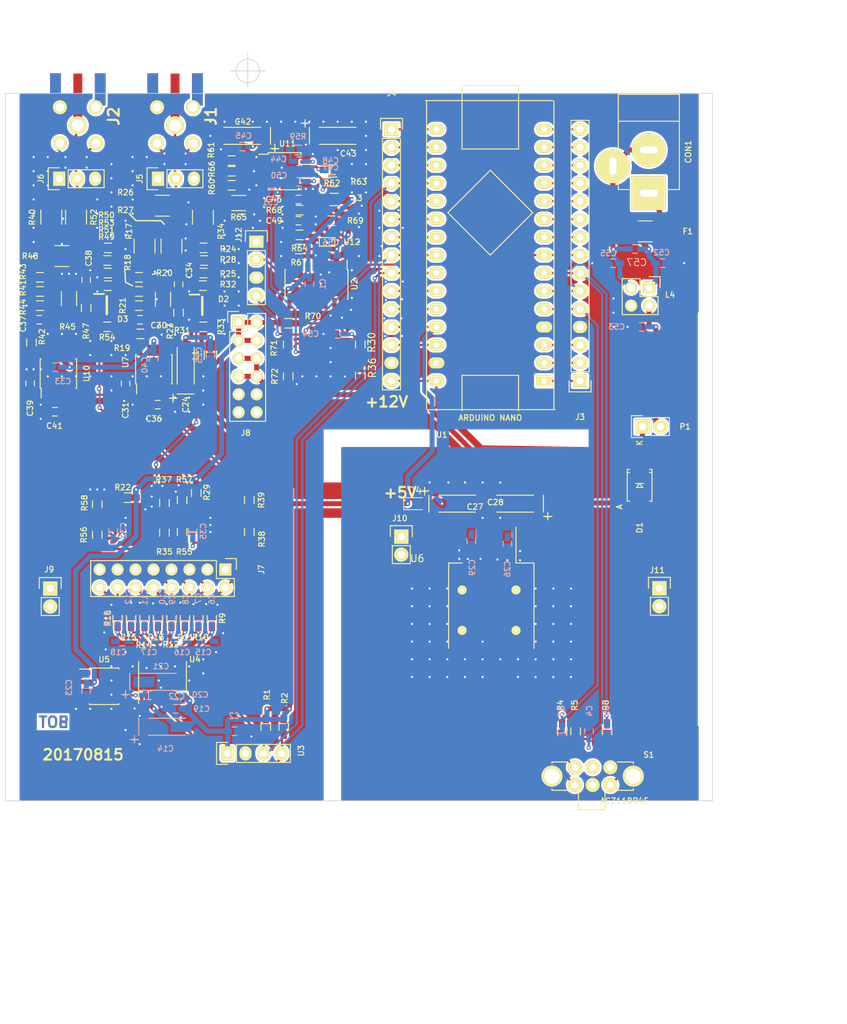
<source format=kicad_pcb>
(kicad_pcb (version 20241229) (generator "pcbnew") (generator_version "9.0")
  (layers (0 "F.Cu" signal) (2 "B.Cu" signal) (13 "F.Paste" user) (15 "B.Paste" user) (5 "F.SilkS" user "F.Silkscreen") (7 "B.SilkS" user "B.Silkscreen") (1 "F.Mask" user) (3 "B.Mask" user) (25 "Edge.Cuts" user))
  (net 0 "")
  (net 1 "GND")
  (net 2 "VCC")
  (net 3 "/RF/+5V-B")
  (net 4 "/MCU/SCL")
  (net 5 "/MCU/SDA")
  (net 6 "/MCU/EA")
  (net 7 "/MCU/EB")
  (net 8 "/MCU/ES2")
  (net 9 "Net-(U4-REFC)")
  (net 10 "Net-(D4-A)")
  (net 11 "Net-(C30-Pad1)")
  (net 12 "Net-(U7--INP)")
  (net 13 "Net-(C47-Pad1)")
  (net 14 "Net-(C48-Pad1)")
  (net 15 "Net-(U8A1A-V+)")
  (net 16 "Net-(CON1-Pad1)")
  (net 17 "Net-(D2-D1k)")
  (net 18 "Net-(U9A1A-V+)")
  (net 19 "Net-(R17-Pad2)")
  (net 20 "/MCU/CH0")
  (net 21 "/MCU/CH1")
  (net 22 "/MCU/CH2")
  (net 23 "/MCU/CH3")
  (net 24 "/MCU/CH4")
  (net 25 "/MCU/CH5")
  (net 26 "/MCU/CH6")
  (net 27 "/MCU/CH7")
  (net 28 "/MCU/+12V")
  (net 29 "Net-(C30-Pad2)")
  (net 30 "Net-(U7-OUT)")
  (net 31 "Net-(D3-D1k)")
  (net 32 "/RF/+5V_filt")
  (net 33 "Net-(U10--INP)")
  (net 34 "Net-(U10-OUT)")
  (net 35 "Net-(U11-HPFL)")
  (net 36 "Net-(C37-Pad2)")
  (net 37 "Net-(C37-Pad1)")
  (net 38 "Net-(U11-Vout)")
  (net 39 "Net-(U11-DECL)")
  (net 40 "Net-(C44-Pad1)")
  (net 41 "Net-(L4-P1)")
  (net 42 "Net-(C46-Pad1)")
  (net 43 "Net-(L4-P2)")
  (net 44 "Net-(U13A1A-V+)")
  (net 45 "Net-(L4-P3)")
  (net 46 "Net-(D1-A)")
  (net 47 "/MCU/InV")
  (net 48 "/MCU/InC")
  (net 49 "Net-(D2-D2a)")
  (net 50 "Net-(D3-D2a)")
  (net 51 "Net-(J3-P12)")
  (net 52 "Net-(J3-P13)")
  (net 53 "Net-(J3-P2)")
  (net 54 "/MCU/FIN{slash}8")
  (net 55 "Net-(J3-P3)")
  (net 56 "Net-(J3-P9)")
  (net 57 "Net-(J3-P1)")
  (net 58 "Net-(J3-P15)")
  (net 59 "Net-(J3-P10)")
  (net 60 "Net-(J3-P14)")
  (net 61 "Net-(J3-P11)")
  (net 62 "Net-(J4-P11)")
  (net 63 "Net-(J4-P5)")
  (net 64 "Net-(J4-P7)")
  (net 65 "Net-(J4-P2)")
  (net 66 "/MCU/dBV")
  (net 67 "/MCU/dBC")
  (net 68 "/MCU/dBCd")
  (net 69 "Net-(J4-P6)")
  (net 70 "Net-(J4-P3)")
  (net 71 "Net-(R17-Pad1)")
  (net 72 "Net-(J4-P13)")
  (net 73 "Net-(R24-Pad2)")
  (net 74 "/RF/InVd")
  (net 75 "Net-(J4-P10)")
  (net 76 "Net-(J4-P1)")
  (net 77 "Net-(J7-P10)")
  (net 78 "Net-(R40-Pad1)")
  (net 79 "Net-(J7-P14)")
  (net 80 "/RF/InCd")
  (net 81 "Net-(J7-P16)")
  (net 82 "Net-(R48-Pad1)")
  (net 83 "Net-(J7-P12)")
  (net 84 "Net-(S1-A)")
  (net 85 "Net-(R60-Pad1)")
  (net 86 "Net-(S1-S2)")
  (net 87 "Net-(S1-B)")
  (net 88 "Net-(U7-+INP)")
  (net 89 "Net-(U13B1B-+)")
  (net 90 "Net-(U8A1A-+)")
  (net 91 "Net-(U8A1A--)")
  (net 92 "Net-(U9A1A--)")
  (net 93 "/MCU/dBVd")
  (net 94 "Net-(U10-+INP)")
  (net 95 "Net-(U8B1B-+)")
  (net 96 "Net-(U9B1B--)")
  (net 97 "Net-(U8B1B--)")
  (net 98 "/RF/RSSI")
  (net 99 "/MCU/LEVEL")
  (net 100 "/RF/amp")
  (net 101 "/MCU/Freq")
  (net 102 "Net-(U11-In)")
  (net 103 "Net-(U12-Vp)")
  (net 104 "Net-(U12-Vn)")
  (net 105 "Net-(U13A1A--)")
  (footprint "Capacitors_SMD:C_0603_HandSoldering" (layer "F.Cu") (at 167.79 75.64)
    (property "Reference" "C30")
    (property "Value" "10n")
  )
  (footprint "Capacitors_SMD:C_0603_HandSoldering" (layer "F.Cu") (at 165.74 84.64 90)
    (property "Reference" "C31")
    (property "Value" "10n")
  )
  (footprint "Capacitors_SMD:C_0603_HandSoldering" (layer "F.Cu") (at 173.24 70.64 -90)
    (property "Reference" "C34")
    (property "Value" "27p")
  )
  (footprint "Capacitors_SMD:C_0603_HandSoldering" (layer "F.Cu") (at 170.29 87.64)
    (property "Reference" "C36")
    (property "Value" "100n")
  )
  (footprint "Capacitors_SMD:C_0603_HandSoldering" (layer "F.Cu") (at 160.17 69.99 -90)
    (property "Reference" "C38")
    (property "Value" "27p")
  )
  (footprint "Capacitors_SMD:C_0603_HandSoldering" (layer "F.Cu") (at 152.24 84.64 90)
    (property "Reference" "C39")
    (property "Value" "10n")
  )
  (footprint "Capacitors_SMD:C_0603_HandSoldering" (layer "F.Cu") (at 155.74 88.64)
    (property "Reference" "C41")
    (property "Value" "100n")
  )
  (footprint "Capacitors_Tantalum_SMD:TantalC_SizeA_EIA-3216_HandSoldering" (layer "F.Cu") (at 182.24102 49.64 180)
    (property "Reference" "C42")
    (property "Value" "1uF")
  )
  (footprint "Capacitors_SMD:C_0603_HandSoldering" (layer "F.Cu") (at 190.19 58.64 180)
    (property "Reference" "C46")
    (property "Value" "100n")
  )
  (footprint "Capacitors_SMD:C_0603_HandSoldering" (layer "F.Cu") (at 190.19 61.64 180)
    (property "Reference" "C49")
    (property "Value" "47p")
  )
  (footprint "Connect:JACK_ALIM" (layer "F.Cu") (at 239.74 51.64 -90)
    (property "Reference" "CON1")
    (property "Value" "POWER JACK")
  )
  (footprint "Resistors_SMD:R_1210_HandSoldering" (layer "F.Cu") (at 239.24 63.14)
    (property "Reference" "F1")
    (property "Value" "0ZCJ0035AF2E")
  )
  (footprint "Resistors_SMD:R_0805_HandSoldering" (layer "F.Cu") (at 177.74 80.64 90)
    (property "Reference" "L1")
    (property "Value" "1mH")
  )
  (footprint "Pin_Headers:Pin_Header_Straight_1x02" (layer "F.Cu") (at 238.84 90.74 90)
    (property "Reference" "P1")
    (property "Value" "CONN_01X02")
  )
  (footprint "Resistors_SMD:R_0603_HandSoldering" (layer "F.Cu") (at 188.11 133.175 -90)
    (property "Reference" "R2")
    (property "Value" "1k8")
  )
  (footprint "Resistors_SMD:R_0603_HandSoldering" (layer "F.Cu") (at 229.385 133.81 -90)
    (property "Reference" "R5")
    (property "Value" "100")
  )
  (footprint "Resistors_SMD:R_0603_HandSoldering" (layer "F.Cu") (at 233.83 133.81 90)
    (property "Reference" "R8")
    (property "Value" "100")
  )
  (footprint "Resistors_SMD:R_0603_HandSoldering" (layer "F.Cu") (at 177.95 117.935 90)
    (property "Reference" "R9")
    (property "Value" "50")
  )
  (footprint "Resistors_SMD:R_0603_HandSoldering" (layer "F.Cu") (at 176.045 117.935 90)
    (property "Reference" "R10")
    (property "Value" "50")
  )
  (footprint "Resistors_SMD:R_0603_HandSoldering" (layer "F.Cu") (at 174.14 117.935 90)
    (property "Reference" "R11")
    (property "Value" "50")
  )
  (footprint "Resistors_SMD:R_0603_HandSoldering" (layer "F.Cu") (at 167.84 77.64 180)
    (property "Reference" "R19")
    (property "Value" "0")
  )
  (footprint "Resistors_SMD:R_0603_HandSoldering" (layer "F.Cu") (at 166.055 100.79)
    (property "Reference" "R22")
    (property "Value" "0")
  )
  (footprint "Resistors_SMD:R_0603_HandSoldering" (layer "F.Cu") (at 176.85 67.262 180)
    (property "Reference" "R28")
    (property "Value" "0")
  )
  (footprint "Resistors_SMD:R_0603_HandSoldering" (layer "F.Cu") (at 176.68 70.818 180)
    (property "Reference" "R32")
    (property "Value" "68")
  )
  (footprint "Resistors_SMD:R_0603_HandSoldering" (layer "F.Cu") (at 176.74 76.64)
    (property "Reference" "R33")
    (property "Value" "4k7")
  )
  (footprint "Resistors_SMD:R_0603_HandSoldering" (layer "F.Cu") (at 171.24 105.74 90)
    (property "Reference" "R35")
    (property "Value" "12k")
  )
  (footprint "Resistors_SMD:R_0603_HandSoldering" (layer "F.Cu") (at 171.24 101.54 -90)
    (property "Reference" "R37")
    (property "Value" "20k")
  )
  (footprint "Resistors_SMD:R_0603_HandSoldering" (layer "F.Cu") (at 183.24 105.64 90)
    (property "Reference" "R38")
    (property "Value" "12k")
  )
  (footprint "Resistors_SMD:R_0603_HandSoldering" (layer "F.Cu") (at 183.24 101.14 -90)
    (property "Reference" "R39")
    (property "Value" "20k")
  )
  (footprint "Resistors_SMD:R_0603_HandSoldering" (layer "F.Cu") (at 153.64 71.64)
    (property "Reference" "R41")
    (property "Value" "62")
  )
  (footprint "Resistors_SMD:R_0603_HandSoldering" (layer "F.Cu") (at 152.44 78.84 90)
    (property "Reference" "R42")
    (property "Value" "0")
  )
  (footprint "Resistors_SMD:R_0603_HandSoldering" (layer "F.Cu") (at 153.64 69.64 180)
    (property "Reference" "R43")
    (property "Value" "100")
  )
  (footprint "Resistors_SMD:R_0603_HandSoldering" (layer "F.Cu") (at 153.64 73.64 180)
    (property "Reference" "R44")
    (property "Value" "100")
  )
  (footprint "ACZ11BRXE:AZC11BRXE" (layer "F.Cu") (at 231.798 140.16)
    (property "Reference" "S1")
    (property "Value" "ACZ11BR4E")
  )
  (footprint "Housings_SOIC:SOIC-14_3.9x8.7mm_Pitch1.27mm" (layer "F.Cu") (at 192.74 70.64 -90)
    (property "Reference" "U2")
    (property "Value" "74HC93")
  )
  (footprint "Pin_Headers:Pin_Header_Straight_1x04" (layer "F.Cu") (at 180.16 136.94 90)
    (property "Reference" "U3")
    (property "Value" "OLED_IIC")
  )
  (footprint "Housings_SSOP:TSSOP-14_4.4x5mm_Pitch0.65mm" (layer "F.Cu") (at 188.24 54.64)
    (property "Reference" "U11")
    (property "Value" "AD8367")
  )
  (footprint "Resistors_SMD:R_0603_HandSoldering" (layer "F.Cu") (at 172.235 117.935 90)
    (property "Reference" "R12")
    (property "Value" "50")
  )
  (footprint "Resistors_SMD:R_0603_HandSoldering" (layer "F.Cu") (at 164.615 117.935 90)
    (property "Reference" "R16")
    (property "Value" "50")
  )
  (footprint "Resistors_SMD:R_0603_HandSoldering" (layer "F.Cu") (at 167.64 71.64)
    (property "Reference" "R18")
    (property "Value" "37R4")
  )
  (footprint "Resistors_SMD:R_0603_HandSoldering" (layer "F.Cu") (at 167.64 69.64 180)
    (property "Reference" "R20")
    (property "Value" "150")
  )
  (footprint "Resistors_SMD:R_0603_HandSoldering" (layer "F.Cu") (at 167.64 73.64)
    (property "Reference" "R21")
    (property "Value" "150")
  )
  (footprint "Resistors_SMD:R_0603_HandSoldering" (layer "F.Cu") (at 176.764 69.04)
    (property "Reference" "R25")
    (property "Value" "0")
  )
  (footprint "Resistors_SMD:R_0603_HandSoldering" (layer "F.Cu") (at 175.74 100.14 90)
    (property "Reference" "R29")
    (property "Value" "0")
  )
  (footprint "Resistors_SMD:R_0603_HandSoldering" (layer "F.Cu") (at 173.24 74.64 90)
    (property "Reference" "R31")
    (property "Value" "4k7")
  )
  (footprint "arduino:arduino_nano" (layer "F.Cu") (at 217.32 66.5 90)
    (property "Reference" "U1")
    (property "Value" "ARDUINO NANO")
  )
  (footprint "Resistors_SMD:R_0603_HandSoldering" (layer "F.Cu") (at 160.17 73.95 90)
    (property "Reference" "R47")
    (property "Value" "4k7")
  )
  (footprint "Resistors_SMD:R_0603_HandSoldering" (layer "F.Cu") (at 163.24 70.818 180)
    (property "Reference" "R49")
    (property "Value" "68")
  )
  (footprint "Resistors_SMD:R_0603_HandSoldering" (layer "F.Cu") (at 163.24 65.484 180)
    (property "Reference" "R50")
    (property "Value" "0")
  )
  (footprint ".pretty:HSMS2805" (layer "F.Cu") (at 176.59 73.678)
    (property "Reference" "D2")
    (property "Value" "HSMS2805")
  )
  (footprint ".pretty:HSMS2805" (layer "F.Cu") (at 163.09 73.59)
    (property "Reference" "D3")
    (property "Value" "HSMS2805")
  )
  (footprint "Pin_Headers:Pin_Header_Straight_1x15" (layer "F.Cu") (at 230.02 84.28 180)
    (property "Reference" "J3")
    (property "Value" "CONN_01X15")
  )
  (footprint "Pin_Headers:Pin_Header_Straight_1x15" (layer "F.Cu") (at 203.35 48.72)
    (property "Reference" "J4")
    (property "Value" "CONN_01X15")
  )
  (footprint "Pin_Headers:Pin_Header_Straight_1x03" (layer "F.Cu") (at 170.33 55.705 90)
    (property "Reference" "J5")
    (property "Value" "CONN_01X03")
  )
  (footprint "Pin_Headers:Pin_Header_Straight_1x03" (layer "F.Cu") (at 156.36 55.705 90)
    (property "Reference" "J6")
    (property "Value" "CONN_01X03")
  )
  (footprint "Pin_Headers:Pin_Header_Straight_2x08" (layer "F.Cu") (at 179.855 110.95 -90)
    (property "Reference" "J7")
    (property "Value" "CONN_02X08")
  )
  (footprint "Pin_Headers:Pin_Header_Straight_2x06" (layer "F.Cu") (at 181.74 76.02)
    (property "Reference" "J8")
    (property "Value" "CONN_02X06")
  )
  (footprint "Pin_Headers:Pin_Header_Straight_1x02" (layer "F.Cu") (at 155.09 113.64)
    (property "Reference" "J9")
    (property "Value" "CONN_01X02")
  )
  (footprint "Pin_Headers:Pin_Header_Straight_1x02" (layer "F.Cu") (at 204.74 106.3)
    (property "Reference" "J10")
    (property "Value" "CONN_01X02")
  )
  (footprint "Pin_Headers:Pin_Header_Straight_1x02" (layer "F.Cu") (at 241.24 113.6)
    (property "Reference" "J11")
    (property "Value" "CONN_01X02")
  )
  (footprint "Resistors_SMD:R_0805_HandSoldering" (layer "F.Cu") (at 195.24 58.64 180)
    (property "Reference" "L3")
    (property "Value" "1mH")
  )
  (footprint "Resistors_SMD:R_0603_HandSoldering" (layer "F.Cu") (at 185.57 133.175 -90)
    (property "Reference" "R1")
    (property "Value" "1k8")
  )
  (footprint "Resistors_SMD:R_0603_HandSoldering" (layer "F.Cu") (at 227.48 133.81 90)
    (property "Reference" "R4")
    (property "Value" "100")
  )
  (footprint "Resistors_SMD:R_0603_HandSoldering" (layer "F.Cu") (at 163.24 69.04)
    (property "Reference" "R51")
    (property "Value" "0")
  )
  (footprint "Resistors_SMD:R_0603_HandSoldering" (layer "F.Cu") (at 163.14 67.262 180)
    (property "Reference" "R53")
    (property "Value" "0")
  )
  (footprint "Resistors_SMD:R_0603_HandSoldering" (layer "F.Cu") (at 163.14 76.64)
    (property "Reference" "R54")
    (property "Value" "4k7")
  )
  (footprint "Resistors_SMD:R_0603_HandSoldering" (layer "F.Cu") (at 173.74 105.64 90)
    (property "Reference" "R55")
    (property "Value" "12k")
  )
  (footprint "Resistors_SMD:R_0603_HandSoldering" (layer "F.Cu") (at 161.74 106.04 90)
    (property "Reference" "R56")
    (property "Value" "12k")
  )
  (footprint "Resistors_SMD:R_0603_HandSoldering" (layer "F.Cu") (at 173.74 101.14 -90)
    (property "Reference" "R57")
    (property "Value" "20k")
  )
  (footprint "Resistors_SMD:R_0603_HandSoldering" (layer "F.Cu") (at 161.74 101.74 -90)
    (property "Reference" "R58")
    (property "Value" "20k")
  )
  (footprint "Resistors_SMD:R_0603_HandSoldering" (layer "F.Cu") (at 180.74 56.64 180)
    (property "Reference" "R60")
    (property "Value" "0")
  )
  (footprint "Resistors_SMD:R_0603_HandSoldering" (layer "F.Cu") (at 180.74 53.14)
    (property "Reference" "R61")
    (property "Value" "174")
  )
  (footprint "Resistors_SMD:R_0603_HandSoldering" (layer "F.Cu") (at 194.94 54.44 180)
    (property "Reference" "R62")
    (property "Value" "4R7")
  )
  (footprint "Resistors_SMD:R_0603_HandSoldering" (layer "F.Cu") (at 195.14 56.14 180)
    (property "Reference" "R63")
    (property "Value" "4R7")
  )
  (footprint "Resistors_SMD:R_0603_HandSoldering" (layer "F.Cu") (at 190.34 63.64 180)
    (property "Reference" "R64")
    (property "Value" "12k")
  )
  (footprint "Resistors_SMD:R_1206_HandSoldering" (layer "F.Cu") (at 181.74 59.14 180)
    (property "Reference" "R65")
    (property "Value" "120")
  )
  (footprint "Resistors_SMD:R_0603_HandSoldering" (layer "F.Cu") (at 180.74 54.64)
    (property "Reference" "R66")
    (property "Value" "110")
  )
  (footprint "Resistors_SMD:R_0603_HandSoldering" (layer "F.Cu") (at 190.24 65.64 180)
    (property "Reference" "R67")
    (property "Value" "12k")
  )
  (footprint "Resistors_SMD:R_0603_HandSoldering" (layer "F.Cu") (at 190.34 60.14)
    (property "Reference" "R68")
    (property "Value" "220")
  )
  (footprint "Resistors_SMD:R_0603_HandSoldering" (layer "F.Cu") (at 194.84 61.64)
    (property "Reference" "R69")
    (property "Value" "10k")
  )
  (footprint "Resistors_SMD:R_0603_HandSoldering" (layer "F.Cu") (at 188.74 76.14 180)
    (property "Reference" "R70")
    (property "Value" "0")
  )
  (footprint "Resistors_SMD:R_0603_HandSoldering" (layer "F.Cu") (at 188.74 79.14 -90)
    (property "Reference" "R71")
    (property "Value" "12k")
  )
  (footprint "Resistors_SMD:R_0603_HandSoldering" (layer "F.Cu") (at 188.74 83.64 90)
    (property "Reference" "R72")
    (property "Value" "20k")
  )
  (footprint "det-mcu:uA7805" (layer "F.Cu") (at 217.15 111.935 180)
    (property "Reference" "U6")
    (property "Value" "LM7805CT")
  )
  (footprint "Capacitors_Tantalum_SMD:TantalC_SizeA_EIA-3216_HandSoldering" (layer "F.Cu") (at 220.84 101.64 180)
    (property "Reference" "C27")
    (property "Value" "10u/16V")
  )
  (footprint "Capacitors_Tantalum_SMD:TantalC_SizeA_EIA-3216_HandSoldering" (layer "F.Cu") (at 212.64 101.64)
    (property "Reference" "C28")
    (property "Value" "10u/16V")
  )
  (footprint "Capacitors_SMD:C_0603_HandSoldering" (layer "F.Cu") (at 153.54 75.64)
    (property "Reference" "C37")
    (property "Value" "10n")
  )
  (footprint "Capacitors_Tantalum_SMD:TantalC_SizeA_EIA-3216_HandSoldering" (layer "F.Cu") (at 195.74 49.64)
    (property "Reference" "C43")
    (property "Value" "10uF")
  )
  (footprint "Diodes_SMD:SMA_Handsoldering" (layer "F.Cu") (at 238.44 99.04 -90)
    (property "Reference" "D1")
    (property "Value" "1N4001")
  )
  (footprint "det-mcu:SMA_EDGE" (layer "F.Cu") (at 172.74 43.060001 -90)
    (property "Reference" "J1")
    (property "Value" "SMA" (hide yes))
  )
  (footprint "det-mcu:SMA_EDGE" (layer "F.Cu") (at 158.99 43.060001 -90)
    (property "Reference" "J2")
    (property "Value" "SMA" (hide yes))
  )
  (footprint "Resistors_SMD:R_1206_HandSoldering" (layer "F.Cu") (at 171.04 72.74 90)
    (property "Reference" "R23")
    (property "Value" "52R3")
  )
  (footprint "Resistors_SMD:R_0603_HandSoldering" (layer "F.Cu") (at 176.764 65.484 180)
    (property "Reference" "R24")
    (property "Value" "0")
  )
  (footprint "Resistors_SMD:R_1206_HandSoldering" (layer "F.Cu") (at 157.74 72.64 90)
    (property "Reference" "R45")
    (property "Value" "52R3")
  )
  (footprint "Housings_SSOP:TSSOP-20_4.4x6.5mm_Pitch0.65mm" (layer "F.Cu") (at 170.965 126.19 90)
    (property "Reference" "U4")
    (property "Value" "LTC2309")
  )
  (footprint "Housings_SOIC:SOIC-8_3.9x4.9mm_Pitch1.27mm" (layer "F.Cu") (at 162.71 127.46)
    (property "Reference" "U5")
    (property "Value" "ADR292")
  )
  (footprint "Housings_SOIC:SOIC-8_3.9x4.9mm_Pitch1.27mm" (layer "F.Cu") (at 169.74 82.64 90)
    (property "Reference" "U7")
    (property "Value" "AD8307")
  )
  (footprint "Housings_SOIC:SOIC-8_3.9x4.9mm_Pitch1.27mm" (layer "F.Cu") (at 156.24 83.24 90)
    (property "Reference" "U10")
    (property "Value" "AD8307")
  )
  (footprint "TO_SOT_Packages_SMD:SC-70-5" (layer "F.Cu") (at 194.24 64.64 180)
    (property "Reference" "U12")
    (property "Value" "ADCMP600")
  )
  (footprint "Resistors_SMD:R_0603_HandSoldering" (layer "F.Cu") (at 170.33 117.935 90)
    (property "Reference" "R13")
    (property "Value" "50")
  )
  (footprint "Resistors_SMD:R_0603_HandSoldering" (layer "F.Cu") (at 168.425 117.935 90)
    (property "Reference" "R14")
    (property "Value" "50")
  )
  (footprint "Resistors_SMD:R_0603_HandSoldering" (layer "F.Cu") (at 166.52 117.935 90)
    (property "Reference" "R15")
    (property "Value" "50")
  )
  (footprint "Pin_Headers:Pin_Header_Straight_2x02" (layer "F.Cu") (at 239.78 71.1 -90)
    (property "Reference" "L4")
    (property "Value" "CMR")
  )
  (footprint "Resistors_SMD:R_1210_HandSoldering" (layer "F.Cu") (at 168.425 65.23 90)
    (property "Reference" "R17")
    (property "Value" "25R")
  )
  (footprint "Resistors_SMD:R_1210_HandSoldering" (layer "F.Cu") (at 170.965 59.515)
    (property "Reference" "R26")
    (property "Value" "25R")
  )
  (footprint "Resistors_SMD:R_1210_HandSoldering" (layer "F.Cu") (at 172.235 65.23 90)
    (property "Reference" "R27")
    (property "Value" "25R")
  )
  (footprint "Resistors_SMD:R_1210_HandSoldering" (layer "F.Cu") (at 176.68 61.166 -90)
    (property "Reference" "R34")
    (property "Value" "25R")
  )
  (footprint "Resistors_SMD:R_1210_HandSoldering" (layer "F.Cu") (at 155.24 61.14 90)
    (property "Reference" "R40")
    (property "Value" "49R9")
  )
  (footprint "Resistors_SMD:R_1210_HandSoldering" (layer "F.Cu") (at 156.74 66.64 180)
    (property "Reference" "R48")
    (property "Value" "49R9")
  )
  (footprint "Resistors_SMD:R_1210_HandSoldering" (layer "F.Cu") (at 158.74 61.14 90)
    (property "Reference" "R52")
    (property "Value" "49R9")
  )
  (footprint "Capacitors_Tantalum_SMD:TantalC_SizeA_EIA-3216_HandSoldering" (layer "F.Cu") (at 174.24 82.14 90)
    (property "Reference" "C24")
    (property "Value" "10uF")
  )
  (footprint "Pin_Headers:Pin_Header_Straight_1x04" (layer "F.Cu") (at 184.24 64.6)
    (property "Reference" "J12")
    (property "Value" "CONN_01X04")
  )
  (footprint "Resistors_SMD:R_0603_HandSoldering" (layer "F.Cu") (at 198.94 79.14 90)
    (property "Reference" "R30")
    (property "Value" "10k")
  )
  (footprint "Resistors_SMD:R_0603_HandSoldering" (layer "F.Cu") (at 198.94 83.54 90)
    (property "Reference" "R36")
    (property "Value" "10k")
  )
  (footprint "Diode_SMD:D_SOD-323" (layer "F.Cu") (at 206.69 101.64)
    (property "Reference" "D4")
    (property "Value" "1N5819WS")
  )
  (footprint "Capacitors_SMD:C_0603_HandSoldering" (layer "B.Cu") (at 181.125 133.81)
    (property "Reference" "C2")
    (property "Value" "10n")
  )
  (footprint "Capacitors_SMD:C_0603_HandSoldering" (layer "B.Cu") (at 227.48 134.14 90)
    (property "Reference" "C3")
    (property "Value" "10n")
  )
  (footprint "Capacitors_SMD:C_0603_HandSoldering" (layer "B.Cu") (at 177.95 117.935 -90)
    (property "Reference" "C6")
    (property "Value" "2n")
  )
  (footprint "Capacitors_SMD:C_0603_HandSoldering" (layer "B.Cu") (at 174.14 117.935 -90)
    (property "Reference" "C8")
    (property "Value" "2n")
  )
  (footprint "Capacitors_SMD:C_0603_HandSoldering" (layer "B.Cu") (at 172.235 117.935 -90)
    (property "Reference" "C9")
    (property "Value" "2n")
  )
  (footprint "Capacitors_SMD:C_0603_HandSoldering" (layer "B.Cu") (at 170.33 117.935 -90)
    (property "Reference" "C10")
    (property "Value" "2n")
  )
  (footprint "Capacitors_SMD:C_0603_HandSoldering" (layer "B.Cu") (at 168.425 117.935 -90)
    (property "Reference" "C11")
    (property "Value" "2n")
  )
  (footprint "Capacitors_SMD:C_0603_HandSoldering" (layer "B.Cu") (at 166.52 117.935 -90)
    (property "Reference" "C12")
    (property "Value" "2n")
  )
  (footprint "Capacitors_SMD:C_0603_HandSoldering" (layer "B.Cu") (at 164.615 117.935 -90)
    (property "Reference" "C13")
    (property "Value" "2n")
  )
  (footprint "Capacitors_SMD:C_0603_HandSoldering" (layer "B.Cu") (at 177.315 121.11)
    (property "Reference" "C15")
    (property "Value" "1n")
  )
  (footprint "Capacitors_SMD:C_0603_HandSoldering" (layer "B.Cu") (at 173.505 121.11)
    (property "Reference" "C16")
    (property "Value" "1n")
  )
  (footprint "Capacitors_SMD:C_0603_HandSoldering" (layer "B.Cu") (at 169.06 121.11)
    (property "Reference" "C17")
    (property "Value" "1n")
  )
  (footprint "Capacitors_SMD:C_0603_HandSoldering" (layer "B.Cu") (at 165.25 121.11)
    (property "Reference" "C18")
    (property "Value" "1n")
  )
  (footprint "Capacitors_SMD:C_0603_HandSoldering" (layer "B.Cu") (at 172.87 130.635)
    (property "Reference" "C19")
    (property "Value" "100n")
  )
  (footprint "Capacitors_SMD:C_0603_HandSoldering" (layer "B.Cu") (at 172.87 128.73 180)
    (property "Reference" "C20")
    (property "Value" "100n")
  )
  (footprint "Capacitors_SMD:C_0603_HandSoldering" (layer "B.Cu") (at 169.06 128.73)
    (property "Reference" "C22")
    (property "Value" "100n")
  )
  (footprint "Capacitors_SMD:C_0603_HandSoldering" (layer "B.Cu") (at 160.17 128.095 -90)
    (property "Reference" "C23")
    (property "Value" "100n")
  )
  (footprint "Capacitors_SMD:C_0603_HandSoldering" (layer "B.Cu") (at 177.74 80.64 90)
    (property "Reference" "C25")
    (property "Value" "100n")
  )
  (footprint "Capacitors_SMD:C_0603_HandSoldering" (layer "B.Cu") (at 219.74 107.29 -90)
    (property "Reference" "C26")
    (property "Value" "100n")
  )
  (footprint "Capacitors_SMD:C_0603_HandSoldering" (layer "B.Cu") (at 214.64 106.94 -90)
    (property "Reference" "C29")
    (property "Value" "100n")
  )
  (footprint "Capacitors_SMD:C_0603_HandSoldering" (layer "B.Cu") (at 163.98 105.555 -90)
    (property "Reference" "C32")
    (property "Value" "10n")
  )
  (footprint "Capacitors_SMD:C_0603_HandSoldering" (layer "B.Cu") (at 155.84 82.34)
    (property "Reference" "C33")
    (property "Value" "10n")
  )
  (footprint "Capacitors_SMD:C_0603_HandSoldering" (layer "B.Cu") (at 169.74 81.14 90)
    (property "Reference" "C40")
    (property "Value" "10n")
  )
  (footprint "Capacitors_SMD:C_0603_HandSoldering" (layer "B.Cu") (at 190.34 53.24)
    (property "Reference" "C44")
    (property "Value" "100n")
  )
  (footprint "Capacitors_SMD:C_0603_HandSoldering" (layer "B.Cu") (at 194.74 56.14)
    (property "Reference" "C47")
    (property "Value" "100n")
  )
  (footprint "Capacitors_SMD:C_0603_HandSoldering" (layer "B.Cu") (at 194.79 54.54)
    (property "Reference" "C48")
    (property "Value" "100n")
  )
  (footprint "Capacitors_SMD:C_0603_HandSoldering" (layer "B.Cu") (at 190.29 56.14 180)
    (property "Reference" "C50")
    (property "Value" "100n")
  )
  (footprint "Capacitors_SMD:C_0603_HandSoldering" (layer "B.Cu") (at 186.29 57.64 180)
    (property "Reference" "C51")
    (property "Value" "100n")
  )
  (footprint "Capacitors_SMD:C_0603_HandSoldering" (layer "B.Cu") (at 241.69 67.64 180)
    (property "Reference" "C52")
    (property "Value" "100n")
  )
  (footprint "Capacitors_SMD:C_0603_HandSoldering" (layer "B.Cu") (at 238.74 76.64)
    (property "Reference" "C53")
    (property "Value" "100n")
  )
  (footprint "Capacitors_SMD:C_0603_HandSoldering" (layer "B.Cu") (at 195.74 77.64)
    (property "Reference" "C54")
    (property "Value" "10n")
  )
  (footprint "Capacitors_SMD:C_0603_HandSoldering" (layer "B.Cu") (at 191.74 70.59 90)
    (property "Reference" "C1")
    (property "Value" "10n")
  )
  (footprint "Capacitors_SMD:C_0603_HandSoldering" (layer "B.Cu") (at 231.29 133.81 -90)
    (property "Reference" "C4")
    (property "Value" "10n")
  )
  (footprint "Capacitors_SMD:C_0603_HandSoldering" (layer "B.Cu") (at 233.83 133.81 -90)
    (property "Reference" "C5")
    (property "Value" "10n")
  )
  (footprint "Resistors_SMD:R_0603_HandSoldering" (layer "B.Cu") (at 190.14 51.64 180)
    (property "Reference" "R59")
    (property "Value" "100")
  )
  (footprint "Capacitors_SMD:C_0603_HandSoldering" (layer "B.Cu") (at 176.045 117.935 -90)
    (property "Reference" "C7")
    (property "Value" "2n")
  )
  (footprint "Capacitors_Tantalum_SMD:TantalC_SizeA_EIA-3216_HandSoldering" (layer "B.Cu") (at 171.6 133.175)
    (property "Reference" "C14")
    (property "Value" "10uF")
  )
  (footprint "Capacitors_Tantalum_SMD:TantalC_SizeA_EIA-3216_HandSoldering" (layer "B.Cu") (at 170.33 126.825)
    (property "Reference" "C21")
    (property "Value" "10uF")
  )
  (footprint "Capacitors_SMD:C_0603_HandSoldering" (layer "B.Cu") (at 175.24 105.555 -90)
    (property "Reference" "C35")
    (property "Value" "10n")
  )
  (footprint "Capacitors_SMD:C_0603_HandSoldering" (layer "B.Cu") (at 182.24 51.14)
    (property "Reference" "C45")
    (property "Value" "100n")
  )
  (footprint "Capacitors_SMD:C_0603_HandSoldering" (layer "B.Cu") (at 234.69 67.64 180)
    (property "Reference" "C55")
    (property "Value" "100n")
  )
  (footprint "Capacitors_SMD:C_0603_HandSoldering" (layer "B.Cu") (at 194.74 66.64 180)
    (property "Reference" "C56")
    (property "Value" "100n")
  )
  (footprint "Capacitors_SMD:C_0603_HandSoldering" (layer "B.Cu") (at 237.79 65.64)
    (property "Reference" "C57")
    (property "Value" "100n")
  )
  (gr_line (start 170.14 69.04) (end 169.54 69.24) (stroke (width 0.2)) (layer "F.SilkS"))
  (gr_line (start 167.24 61.64) (end 170.74 61.64) (stroke (width 0.2)) (layer "F.SilkS"))
  (gr_line (start 165.64 68.64) (end 165.74 70.34) (stroke (width 0.2)) (layer "F.SilkS"))
  (gr_line (start 167.24 61.64) (end 166.24 60.64) (stroke (width 0.2)) (layer "F.SilkS"))
  (gr_line (start 165.74 70.34) (end 166.74 70.84) (stroke (width 0.2)) (layer "F.SilkS"))
  (gr_line (start 170.74 61.64) (end 171.24 62.14) (stroke (width 0.2)) (layer "F.SilkS"))
  (gr_line (start 148.74 143.64) (end 148.74 43.64) (stroke (width 0.1)) (layer "Edge.Cuts"))
  (gr_line (start 248.74 43.64) (end 248.74 143.64) (stroke (width 0.1)) (layer "Edge.Cuts"))
  (gr_line (start 248.74 143.64) (end 148.74 143.64) (stroke (width 0.1)) (layer "Edge.Cuts"))
  (gr_line (start 148.74 43.64) (end 248.74 43.64) (stroke (width 0.1)) (layer "Edge.Cuts"))
  (gr_text "TOP" (at 155.598 132.54 0) (layer "F.Cu") (effects (font (size 1.5 1.5) (thickness 0.3))))
  (gr_text "BOT" (at 155.598 132.54 0) (layer "B.Cu") (effects (font (size 1.5 1.5) (thickness 0.3)) (justify mirror)))
  (gr_text "+5V" (at 204.59 100.09 0) (layer "F.SilkS") (effects (font (size 1.5 1.5) (thickness 0.3))))
  (gr_text "+12V" (at 202.665 87.24 0) (layer "F.SilkS") (effects (font (size 1.5 1.5) (thickness 0.3))))
  (gr_text "20170815" (at 159.74 137.14 0) (layer "F.SilkS") (effects (font (size 1.5 1.5) (thickness 0.3))))
  (target plus (at 183.03 40.465) (size 5) (width 0.1) (layer "Edge.Cuts"))
  (segment (start 196.44 79.005) (end 196.44 80.275) (width 0.3) (layer "F.Cu") (net 0))
  (segment (start 199.74 58.920996) (end 199.443446 59.21755) (width 0.3) (layer "F.Cu") (net 1))
  (segment (start 211.24 126.14) (end 208.74 126.14) (width 0.3) (layer "F.Cu") (net 1))
  (segment (start 198.74 62.539044) (end 198.741275 62.540319) (width 0.3) (layer "F.Cu") (net 1))
  (segment (start 152.74 82.64) (end 151.74 82.64) (width 0.3) (layer "F.Cu") (net 1))
  (segment (start 170.74 124.64) (end 170.315736 124.64) (width 0.3) (layer "F.Cu") (net 1))
  (segment (start 152.54 73.64) (end 151.74 73.64) (width 0.3) (layer "F.Cu") (net 1))
  (segment (start 172.74 77.74) (end 170.84 77.74) (width 0.3) (layer "F.Cu") (net 1))
  (segment (start 152.74 60.64) (end 152.74 58.64) (width 0.3) (layer "F.Cu") (net 1))
  (segment (start 172.84 99.44) (end 173.24 99.04) (width 0.3) (layer "F.Cu") (net 1))
  (segment (start 175.44002 50.84002) (end 174.190021 52.090021) (width 0.3) (layer "F.Cu") (net 1))
  (segment (start 161.74 99.64) (end 160.74 99.64) (width 0.3) (layer "F.Cu") (net 1))
  (segment (start 162.94 119.64) (end 162.74 119.84) (width 0.3) (layer "F.Cu") (net 1))
  (segment (start 162.14 69.24) (end 161.74 69.64) (width 0.3) (layer "F.Cu") (net 1))
  (segment (start 189.74 47.64) (end 191.74 47.64) (width 0.3) (layer "F.Cu") (net 1))
  (segment (start 162.94 117.84) (end 162.94 119.64) (width 0.3) (layer "F.Cu") (net 1))
  (segment (start 201.64 66.215736) (end 201.64 66.64) (width 0.3) (layer "F.Cu") (net 1))
  (segment (start 163.74 128.64) (end 163.74 130.64) (width 0.3) (layer "F.Cu") (net 1))
  (segment (start 235.74 73.64) (end 234.74 72.64) (width 0.3) (layer "F.Cu") (net 1))
  (segment (start 197.74 84.64) (end 196.761927 83.661927) (width 0.3) (layer "F.Cu") (net 1))
  (segment (start 184.94 59.74) (end 183.94 60.74) (width 0.3) (layer "F.Cu") (net 1))
  (segment (start 202.03399 77.53399) (end 202.44 77.94) (width 0.3) (layer "F.Cu") (net 1))
  (segment (start 216.24 103.64) (end 218.74 103.64) (width 0.3) (layer "F.Cu") (net 1))
  (segment (start 170.03998 50.84002) (end 170.03998 50.93998) (width 0.3) (layer "F.Cu") (net 1))
  (segment (start 197.74 47.64) (end 199.74 47.64) (width 0.3) (layer "F.Cu") (net 1))
  (segment (start 160.24 52.64) (end 160.190021 52.590021) (width 0.3) (layer "F.Cu") (net 1))
  (segment (start 160.74 78.64) (end 159.74 78.64) (width 0.3) (layer "F.Cu") (net 1))
  (segment (start 165.74 83.69) (end 166.69 83.69) (width 0.3) (layer "F.Cu") (net 1))
  (segment (start 165.20718 87.10718) (end 165.553449 87.10718) (width 0.3) (layer "F.Cu") (net 1))
  (segment (start 206.24 126.14) (end 206.24 123.64) (width 0.3) (layer "F.Cu") (net 1))
  (segment (start 163.74 57.64) (end 163.74 55.64) (width 0.3) (layer "F.Cu") (net 1))
  (segment (start 188.74 84.74) (end 189.94 84.74) (width 0.3) (layer "F.Cu") (net 1))
  (segment (start 154.74 54.64) (end 154.74 56.64) (width 0.3) (layer "F.Cu") (net 1))
  (segment (start 191.19 52.69) (end 191.742658 52.69) (width 0.3) (layer "F.Cu") (net 1))
  (segment (start 187.74 55.64) (end 187.74 54.24) (width 0.3) (layer "F.Cu") (net 1))
  (segment (start 178.74 115.94) (end 178.74 117.44) (width 0.3) (layer "F.Cu") (net 1))
  (segment (start 155.605 85.94) (end 155.605 84.505) (width 0.3) (layer "F.Cu") (net 1))
  (segment (start 179.74 67.64) (end 179.74 69.64) (width 0.3) (layer "F.Cu") (net 1))
  (segment (start 197.74 55.64) (end 197.74 57.64) (width 0.3) (layer "F.Cu") (net 1))
  (segment (start 217.35 122.25) (end 218.74 123.64) (width 0.3) (layer "F.Cu") (net 1))
  (segment (start 213.74 123.64) (end 216.24 123.64) (width 0.3) (layer "F.Cu") (net 1))
  (segment (start 196.94 73.34) (end 197.74 72.54) (width 0.3) (layer "F.Cu") (net 1))
  (segment (start 172.59 129.14) (end 172.59 130.89) (width 0.3) (layer "F.Cu") (net 1))
  (segment (start 188.44 60.14) (end 187.94 59.64) (width 0.3) (layer "F.Cu") (net 1))
  (segment (start 198.94 84.64) (end 197.74 84.64) (width 0.3) (layer "F.Cu") (net 1))
  (segment (start 172.74 86.38828) (end 172.74 86.64) (width 0.3) (layer "F.Cu") (net 1))
  (segment (start 187.34 54.64) (end 187.84 54.14) (width 0.3) (layer "F.Cu") (net 1))
  (segment (start 152.54 66.84) (end 152.74 66.64) (width 0.3) (layer "F.Cu") (net 1))
  (segment (start 163.74 59.64) (end 163.74 57.64) (width 0.3) (layer "F.Cu") (net 1))
  (segment (start 161.44 55.705) (end 161.44 58.34) (width 0.3) (layer "F.Cu") (net 1))
  (segment (start 211.24 113.84) (end 208.94 113.84) (width 0.3) (layer "F.Cu") (net 1))
  (segment (start 194.01 68.57) (end 193.34 69.24) (width 0.3) (layer "F.Cu") (net 1))
  (segment (start 226.24 123.64) (end 226.24 126.14) (width 0.3) (layer "F.Cu") (net 1))
  (segment (start 208.94 113.84) (end 208.74 113.64) (width 0.3) (layer "F.Cu") (net 1))
  (segment (start 169.24 73.64) (end 170.14 72.74) (width 0.3) (layer "F.Cu") (net 1))
  (segment (start 179.74 71.64) (end 179.74 73.64) (width 0.3) (layer "F.Cu") (net 1))
  (segment (start 191.94 75.04) (end 191.74 74.84) (width 0.3) (layer "F.Cu") (net 1))
  (segment (start 193.74 61.64) (end 193.24 61.64) (width 0.3) (layer "F.Cu") (net 1))
  (segment (start 168.74 89.64) (end 166.74 87.64) (width 0.3) (layer "F.Cu") (net 1))
  (segment (start 174.74 86.64) (end 174.74 88.64) (width 0.3) (layer "F.Cu") (net 1))
  (segment (start 219.74 109.64) (end 218.44 109.64) (width 0.3) (layer "F.Cu") (net 1))
  (segment (start 179.54 119.94) (end 179.54 121.64) (width 0.3) (layer "F.Cu") (net 1))
  (segment (start 201.14 74.24) (end 202.54 72.84) (width 0.3) (layer "F.Cu") (net 1))
  (segment (start 176.74 83.64) (end 176.74 85.64) (width 0.3) (layer "F.Cu") (net 1))
  (segment (start 174.74 124.64) (end 172.74 124.64) (width 0.3) (layer "F.Cu") (net 1))
  (segment (start 179.54 121.64) (end 178.54 122.64) (width 0.3) (layer "F.Cu") (net 1))
  (segment (start 187.94 60.74) (end 187.94 61.74) (width 0.3) (layer "F.Cu") (net 1))
  (segment (start 163.74 124.64) (end 163.74 126.64) (width 0.3) (layer "F.Cu") (net 1))
  (segment (start 194.74 83.64) (end 192.74 83.64) (width 0.3) (layer "F.Cu") (net 1))
  (segment (start 193.06 66.54) (end 192.930002 66.54) (width 0.3) (layer "F.Cu") (net 1))
  (segment (start 168.74 52.64) (end 166.74 52.64) (width 0.3) (layer "F.Cu") (net 1))
  (segment (start 171.74 68.801502) (end 171.74 70.04) (width 0.3) (layer "F.Cu") (net 1))
  (segment (start 185.29 54.64) (end 187.34 54.64) (width 0.3) (layer "F.Cu") (net 1))
  (segment (start 163.79 83.69) (end 163.74 83.64) (width 0.3) (layer "F.Cu") (net 1))
  (segment (start 152.24 83.69) (end 152.24 83.14) (width 0.3) (layer "F.Cu") (net 1))
  (segment (start 171.24 54.795) (end 170.33 55.705) (width 0.3) (layer "F.Cu") (net 1))
  (segment (start 218.44 109.64) (end 218.34 109.54) (width 0.3) (layer "F.Cu") (net 1))
  (segment (start 179.74 75.64) (end 179.74 77.64) (width 0.3) (layer "F.Cu") (net 1))
  (segment (start 191.69 56.59) (end 192.24 57.14) (width 0.3) (layer "F.Cu") (net 1))
  (segment (start 156.74 69.14) (end 156.74 64.94) (width 0.3) (layer "F.Cu") (net 1))
  (segment (start 164.496 65.64) (end 164.34 65.484) (width 0.3) (layer "F.Cu") (net 1))
  (segment (start 168.69 129.14) (end 168.69 130.165) (width 0.3) (layer "F.Cu") (net 1))
  (segment (start 206.24 116.14) (end 206.24 113.64) (width 0.3) (layer "F.Cu") (net 1))
  (segment (start 194.74 75.04) (end 191.94 75.04) (width 0.3) (layer "F.Cu") (net 1))
  (segment (start 179.74 62.858) (end 179.74 61.64) (width 0.3) (layer "F.Cu") (net 1))
  (segment (start 166.69 83.69) (end 166.74 83.64) (width 0.3) (layer "F.Cu") (net 1))
  (segment (start 172.84 99.94) (end 172.84 99.44) (width 0.3) (layer "F.Cu") (net 1))
  (segment (start 221.24 123.64) (end 223.74 123.64) (width 0.3) (layer "F.Cu") (net 1))
  (segment (start 170.74 127.64) (end 170.74 126.94) (width 0.3) (layer "F.Cu") (net 1))
  (segment (start 203.35 81.74) (end 209.7 81.74) (width 0.3) (layer "F.Cu") (net 1))
  (segment (start 177.864 64.734) (end 179.74 62.858) (width 0.3) (layer "F.Cu") (net 1))
  (segment (start 160.190021 52.590021) (end 160.190021 52.090019) (width 0.3) (layer "F.Cu") (net 1))
  (segment (start 223.74 121.14) (end 223.74 118.64) (width 0.3) (layer "F.Cu") (net 1))
  (segment (start 223.74 116.14) (end 223.74 113.64) (width 0.3) (layer "F.Cu") (net 1))
  (segment (start 177.74 55.64) (end 177.74 53.64) (width 0.3) (layer "F.Cu") (net 1))
  (segment (start 163.74 61.64) (end 163.74 59.64) (width 0.3) (layer "F.Cu") (net 1))
  (segment (start 175.58 69.124) (end 175.664 69.04) (width 0.3) (layer "F.Cu") (net 1))
  (segment (start 163.74 85.64) (end 165.20718 87.10718) (width 0.3) (layer "F.Cu") (net 1))
  (segment (start 237.24 73.64) (end 235.74 73.64) (width 0.3) (layer "F.Cu") (net 1))
  (segment (start 211.24 118.64) (end 211.24 116.14) (width 0.3) (layer "F.Cu") (net 1))
  (segment (start 185.24 52.64) (end 185.29 52.69) (width 0.3) (layer "F.Cu") (net 1))
  (segment (start 215.924998 109.455002) (end 215.94 109.44) (width 0.3) (layer "F.Cu") (net 1))
  (segment (start 174.24 84.88828) (end 172.74 86.38828) (width 0.3) (layer "F.Cu") (net 1))
  (segment (start 154.74 88.64) (end 153.74 87.64) (width 0.3) (layer "F.Cu") (net 1))
  (segment (start 166.74 54.64) (end 166.74 56.64) (width 0.3) (layer "F.Cu") (net 1))
  (segment (start 204.74 72.84) (end 204.84 72.74) (width 0.3) (layer "F.Cu") (net 1))
  (segment (start 168.69 124.845194) (end 168.709817 124.865011) (width 0.3) (layer "F.Cu") (net 1))
  (segment (start 183.74 62.64) (end 184.74 61.64) (width 0.3) (layer "F.Cu") (net 1))
  (segment (start 192.930002 66.54) (end 192.64 66.54) (width 0.3) (layer "F.Cu") (net 1))
  (segment (start 155.605 84.505) (end 154.74 83.64) (width 0.3) (layer "F.Cu") (net 1))
  (segment (start 197.74 53.64) (end 199.74 53.64) (width 0.3) (layer "F.Cu") (net 1))
  (segment (start 171.74 126.64) (end 174.74 126.64) (width 0.3) (layer "F.Cu") (net 1))
  (segment (start 152.74 52.64) (end 154.74 52.64) (width 0.3) (layer "F.Cu") (net 1))
  (segment (start 216.24 121.14) (end 211.24 121.14) (width 0.3) (layer "F.Cu") (net 1))
  (segment (start 194.01 67.94) (end 194.01 68.57) (width 0.3) (layer "F.Cu") (net 1))
  (segment (start 185.29 54.64) (end 183.908749 54.64) (width 0.3) (layer "F.Cu") (net 1))
  (segment (start 175.41 55.705) (end 175.41 57.021) (width 0.3) (layer "F.Cu") (net 1))
  (segment (start 234.74 74.64) (end 234.74 76.64) (width 0.3) (layer "F.Cu") (net 1))
  (segment (start 175.41 57.021) (end 174.64 57.791) (width 0.3) (layer "F.Cu") (net 1))
  (segment (start 216.24 126.14) (end 213.74 126.14) (width 0.3) (layer "F.Cu") (net 1))
  (segment (start 175.664 69.04) (end 175.936 69.04) (width 0.3) (layer "F.Cu") (net 1))
  (segment (start 194.24 64.2542) (end 193.7542 64.74) (width 0.3) (layer "F.Cu") (net 1))
  (segment (start 171.24 100.44) (end 171.24 99.44) (width 0.3) (layer "F.Cu") (net 1))
  (segment (start 197.74 51.64) (end 195.74 51.64) (width 0.3) (layer "F.Cu") (net 1))
  (segment (start 166.74 124.64) (end 166.74 123.64) (width 0.3) (layer "F.Cu") (net 1))
  (segment (start 183.908749 54.64) (end 183.897014 54.651735) (width 0.3) (layer "F.Cu") (net 1))
  (segment (start 217.35 117.235) (end 217.35 122.25) (width 0.3) (layer "F.Cu") (net 1))
  (segment (start 170.34 76.54) (end 172.14 76.54) (width 0.3) (layer "F.Cu") (net 1))
  (segment (start 169.99 129.14) (end 170.64 129.14) (width 0.3) (layer "F.Cu") (net 1))
  (segment (start 185.74 47.64) (end 187.74 47.64) (width 0.3) (layer "F.Cu") (net 1))
  (segment (start 160.24 54.14) (end 160.24 52.64) (width 0.3) (layer "F.Cu") (net 1))
  (segment (start 175.562 70.818) (end 174.74 71.64) (width 0.3) (layer "F.Cu") (net 1))
  (segment (start 212.94 108.24) (end 212.94 109.44) (width 0.3) (layer "F.Cu") (net 1))
  (segment (start 192.84 64.74) (end 194.24 64.74) (width 0.3) (layer "F.Cu") (net 1))
  (segment (start 187.74 64.64) (end 187.74 66.64) (width 0.3) (layer "F.Cu") (net 1))
  (segment (start 191.25856 50.874827) (end 192.228321 51.844588) (width 0.3) (layer "F.Cu") (net 1))
  (segment (start 202.34 75.44) (end 202.03399 75.74601) (width 0.3) (layer "F.Cu") (net 1))
  (segment (start 161.74 60.64) (end 161.74 62.64) (width 0.3) (layer "F.Cu") (net 1))
  (segment (start 154.79 88.64) (end 154.74 88.64) (width 0.3) (layer "F.Cu") (net 1))
  (segment (start 165.74 61.64) (end 165.74 63.64) (width 0.3) (layer "F.Cu") (net 1))
  (segment (start 176.74 123.64) (end 176.74 125.64) (width 0.3) (layer "F.Cu") (net 1))
  (segment (start 191.24 57.14) (end 190.24 57.14) (width 0.3) (layer "F.Cu") (net 1))
  (segment (start 199.74 55.64) (end 197.74 55.64) (width 0.3) (layer "F.Cu") (net 1))
  (segment (start 197.64 74.24) (end 197.44 74.24) (width 0.3) (layer "F.Cu") (net 1))
  (segment (start 168.04 123.24) (end 168.04 123.34) (width 0.3) (layer "F.Cu") (net 1))
  (segment (start 211.24 113.64) (end 211.24 113.84) (width 0.3) (layer "F.Cu") (net 1))
  (segment (start 228.74 118.64) (end 228.74 121.14) (width 0.3) (layer "F.Cu") (net 1))
  (segment (start 170.315736 124.64) (end 170.090725 124.865011) (width 0.3) (layer "F.Cu") (net 1))
  (segment (start 169.99 128.39) (end 170.74 127.64) (width 0.3) (layer "F.Cu") (net 1))
  (segment (start 175.49 74.628) (end 175.49 74.89) (width 0.3) (layer "F.Cu") (net 1))
  (segment (start 174.24 53.64) (end 174.24 55.6986) (width 0.3) (layer "F.Cu") (net 1))
  (segment (start 174.190021 52.090021) (end 174.24 52.14) (width 0.3) (layer "F.Cu") (net 1))
  (segment (start 168.69 130.165) (end 168.253531 130.601469) (width 0.3) (layer "F.Cu") (net 1))
  (segment (start 170.74 126.94) (end 170.44 126.64) (width 0.3) (layer "F.Cu") (net 1))
  (segment (start 175.49 74.89) (end 174.74 75.64) (width 0.3) (layer "F.Cu") (net 1))
  (segment (start 187.74 54.24) (end 187.84 54.14) (width 0.3) (layer "F.Cu") (net 1))
  (segment (start 175.58 70.818) (end 175.562 70.818) (width 0.3) (layer "F.Cu") (net 1))
  (segment (start 171.24 99.44) (end 170.94 99.14) (width 0.3) (layer "F.Cu") (net 1))
  (segment (start 177.74 51.64) (end 177.74 49.64) (width 0.3) (layer "F.Cu") (net 1))
  (segment (start 199.443446 59.21755) (end 199.143447 59.517549) (width 0.3) (layer "F.Cu") (net 1))
  (segment (start 169.44 99.14) (end 169.44 100.64) (width 0.3) (layer "F.Cu") (net 1))
  (segment (start 165.74 65.64) (end 164.496 65.64) (width 0.3) (layer "F.Cu") (net 1))
  (segment (start 213.34 113.84) (end 211.24 113.84) (width 0.3) (layer "F.Cu") (net 1))
  (segment (start 165.74 83.69) (end 165.74 80.64) (width 0.3) (layer "F.Cu") (net 1))
  (segment (start 179.74 63.64) (end 179.74 65.64) (width 0.3) (layer "F.Cu") (net 1))
  (segment (start 168.69 123.24) (end 168.69 124.845194) (width 0.3) (layer "F.Cu") (net 1))
  (segment (start 221.54 108.34) (end 221.54 109.64) (width 0.3) (layer "F.Cu") (net 1))
  (segment (start 166.74 58.64) (end 166.74 60.64) (width 0.3) (layer "F.Cu") (net 1))
  (segment (start 177.74 103.64) (end 177.74 104.64) (width 0.3) (layer "F.Cu") (net 1))
  (segment (start 152.74 56.64) (end 152.74 54.64) (width 0.3) (layer "F.Cu") (net 1))
  (segment (start 191.928322 52.504336) (end 192.228321 52.204337) (width 0.3) (layer "F.Cu") (net 1))
  (segment (start 168.253531 130.601469) (end 167.007672 130.601469) (width 0.3) (layer "F.Cu") (net 1))
  (segment (start 199.74 49.64) (end 199.74 51.64) (width 0.3) (layer "F.Cu") (net 1))
  (segment (start 169.99 129.14) (end 169.99 128.39) (width 0.3) (layer "F.Cu") (net 1))
  (segment (start 202.34 75.44) (end 204.74 75.44) (width 0.3) (layer "F.Cu") (net 1))
  (segment (start 193.74 47.64) (end 195.74 47.64) (width 0.3) (layer "F.Cu") (net 1))
  (segment (start 156.74 83.64) (end 158.74 83.64) (width 0.3) (layer "F.Cu") (net 1))
  (segment (start 204.54 65.24) (end 202.615736 65.24) (width 0.3) (layer "F.Cu") (net 1))
  (segment (start 174.64 57.791) (end 174.64 59.04) (width 0.3) (layer "F.Cu") (net 1))
  (segment (start 194.01 67.94) (end 194.01 68.41) (width 0.3) (layer "F.Cu") (net 1))
  (segment (start 177.74 47.64) (end 179.74 47.64) (width 0.3) (layer "F.Cu") (net 1))
  (segment (start 194.01 67.49) (end 193.06 66.54) (width 0.3) (layer "F.Cu") (net 1))
  (segment (start 160.17 69.04) (end 160.34 69.04) (width 0.3) (layer "F.Cu") (net 1))
  (segment (start 181.74 65.64) (end 181.74 63.64) (width 0.3) (layer "F.Cu") (net 1))
  (segment (start 172.59 130.89) (end 173.54 131.84) (width 0.3) (layer "F.Cu") (net 1))
  (segment (start 174.74 126.64) (end 172.161117 126.64) (width 0.3) (layer "F.Cu") (net 1))
  (segment (start 161.74 100.64) (end 162.74 99.64) (width 0.3) (layer "F.Cu") (net 1))
  (segment (start 191.19 56.59) (end 191.69 56.59) (width 0.3) (layer "F.Cu") (net 1))
  (segment (start 179.74 65.64) (end 179.74 67.64) (width 0.3) (layer "F.Cu") (net 1))
  (segment (start 198.74 60.64) (end 198.74 62.539044) (width 0.3) (layer "F.Cu") (net 1))
  (segment (start 168.69 123.24) (end 168.04 123.24) (width 0.3) (layer "F.Cu") (net 1))
  (segment (start 166.74 123.64) (end 165.74 122.64) (width 0.3) (layer "F.Cu") (net 1))
  (segment (start 171.24 53.64) (end 171.24 54.795) (width 0.3) (layer "F.Cu") (net 1))
  (segment (start 160.190021 52.090019) (end 161.44002 50.84002) (width 0.3) (layer "F.Cu") (net 1))
  (segment (start 174.24 55.6986) (end 174.2464 55.705) (width 0.3) (layer "F.Cu") (net 1))
  (segment (start 157.74 70.14) (end 156.74 69.14) (width 0.3) (layer "F.Cu") (net 1))
  (segment (start 184.24 52.64) (end 185.24 52.64) (width 0.3) (layer "F.Cu") (net 1))
  (segment (start 198.74 66.64) (end 201.64 66.64) (width 0.3) (layer "F.Cu") (net 1))
  (segment (start 171.74 70.04) (end 171.04 70.74) (width 0.3) (layer "F.Cu") (net 1))
  (segment (start 159.74 78.64) (end 158.74 77.64) (width 0.3) (layer "F.Cu") (net 1))
  (segment (start 166.54 69.64) (end 166.54 68.44) (width 0.3) (layer "F.Cu") (net 1))
  (segment (start 185.29 56.59) (end 184.29 56.59) (width 0.3) (layer "F.Cu") (net 1))
  (segment (start 185.34 59.74) (end 184.94 59.74) (width 0.3) (layer "F.Cu") (net 1))
  (segment (start 174.2464 55.705) (end 175.41 55.705) (width 0.3) (layer "F.Cu") (net 1))
  (segment (start 194.01 68.41) (end 194.54 68.94) (width 0.3) (layer "F.Cu") (net 1))
  (segment (start 157.24 52.64) (end 157.24 54.14) (width 0.3) (layer "F.Cu") (net 1))
  (segment (start 198.74 64.64) (end 198.74 66.64) (width 0.3) (layer "F.Cu") (net 1))
  (segment (start 218.84102 98.74102) (end 218.74 98.64) (width 0.3) (layer "F.Cu") (net 1))
  (segment (start 161.44 58.34) (end 161.74 58.64) (width 0.3) (layer "F.Cu") (net 1))
  (segment (start 206.24 121.14) (end 206.24 123.64) (width 0.3) (layer "F.Cu") (net 1))
  (segment (start 191.742658 52.69) (end 191.928322 52.504336) (width 0.3) (layer "F.Cu") (net 1))
  (segment (start 199.74 57.64) (end 199.74 58.920996) (width 0.3) (layer "F.Cu") (net 1))
  (segment (start 152.74 64.64) (end 152.74 62.64) (width 0.3) (layer "F.Cu") (net 1))
  (segment (start 168.24 65.34) (end 173.74 65.34) (width 0.3) (layer "F.Cu") (net 1))
  (segment (start 169.34 87.64) (end 169.34 88.24) (width 0.3) (layer "F.Cu") (net 1))
  (segment (start 160.74 83.64) (end 160.74 80.64) (width 0.3) (layer "F.Cu") (net 1))
  (segment (start 196.55 73.34) (end 196.94 73.34) (width 0.3) (layer "F.Cu") (net 1))
  (segment (start 152.54 69.64) (end 152.54 66.84) (width 0.3) (layer "F.Cu") (net 1))
  (segment (start 170.03998 50.93998) (end 171.24 52.14) (width 0.3) (layer "F.Cu") (net 1))
  (segment (start 193.74 77.64) (end 193.74 78.64) (width 0.3) (layer "F.Cu") (net 1))
  (segment (start 181.74 69.64) (end 181.74 67.64) (width 0.3) (layer "F.Cu") (net 1))
  (segment (start 183.74 59.14) (end 184.64 59.14) (width 0.3) (layer "F.Cu") (net 1))
  (segment (start 174.24 84.13898) (end 174.24 84.88828) (width 0.3) (layer "F.Cu") (net 1))
  (segment (start 228.74 113.64) (end 228.74 116.14) (width 0.3) (layer "F.Cu") (net 1))
  (segment (start 181.74 73.64) (end 181.74 71.64) (width 0.3) (layer "F.Cu") (net 1))
  (segment (start 170.64 129.14) (end 170.64 130.14) (width 0.3) (layer "F.Cu") (net 1))
  (segment (start 178.74 117.44) (end 179.34 118.04) (width 0.3) (layer "F.Cu") (net 1))
  (segment (start 202.54 72.84) (end 204.74 72.84) (width 0.3) (layer "F.Cu") (net 1))
  (segment (start 170.64 130.14) (end 170.84 130.34) (width 0.3) (layer "F.Cu") (net 1))
  (segment (start 165.74 65.64) (end 167.94 65.64) (width 0.3) (layer "F.Cu") (net 1))
  (segment (start 177.864 65.484) (end 177.864 64.734) (width 0.3) (layer "F.Cu") (net 1))
  (segment (start 202.03399 75.74601) (end 202.03399 77.53399) (width 0.3) (layer "F.Cu") (net 1))
  (segment (start 226.24 113.64) (end 226.24 116.14) (width 0.3) (layer "F.Cu") (net 1))
  (segment (start 206.24 121.14) (end 206.24 118.64) (width 0.3) (layer "F.Cu") (net 1))
  (segment (start 169.34 88.24) (end 170.74 89.64) (width 0.3) (layer "F.Cu") (net 1))
  (segment (start 171.04 70.74) (end 171.04 69.998996) (width 0.3) (layer "F.Cu") (net 1))
  (segment (start 173.74 65.34) (end 174.24 65.84) (width 0.3) (layer "F.Cu") (net 1))
  (segment (start 173.24 129.14) (end 172.59 129.14) (width 0.3) (layer "F.Cu") (net 1))
  (segment (start 193.74 78.64) (end 194.74 79.64) (width 0.3) (layer "F.Cu") (net 1))
  (segment (start 208.74 118.64) (end 208.74 121.14) (width 0.3) (layer "F.Cu") (net 1))
  (segment (start 152.54 73.44) (end 152.74 73.64) (width 0.3) (layer "F.Cu") (net 1))
  (segment (start 189.24 60.14) (end 188.44 60.14) (width 0.3) (layer "F.Cu") (net 1))
  (segment (start 193.24 61.64) (end 192.64 61.04) (width 0.3) (layer "F.Cu") (net 1))
  (segment (start 167.74 131.64) (end 167.74 135.64) (width 0.3) (layer "F.Cu") (net 1))
  (segment (start 163.74 80.64) (end 163.74 78.64) (width 0.3) (layer "F.Cu") (net 1))
  (segment (start 168.94 102.04) (end 168.54 102.44) (width 0.3) (layer "F.Cu") (net 1))
  (segment (start 170.74 127.64) (end 171.74 126.64) (width 0.3) (layer "F.Cu") (net 1))
  (segment (start 165.74 103.64) (end 165.74 104.64) (width 0.3) (layer "F.Cu") (net 1))
  (segment (start 194.24 63.624) (end 194.24 64.2542) (width 0.3) (layer "F.Cu") (net 1))
  (segment (start 214.14 109.455002) (end 215.924998 109.455002) (width 0.3) (layer "F.Cu") (net 1))
  (segment (start 208.74 123.64) (end 211.24 123.64) (width 0.3) (layer "F.Cu") (net 1))
  (segment (start 184.64 59.14) (end 185.34 58.44) (width 0.3) (layer "F.Cu") (net 1))
  (segment (start 162.14 69.04) (end 162.14 69.24) (width 0.3) (layer "F.Cu") (net 1))
  (segment (start 171.04 69.998996) (end 169.881521 68.840517) (width 0.3) (layer "F.Cu") (net 1))
  (segment (start 223.74 126.14) (end 221.24 126.14) (width 0.3) (layer "F.Cu") (net 1))
  (segment (start 201.64 62.64) (end 201.64 60.24) (width 0.3) (layer "F.Cu") (net 1))
  (segment (start 202.615736 65.24) (end 201.64 66.215736) (width 0.3) (layer "F.Cu") (net 1))
  (segment (start 157.74 69.14) (end 158.74 69.14) (width 0.3) (layer "F.Cu") (net 1))
  (segment (start 181.74 47.64) (end 183.74 47.64) (width 0.3) (layer "F.Cu") (net 1))
  (segment (start 165.74 83.69) (end 163.79 83.69) (width 0.3) (layer "F.Cu") (net 1))
  (segment (start 218.84102 101.64) (end 218.84102 98.74102) (width 0.3) (layer "F.Cu") (net 1))
  (segment (start 184.29 56.59) (end 184.24 56.64) (width 0.3) (layer "F.Cu") (net 1))
  (segment (start 168.74 73.64) (end 169.24 73.64) (width 0.3) (layer "F.Cu") (net 1))
  (segment (start 197.64 74.24) (end 201.14 74.24) (width 0.3) (layer "F.Cu") (net 1))
  (segment (start 163.74 55.64) (end 163.74 53.64) (width 0.3) (layer "F.Cu") (net 1))
  (segment (start 170.090725 124.865011) (end 168.709817 124.865011) (width 0.3) (layer "F.Cu") (net 1))
  (segment (start 152.24 83.14) (end 152.74 82.64) (width 0.3) (layer "F.Cu") (net 1))
  (segment (start 168.74 83.64) (end 170.74 83.64) (width 0.3) (layer "F.Cu") (net 1))
  (segment (start 167.94 65.64) (end 168.24 65.34) (width 0.3) (layer "F.Cu") (net 1))
  (segment (start 156.74 77.64) (end 154.74 77.64) (width 0.3) (layer "F.Cu") (net 1))
  (segment (start 160.34 69.04) (end 160.74 68.64) (width 0.3) (layer "F.Cu") (net 1))
  (segment (start 166.54 68.44) (end 165.74 67.64) (width 0.3) (layer "F.Cu") (net 1))
  (segment (start 194.01 67.94) (end 194.01 67.49) (width 0.3) (layer "F.Cu") (net 1))
  (segment (start 197.44 74.24) (end 196.34 75.34) (width 0.3) (layer "F.Cu") (net 1))
  (segment (start 169.44 102.04) (end 168.94 102.04) (width 0.3) (layer "F.Cu") (net 1))
  (segment (start 192.228321 51.844588) (end 192.228321 52.204337) (width 0.3) (layer "F.Cu") (net 1))
  (segment (start 202.44 77.94) (end 204.84 77.94) (width 0.3) (layer "F.Cu") (net 1))
  (segment (start 193.7542 64.74) (end 192.84 64.74) (width 0.3) (layer "F.Cu") (net 1))
  (segment (start 168.04 123.34) (end 166.74 124.64) (width 0.3) (layer "F.Cu") (net 1))
  (segment (start 171.04 70.74) (end 171.04 70.34) (width 0.3) (layer "F.Cu") (net 1))
  (via (at 153.74 82.64) (size 0.6) (drill 0.3) (layers "F.Cu" "B.Cu") (net 1))
  (via (at 202.44 77.94) (size 0.6) (drill 0.3) (layers "F.Cu" "B.Cu") (net 1))
  (via (at 202.34 75.44) (size 0.6) (drill 0.3) (layers "F.Cu" "B.Cu") (net 1))
  (via (at 156.74 64.94) (size 0.6) (drill 0.3) (layers "F.Cu" "B.Cu") (net 1))
  (via (at 234.74 74.64) (size 0.6) (drill 0.3) (layers "F.Cu" "B.Cu") (net 1))
  (via (at 161.74 60.64) (size 0.6) (drill 0.3) (layers "F.Cu" "B.Cu") (net 1))
  (via (at 177.74 104.64) (size 0.6) (drill 0.3) (layers "F.Cu" "B.Cu") (net 1))
  (via (at 192.24 57.14) (size 0.6) (drill 0.3) (layers "F.Cu" "B.Cu") (net 1))
  (via (at 218.34 109.54) (size 0.6) (drill 0.3) (layers "F.Cu" "B.Cu") (net 1))
  (via (at 199.143447 59.517549) (size 0.6) (drill 0.3) (layers "F.Cu" "B.Cu") (net 1))
  (via (at 187.94 59.64) (size 0.6) (drill 0.3) (layers "F.Cu" "B.Cu") (net 1))
  (via (at 165.74 63.64) (size 0.6) (drill 0.3) (layers "F.Cu" "B.Cu") (net 1))
  (via (at 169.44 100.64) (size 0.6) (drill 0.3) (layers "F.Cu" "B.Cu") (net 1))
  (via (at 206.24 126.14) (size 0.6) (drill 0.3) (layers "F.Cu" "B.Cu") (net 1))
  (via (at 213.74 126.14) (size 0.6) (drill 0.3) (layers "F.Cu" "B.Cu") (net 1))
  (via (at 174.74 126.64) (size 0.6) (drill 0.3) (layers "F.Cu" "B.Cu") (net 1))
  (via (at 204.54 65.24) (size 0.6) (drill 0.3) (layers "F.Cu" "B.Cu") (net 1))
  (via (at 160.74 130.64) (size 0.6) (drill 0.3) (layers "F.Cu" "B.Cu") (net 1))
  (via (at 166.74 56.64) (size 0.6) (drill 0.3) (layers "F.Cu" "B.Cu") (net 1))
  (via (at 165.74 103.64) (size 0.6) (drill 0.3) (layers "F.Cu" "B.Cu") (net 1))
  (via (at 201.64 62.64) (size 0.6) (drill 0.3) (layers "F.Cu" "B.Cu") (net 1))
  (via (at 211.24 116.14) (size 0.6) (drill 0.3) (layers "F.Cu" "B.Cu") (net 1))
  (via (at 187.74 64.64) (size 0.6) (drill 0.3) (layers "F.Cu" "B.Cu") (net 1))
  (via (at 208.74 113.64) (size 0.6) (drill 0.3) (layers "F.Cu" "B.Cu") (net 1))
  (via (at 174.34 62.14) (size 0.6) (drill 0.3) (layers "F.Cu" "B.Cu") (net 1))
  (via (at 158.74 130.64) (size 0.6) (drill 0.3) (layers "F.Cu" "B.Cu") (net 1))
  (via (at 208.74 126.14) (size 0.6) (drill 0.3) (layers "F.Cu" "B.Cu") (net 1))
  (via (at 165.74 104.64) (size 0.6) (drill 0.3) (layers "F.Cu" "B.Cu") (net 1))
  (via (at 162.94 122.24) (size 0.6) (drill 0.3) (layers "F.Cu" "B.Cu") (net 1))
  (via (at 176.74 125.64) (size 0.6) (drill 0.3) (layers "F.Cu" "B.Cu") (net 1))
  (via (at 172.74 86.64) (size 0.6) (drill 0.3) (layers "F.Cu" "B.Cu") (net 1))
  (via (at 181.74 69.64) (size 0.6) (drill 0.3) (layers "F.Cu" "B.Cu") (net 1))
  (via (at 176.74 123.64) (size 0.6) (drill 0.3) (layers "F.Cu" "B.Cu") (net 1))
  (via (at 174.74 75.64) (size 0.6) (drill 0.3) (layers "F.Cu" "B.Cu") (net 1))
  (via (at 189.94 84.74) (size 0.6) (drill 0.3) (layers "F.Cu" "B.Cu") (net 1))
  (via (at 183.94 60.74) (size 0.6) (drill 0.3) (layers "F.Cu" "B.Cu") (net 1))
  (via (at 165.74 133.64) (size 0.6) (drill 0.3) (layers "F.Cu" "B.Cu") (net 1))
  (via (at 171.54 115.84) (size 0.6) (drill 0.3) (layers "F.Cu" "B.Cu") (net 1))
  (via (at 152.74 66.64) (size 0.6) (drill 0.3) (layers "F.Cu" "B.Cu") (net 1))
  (via (at 163.74 115.94) (size 0.6) (drill 0.3) (layers "F.Cu" "B.Cu") (net 1))
  (via (at 216.24 98.64) (size 0.6) (drill 0.3) (layers "F.Cu" "B.Cu") (net 1))
  (via (at 223.74 113.64) (size 0.6) (drill 0.3) (layers "F.Cu" "B.Cu") (net 1))
  (via (at 179.74 69.64) (size 0.6) (drill 0.3) (layers "F.Cu" "B.Cu") (net 1))
  (via (at 174.74 86.64) (size 0.6) (drill 0.3) (layers "F.Cu" "B.Cu") (net 1))
  (via (at 154.74 83.64) (size 0.6) (drill 0.3) (layers "F.Cu" "B.Cu") (net 1))
  (via (at 170.74 124.64) (size 0.6) (drill 0.3) (layers "F.Cu" "B.Cu") (net 1))
  (via (at 179.74 47.64) (size 0.6) (drill 0.3) (layers "F.Cu" "B.Cu") (net 1))
  (via (at 187.84 54.14) (size 0.6) (drill 0.3) (layers "F.Cu" "B.Cu") (net 1))
  (via (at 162.74 119.84) (size 0.6) (drill 0.3) (layers "F.Cu" "B.Cu") (net 1))
  (via (at 166.74 124.64) (size 0.6) (drill 0.3) (layers "F.Cu" "B.Cu") (net 1))
  (via (at 198.741275 62.540319) (size 0.6) (drill 0.3) (layers "F.Cu" "B.Cu") (net 1))
  (via (at 181.74 71.64) (size 0.6) (drill 0.3) (layers "F.Cu" "B.Cu") (net 1))
  (via (at 194.54 67.14) (size 0.6) (drill 0.3) (layers "F.Cu" "B.Cu") (net 1))
  (via (at 152.74 52.64) (size 0.6) (drill 0.3) (layers "F.Cu" "B.Cu") (net 1))
  (via (at 181.74 47.64) (size 0.6) (drill 0.3) (layers "F.Cu" "B.Cu") (net 1))
  (via (at 211.24 118.64) (size 0.6) (drill 0.3) (layers "F.Cu" "B.Cu") (net 1))
  (via (at 163.74 53.64) (size 0.6) (drill 0.3) (layers "F.Cu" "B.Cu") (net 1))
  (via (at 204.34 60.14) (size 0.6) (drill 0.3) (layers "F.Cu" "B.Cu") (net 1))
  (via (at 192.64 62.14) (size 0.6) (drill 0.3) (layers "F.Cu" "B.Cu") (net 1))
  (via (at 174.74 124.64) (size 0.6) (drill 0.3) (layers "F.Cu" "B.Cu") (net 1))
  (via (at 211.39 98.64) (size 0.6) (drill 0.3) (layers "F.Cu" "B.Cu") (net 1))
  (via (at 223.74 116.14) (size 0.6) (drill 0.3) (layers "F.Cu" "B.Cu") (net 1))
  (via (at 244.74 67.64) (size 0.6) (drill 0.3) (layers "F.Cu" "B.Cu") (net 1))
  (via (at 177.74 51.64) (size 0.6) (drill 0.3) (layers "F.Cu" "B.Cu") (net 1))
  (via (at 198.74 64.64) (size 0.6) (drill 0.3) (layers "F.Cu" "B.Cu") (net 1))
  (via (at 206.24 118.64) (size 0.6) (drill 0.3) (layers "F.Cu" "B.Cu") (net 1))
  (via (at 173.54 131.84) (size 0.6) (drill 0.3) (layers "F.Cu" "B.Cu") (net 1))
  (via (at 181.74 63.64) (size 0.6) (drill 0.3) (layers "F.Cu" "B.Cu") (net 1))
  (via (at 166.74 54.64) (size 0.6) (drill 0.3) (layers "F.Cu" "B.Cu") (net 1))
  (via (at 187.74 66.64) (size 0.6) (drill 0.3) (layers "F.Cu" "B.Cu") (net 1))
  (via (at 165.553449 87.10718) (size 0.6) (drill 0.3) (layers "F.Cu" "B.Cu") (net 1))
  (via (at 197.74 47.64) (size 0.6) (drill 0.3) (layers "F.Cu" "B.Cu") (net 1))
  (via (at 169.64 115.74) (size 0.6) (drill 0.3) (layers "F.Cu" "B.Cu") (net 1))
  (via (at 156.94 61.34) (size 0.6) (drill 0.3) (layers "F.Cu" "B.Cu") (net 1))
  (via (at 170.84 77.74) (size 0.6) (drill 0.3) (layers "F.Cu" "B.Cu") (net 1))
  (via (at 211.24 126.14) (size 0.6) (drill 0.3) (layers "F.Cu" "B.Cu") (net 1))
  (via (at 169.44 102.04) (size 0.6) (drill 0.3) (layers "F.Cu" "B.Cu") (net 1))
  (via (at 172.74 124.64) (size 0.6) (drill 0.3) (layers "F.Cu" "B.Cu") (net 1))
  (via (at 221.54 109.64) (size 0.6) (drill 0.3) (layers "F.Cu" "B.Cu") (net 1))
  (via (at 201.94 65.24) (size 0.6) (drill 0.3) (layers "F.Cu" "B.Cu") (net 1))
  (via (at 192.64 66.54) (size 0.6) (drill 0.3) (layers "F.Cu" "B.Cu") (net 1))
  (via (at 183.897014 54.651735) (size 0.6) (drill 0.3) (layers "F.Cu" "B.Cu") (net 1))
  (via (at 172.14 76.54) (size 0.6) (drill 0.3) (layers "F.Cu" "B.Cu") (net 1))
  (via (at 204.94 70.24) (size 0.6) (drill 0.3) (layers "F.Cu" "B.Cu") (net 1))
  (via (at 226.24 113.64) (size 0.6) (drill 0.3) (layers "F.Cu" "B.Cu") (net 1))
  (via (at 162.94 117.84) (size 0.6) (drill 0.3) (layers "F.Cu" "B.Cu") (net 1))
  (via (at 160.24 52.64) (size 0.6) (drill 0.3) (layers "F.Cu" "B.Cu") (net 1))
  (via (at 197.74 57.64) (size 0.6) (drill 0.3) (layers "F.Cu" "B.Cu") (net 1))
  (via (at 197.74 53.64) (size 0.6) (drill 0.3) (layers "F.Cu" "B.Cu") (net 1))
  (via (at 168.74 52.64) (size 0.6) (drill 0.3) (layers "F.Cu" "B.Cu") (net 1))
  (via (at 176.74 83.64) (size 0.6) (drill 0.3) (layers "F.Cu" "B.Cu") (net 1))
  (via (at 154.74 54.64) (size 0.6) (drill 0.3) (layers "F.Cu" "B.Cu") (net 1))
  (via (at 152.74 54.64) (size 0.6) (drill 0.3) (layers "F.Cu" "B.Cu") (net 1))
  (via (at 196.24 63.24) (size 0.6) (drill 0.3) (layers "F.Cu" "B.Cu") (net 1))
  (via (at 179.74 67.64) (size 0.6) (drill 0.3) (layers "F.Cu" "B.Cu") (net 1))
  (via (at 201.64 66.64) (size 0.6) (drill 0.3) (layers "F.Cu" "B.Cu") (net 1))
  (via (at 166.74 52.64) (size 0.6) (drill 0.3) (layers "F.Cu" "B.Cu") (net 1))
  (via (at 167.007672 130.601469) (size 0.6) (drill 0.3) (layers "F.Cu" "B.Cu") (net 1))
  (via (at 169.44 99.14) (size 0.6) (drill 0.3) (layers "F.Cu" "B.Cu") (net 1))
  (via (at 170.34 76.54) (size 0.6) (drill 0.3) (layers "F.Cu" "B.Cu") (net 1))
  (via (at 177.74 53.64) (size 0.6) (drill 0.3) (layers "F.Cu" "B.Cu") (net 1))
  (via (at 163.74 63.64) (size 0.6) (drill 0.3) (layers "F.Cu" "B.Cu") (net 1))
  (via (at 174.74 71.64) (size 0.6) (drill 0.3) (layers "F.Cu" "B.Cu") (net 1))
  (via (at 163.74 78.64) (size 0.6) (drill 0.3) (layers "F.Cu" "B.Cu") (net 1))
  (via (at 152.74 56.64) (size 0.6) (drill 0.3) (layers "F.Cu" "B.Cu") (net 1))
  (via (at 191.25856 50.874827) (size 0.6) (drill 0.3) (layers "F.Cu" "B.Cu") (net 1))
  (via (at 192.74 83.64) (size 0.6) (drill 0.3) (layers "F.Cu" "B.Cu") (net 1))
  (via (at 197.74 51.64) (size 0.6) (drill 0.3) (layers "F.Cu" "B.Cu") (net 1))
  (via (at 226.24 121.14) (size 0.6) (drill 0.3) (layers "F.Cu" "B.Cu") (net 1))
  (via (at 179.74 73.64) (size 0.6) (drill 0.3) (layers "F.Cu" "B.Cu") (net 1))
  (via (at 204.84 72.74) (size 0.6) (drill 0.3) (layers "F.Cu" "B.Cu") (net 1))
  (via (at 172.74 77.74) (size 0.6) (drill 0.3) (layers "F.Cu" "B.Cu") (net 1))
  (via (at 226.24 126.14) (size 0.6) (drill 0.3) (layers "F.Cu" "B.Cu") (net 1))
  (via (at 189.74 47.64) (size 0.6) (drill 0.3) (layers "F.Cu" "B.Cu") (net 1))
  (via (at 165.74 105.64) (size 0.6) (drill 0.3) (layers "F.Cu" "B.Cu") (net 1))
  (via (at 184.24 56.64) (size 0.6) (drill 0.3) (layers "F.Cu" "B.Cu") (net 1))
  (via (at 197.74 55.64) (size 0.6) (drill 0.3) (layers "F.Cu" "B.Cu") (net 1))
  (via (at 185.34 59.74) (size 0.6) (drill 0.3) (layers "F.Cu" "B.Cu") (net 1))
  (via (at 170.74 83.64) (size 0.6) (drill 0.3) (layers "F.Cu" "B.Cu") (net 1))
  (via (at 204.94 62.64) (size 0.6) (drill 0.3) (layers "F.Cu" "B.Cu") (net 1))
  (via (at 194.54 68.94) (size 0.6) (drill 0.3) (layers "F.Cu" "B.Cu") (net 1))
  (via (at 191.24 57.14) (size 0.6) (drill 0.3) (layers "F.Cu" "B.Cu") (net 1))
  (via (at 216.24 123.64) (size 0.6) (drill 0.3) (layers "F.Cu" "B.Cu") (net 1))
  (via (at 185.74 47.64) (size 0.6) (drill 0.3) (layers "F.Cu" "B.Cu") (net 1))
  (via (at 163.74 124.64) (size 0.6) (drill 0.3) (layers "F.Cu" "B.Cu") (net 1))
  (via (at 199.74 47.64) (size 0.6) (drill 0.3) (layers "F.Cu" "B.Cu") (net 1))
  (via (at 163.74 61.64) (size 0.6) (drill 0.3) (layers "F.Cu" "B.Cu") (net 1))
  (via (at 183.74 47.64) (size 0.6) (drill 0.3) (layers "F.Cu" "B.Cu") (net 1))
  (via (at 177.74 103.64) (size 0.6) (drill 0.3) (layers "F.Cu" "B.Cu") (net 1))
  (via (at 174.24 53.64) (size 0.6) (drill 0.3) (layers "F.Cu" "B.Cu") (net 1))
  (via (at 201.64 60.24) (size 0.6) (drill 0.3) (layers "F.Cu" "B.Cu") (net 1))
  (via (at 158.74 69.14) (size 0.6) (drill 0.3) (layers "F.Cu" "B.Cu") (net 1))
  (via (at 151.74 82.64) (size 0.6) (drill 0.3) (layers "F.Cu" "B.Cu") (net 1))
  (via (at 187.74 47.64) (size 0.6) (drill 0.3) (layers "F.Cu" "B.Cu") (net 1))
  (via (at 191.74 47.64) (size 0.6) (drill 0.3) (layers "F.Cu" "B.Cu") (net 1))
  (via (at 208.74 118.64) (size 0.6) (drill 0.3) (layers "F.Cu" "B.Cu") (net 1))
  (via (at 152.74 58.64) (size 0.6) (drill 0.3) (layers "F.Cu" "B.Cu") (net 1))
  (via (at 179.74 61.64) (size 0.6) (drill 0.3) (layers "F.Cu" "B.Cu") (net 1))
  (via (at 187.74 55.64) (size 0.6) (drill 0.3) (layers "F.Cu" "B.Cu") (net 1))
  (via (at 163.74 85.64) (size 0.6) (drill 0.3) (layers "F.Cu" "B.Cu") (net 1))
  (via (at 177.74 49.64) (size 0.6) (drill 0.3) (layers "F.Cu" "B.Cu") (net 1))
  (via (at 165.74 61.64) (size 0.6) (drill 0.3) (layers "F.Cu" "B.Cu") (net 1))
  (via (at 152.74 64.64) (size 0.6) (drill 0.3) (layers "F.Cu" "B.Cu") (net 1))
  (via (at 202.525382 70.28445) (size 0.6) (drill 0.3) (layers "F.Cu" "B.Cu") (net 1))
  (via (at 190.24 57.14) (size 0.6) (drill 0.3) (layers "F.Cu" "B.Cu") (net 1))
  (via (at 199.74 49.64) (size 0.6) (drill 0.3) (layers "F.Cu" "B.Cu") (net 1))
  (via (at 170.84 130.34) (size 0.6) (drill 0.3) (layers "F.Cu" "B.Cu") (net 1))
  (via (at 183.74 62.64) (size 0.6) (drill 0.3) (layers "F.Cu" "B.Cu") (net 1))
  (via (at 166.54 115.64) (size 0.6) (drill 0.3) (layers "F.Cu" "B.Cu") (net 1))
  (via (at 193.34 69.24) (size 0.6) (drill 0.3) (layers "F.Cu" "B.Cu") (net 1))
  (via (at 190.74 83.64) (size 0.6) (drill 0.3) (layers "F.Cu" "B.Cu") (net 1))
  (via (at 163.74 59.64) (size 0.6) (drill 0.3) (layers "F.Cu" "B.Cu") (net 1))
  (via (at 163.74 55.64) (size 0.6) (drill 0.3) (layers "F.Cu" "B.Cu") (net 1))
  (via (at 199.74 55.64) (size 0.6) (drill 0.3) (layers "F.Cu" "B.Cu") (net 1))
  (via (at 208.74 121.14) (size 0.6) (drill 0.3) (layers "F.Cu" "B.Cu") (net 1))
  (via (at 172.74 88.64) (size 0.6) (drill 0.3) (layers "F.Cu" "B.Cu") (net 1))
  (via (at 163.74 128.64) (size 0.6) (drill 0.3) (layers "F.Cu" "B.Cu") (net 1))
  (via (at 167.74 135.64) (size 0.6) (drill 0.3) (layers "F.Cu" "B.Cu") (net 1))
  (via (at 185.34 58.44) (size 0.6) (drill 0.3) (layers "F.Cu" "B.Cu") (net 1))
  (via (at 178.54 122.64) (size 0.6) (drill 0.3) (layers "F.Cu" "B.Cu") (net 1))
  (via (at 165.74 80.64) (size 0.6) (drill 0.3) (layers "F.Cu" "B.Cu") (net 1))
  (via (at 184.24 52.64) (size 0.6) (drill 0.3) (layers "F.Cu" "B.Cu") (net 1))
  (via (at 213.74 98.64) (size 0.6) (drill 0.3) (layers "F.Cu" "B.Cu") (net 1))
  (via (at 160.74 83.64) (size 0.6) (drill 0.3) (layers "F.Cu" "B.Cu") (net 1))
  (via (at 208.74 116.14) (size 0.6) (drill 0.3) (layers "F.Cu" "B.Cu") (net 1))
  (via (at 197.74 72.54) (size 0.6) (drill 0.3) (layers "F.Cu" "B.Cu") (net 1))
  (via (at 221.24 126.14) (size 0.6) (drill 0.3) (layers "F.Cu" "B.Cu") (net 1))
  (via (at 181.74 65.64) (size 0.6) (drill 0.3) (layers "F.Cu" "B.Cu") (net 1))
  (via (at 182.14 60.74) (size 0.6) (drill 0.3) (layers "F.Cu" "B.Cu") (net 1))
  (via (at 234.74 72.64) (size 0.6) (drill 0.3) (layers "F.Cu" "B.Cu") (net 1))
  (via (at 216.24 126.14) (size 0.6) (drill 0.3) (layers "F.Cu" "B.Cu") (net 1))
  (via (at 158.74 77.64) (size 0.6) (drill 0.3) (layers "F.Cu" "B.Cu") (net 1))
  (via (at 228.74 113.64) (size 0.6) (drill 0.3) (layers "F.Cu" "B.Cu") (net 1))
  (via (at 170.74 127.64) (size 0.6) (drill 0.3) (layers "F.Cu" "B.Cu") (net 1))
  (via (at 152.74 62.64) (size 0.6) (drill 0.3) (layers "F.Cu" "B.Cu") (net 1))
  (via (at 221.24 123.64) (size 0.6) (drill 0.3) (layers "F.Cu" "B.Cu") (net 1))
  (via (at 161.74 58.64) (size 0.6) (drill 0.3) (layers "F.Cu" "B.Cu") (net 1))
  (via (at 156.74 77.64) (size 0.6) (drill 0.3) (layers "F.Cu" "B.Cu") (net 1))
  (via (at 218.74 103.64) (size 0.6) (drill 0.3) (layers "F.Cu" "B.Cu") (net 1))
  (via (at 198.74 60.64) (size 0.6) (drill 0.3) (layers "F.Cu" "B.Cu") (net 1))
  (via (at 171.24 53.64) (size 0.6) (drill 0.3) (layers "F.Cu" "B.Cu") (net 1))
  (via (at 193.74 47.64) (size 0.6) (drill 0.3) (layers "F.Cu" "B.Cu") (net 1))
  (via (at 213.74 123.64) (size 0.6) (drill 0.3) (layers "F.Cu" "B.Cu") (net 1))
  (via (at 177.74 47.64) (size 0.6) (drill 0.3) (layers "F.Cu" "B.Cu") (net 1))
  (via (at 187.94 61.74) (size 0.6) (drill 0.3) (layers "F.Cu" "B.Cu") (net 1))
  (via (at 195.74 47.64) (size 0.6) (drill 0.3) (layers "F.Cu" "B.Cu") (net 1))
  (via (at 198.74 66.64) (size 0.6) (drill 0.3) (layers "F.Cu" "B.Cu") (net 1))
  (via (at 177.74 55.64) (size 0.6) (drill 0.3) (layers "F.Cu" "B.Cu") (net 1))
  (via (at 168.74 83.64) (size 0.6) (drill 0.3) (layers "F.Cu" "B.Cu") (net 1))
  (via (at 168.74 89.64) (size 0.6) (drill 0.3) (layers "F.Cu" "B.Cu") (net 1))
  (via (at 167.74 131.64) (size 0.6) (drill 0.3) (layers "F.Cu" "B.Cu") (net 1))
  (via (at 157.74 69.14) (size 0.6) (drill 0.3) (layers "F.Cu" "B.Cu") (net 1))
  (via (at 165.74 122.64) (size 0.6) (drill 0.3) (layers "F.Cu" "B.Cu") (net 1))
  (via (at 163.74 83.64) (size 0.6) (drill 0.3) (layers "F.Cu" "B.Cu") (net 1))
  (via (at 194.74 81.64) (size 0.6) (drill 0.3) (layers "F.Cu" "B.Cu") (net 1))
  (via (at 197.64 74.24) (size 0.6) (drill 0.3) (layers "F.Cu" "B.Cu") (net 1))
  (via (at 157.24 52.64) (size 0.6) (drill 0.3) (layers "F.Cu" "B.Cu") (net 1))
  (via (at 194.74 79.64) (size 0.6) (drill 0.3) (layers "F.Cu" "B.Cu") (net 1))
  (via (at 211.24 121.14) (size 0.6) (drill 0.3) (layers "F.Cu" "B.Cu") (net 1))
  (via (at 184.74 61.64) (size 0.6) (drill 0.3) (layers "F.Cu" "B.Cu") (net 1))
  (via (at 199.74 51.64) (size 0.6) (drill 0.3) (layers "F.Cu" "B.Cu") (net 1))
  (via (at 165.74 67.64) (size 0.6) (drill 0.3) (layers "F.Cu" "B.Cu") (net 1))
  (via (at 196.761927 83.661927) (size 0.6) (drill 0.3) (layers "F.Cu" "B.Cu") (net 1))
  (via (at 191.74 74.84) (size 0.6) (drill 0.3) (layers "F.Cu" "B.Cu") (net 1))
  (via (at 171.24 52.14) (size 0.6) (drill 0.3) (layers "F.Cu" "B.Cu") (net 1))
  (via (at 192.64 61.04) (size 0.6) (drill 0.3) (layers "F.Cu" "B.Cu") (net 1))
  (via (at 181.74 73.64) (size 0.6) (drill 0.3) (layers "F.Cu" "B.Cu") (net 1))
  (via (at 153.74 87.64) (size 0.6) (drill 0.3) (layers "F.Cu" "B.Cu") (net 1))
  (via (at 231.74 67.64) (size 0.6) (drill 0.3) (layers "F.Cu" "B.Cu") (net 1))
  (via (at 212.94 109.44) (size 0.6) (drill 0.3) (layers "F.Cu" "B.Cu") (net 1))
  (via (at 228.74 126.14) (size 0.6) (drill 0.3) (layers "F.Cu" "B.Cu") (net 1))
  (via (at 170.14 72.74) (size 0.6) (drill 0.3) (layers "F.Cu" "B.Cu") (net 1))
  (via (at 176.74 87.64) (size 0.6) (drill 0.3) (layers "F.Cu" "B.Cu") (net 1))
  (via (at 236.74 76.64) (size 0.6) (drill 0.3) (layers "F.Cu" "B.Cu") (net 1))
  (via (at 179.24 51.54) (size 0.6) (drill 0.3) (layers "F.Cu" "B.Cu") (net 1))
  (via (at 183.54 134.54) (size 0.6) (drill 0.3) (layers "F.Cu" "B.Cu") (net 1))
  (via (at 174.64 59.04) (size 0.6) (drill 0.3) (layers "F.Cu" "B.Cu") (net 1))
  (via (at 199.74 57.64) (size 0.6) (drill 0.3) (layers "F.Cu" "B.Cu") (net 1))
  (via (at 208.74 98.64) (size 0.6) (drill 0.3) (layers "F.Cu" "B.Cu") (net 1))
  (via (at 161.74 69.64) (size 0.6) (drill 0.3) (layers "F.Cu" "B.Cu") (net 1))
  (via (at 160.24 54.14) (size 0.6) (drill 0.3) (layers "F.Cu" "B.Cu") (net 1))
  (via (at 158.74 83.64) (size 0.6) (drill 0.3) (layers "F.Cu" "B.Cu") (net 1))
  (via (at 183.24 57.24) (size 0.6) (drill 0.3) (layers "F.Cu" "B.Cu") (net 1))
  (via (at 154.74 52.64) (size 0.6) (drill 0.3) (layers "F.Cu" "B.Cu") (net 1))
  (via (at 156.74 69.14) (size 0.6) (drill 0.3) (layers "F.Cu" "B.Cu") (net 1))
  (via (at 179.74 63.64) (size 0.6) (drill 0.3) (layers "F.Cu" "B.Cu") (net 1))
  (via (at 202.54 72.84) (size 0.6) (drill 0.3) (layers "F.Cu" "B.Cu") (net 1))
  (via (at 187.94 60.74) (size 0.6) (drill 0.3) (layers "F.Cu" "B.Cu") (net 1))
  (via (at 163.74 126.64) (size 0.6) (drill 0.3) (layers "F.Cu" "B.Cu") (net 1))
  (via (at 156.74 83.64) (size 0.6) (drill 0.3) (layers "F.Cu" "B.Cu") (net 1))
  (via (at 154.74 77.64) (size 0.6) (drill 0.3) (layers "F.Cu" "B.Cu") (net 1))
  (via (at 175.34 115.84) (size 0.6) (drill 0.3) (layers "F.Cu" "B.Cu") (net 1))
  (via (at 174.24 52.14) (size 0.6) (drill 0.3) (layers "F.Cu" "B.Cu") (net 1))
  (via (at 228.74 118.64) (size 0.6) (drill 0.3) (layers "F.Cu" "B.Cu") (net 1))
  (via (at 166.74 60.64) (size 0.6) (drill 0.3) (layers "F.Cu" "B.Cu") (net 1))
  (via (at 177.14 115.84) (size 0.6) (drill 0.3) (layers "F.Cu" "B.Cu") (net 1))
  (via (at 218.74 123.64) (size 0.6) (drill 0.3) (layers "F.Cu" "B.Cu") (net 1))
  (via (at 161.74 62.64) (size 0.6) (drill 0.3) (layers "F.Cu" "B.Cu") (net 1))
  (via (at 194.24 64.74) (size 0.6) (drill 0.3) (layers "F.Cu" "B.Cu") (net 1))
  (via (at 199.74 53.64) (size 0.6) (drill 0.3) (layers "F.Cu" "B.Cu") (net 1))
  (via (at 173.484622 115.618388) (size 0.6) (drill 0.3) (layers "F.Cu" "B.Cu") (net 1))
  (via (at 163.74 57.64) (size 0.6) (drill 0.3) (layers "F.Cu" "B.Cu") (net 1))
  (via (at 206.24 113.64) (size 0.6) (drill 0.3) (layers "F.Cu" "B.Cu") (net 1))
  (via (at 172.84 99.94) (size 0.6) (drill 0.3) (layers "F.Cu" "B.Cu") (net 1))
  (via (at 226.24 123.64) (size 0.6) (drill 0.3) (layers "F.Cu" "B.Cu") (net 1))
  (via (at 223.74 121.14) (size 0.6) (drill 0.3) (layers "F.Cu" "B.Cu") (net 1))
  (via (at 168.54 102.44) (size 0.6) (drill 0.3) (layers "F.Cu" "B.Cu") (net 1))
  (via (at 157.24 54.14) (size 0.6) (drill 0.3) (layers "F.Cu" "B.Cu") (net 1))
  (via (at 174.74 88.64) (size 0.6) (drill 0.3) (layers "F.Cu" "B.Cu") (net 1))
  (via (at 170.74 89.64) (size 0.6) (drill 0.3) (layers "F.Cu" "B.Cu") (net 1))
  (via (at 179.34 118.04) (size 0.6) (drill 0.3) (layers "F.Cu" "B.Cu") (net 1))
  (via (at 167.74 115.64) (size 0.6) (drill 0.3) (layers "F.Cu" "B.Cu") (net 1))
  (via (at 212.94 108.24) (size 0.6) (drill 0.3) (layers "F.Cu" "B.Cu") (net 1))
  (via (at 204.74 75.44) (size 0.6) (drill 0.3) (layers "F.Cu" "B.Cu") (net 1))
  (via (at 178.74 115.94) (size 0.6) (drill 0.3) (layers "F.Cu" "B.Cu") (net 1))
  (via (at 160.74 80.64) (size 0.6) (drill 0.3) (layers "F.Cu" "B.Cu") (net 1))
  (via (at 215.94 109.44) (size 0.6) (drill 0.3) (layers "F.Cu" "B.Cu") (net 1))
  (via (at 226.24 118.64) (size 0.6) (drill 0.3) (layers "F.Cu" "B.Cu") (net 1))
  (via (at 194.74 75.04) (size 0.6) (drill 0.3) (layers "F.Cu" "B.Cu") (net 1))
  (via (at 181.74 67.64) (size 0.6) (drill 0.3) (layers "F.Cu" "B.Cu") (net 1))
  (via (at 228.74 123.64) (size 0.6) (drill 0.3) (layers "F.Cu" "B.Cu") (net 1))
  (via (at 206.24 116.14) (size 0.6) (drill 0.3) (layers "F.Cu" "B.Cu") (net 1))
  (via (at 216.24 121.14) (size 0.6) (drill 0.3) (layers "F.Cu" "B.Cu") (net 1))
  (via (at 218.74 98.64) (size 0.6) (drill 0.3) (layers "F.Cu" "B.Cu") (net 1))
  (via (at 153.74 89.64) (size 0.6) (drill 0.3) (layers "F.Cu" "B.Cu") (net 1))
  (via (at 176.74 85.64) (size 0.6) (drill 0.3) (layers "F.Cu" "B.Cu") (net 1))
  (via (at 234.74 76.64) (size 0.6) (drill 0.3) (layers "F.Cu" "B.Cu") (net 1))
  (via (at 193.34 70.54) (size 0.6) (drill 0.3) (layers "F.Cu" "B.Cu") (net 1))
  (via (at 174.24 64.14) (size 0.6) (drill 0.3) (layers "F.Cu" "B.Cu") (net 1))
  (via (at 154.74 56.64) (size 0.6) (drill 0.3) (layers "F.Cu" "B.Cu") (net 1))
  (via (at 211.24 123.64) (size 0.6) (drill 0.3) (layers "F.Cu" "B.Cu") (net 1))
  (via (at 228.74 116.14) (size 0.6) (drill 0.3) (layers "F.Cu" "B.Cu") (net 1))
  (via (at 162.74 99.64) (size 0.6) (drill 0.3) (layers "F.Cu" "B.Cu") (net 1))
  (via (at 179.74 65.64) (size 0.6) (drill 0.3) (layers "F.Cu" "B.Cu") (net 1))
  (via (at 160.74 78.64) (size 0.6) (drill 0.3) (layers "F.Cu" "B.Cu") (net 1))
  (via (at 171.74 68.801502) (size 0.6) (drill 0.3) (layers "F.Cu" "B.Cu") (net 1))
  (via (at 174.74 69.64) (size 0.6) (drill 0.3) (layers "F.Cu" "B.Cu") (net 1))
  (via (at 179.74 71.64) (size 0.6) (drill 0.3) (layers "F.Cu" "B.Cu") (net 1))
  (via (at 206.24 121.14) (size 0.6) (drill 0.3) (layers "F.Cu" "B.Cu") (net 1))
  (via (at 223.74 118.64) (size 0.6) (drill 0.3) (layers "F.Cu" "B.Cu") (net 1))
  (via (at 214.14 109.455002) (size 0.6) (drill 0.3) (layers "F.Cu" "B.Cu") (net 1))
  (via (at 196.34 75.34) (size 0.6) (drill 0.3) (layers "F.Cu" "B.Cu") (net 1))
  (via (at 194.74 83.64) (size 0.6) (drill 0.3) (layers "F.Cu" "B.Cu") (net 1))
  (via (at 228.74 121.14) (size 0.6) (drill 0.3) (layers "F.Cu" "B.Cu") (net 1))
  (via (at 151.74 73.64) (size 0.6) (drill 0.3) (layers "F.Cu" "B.Cu") (net 1))
  (via (at 165.74 65.64) (size 0.6) (drill 0.3) (layers "F.Cu" "B.Cu") (net 1))
  (via (at 152.74 82.64) (size 0.6) (drill 0.3) (layers "F.Cu" "B.Cu") (net 1))
  (via (at 223.74 126.14) (size 0.6) (drill 0.3) (layers "F.Cu" "B.Cu") (net 1))
  (via (at 211.24 113.64) (size 0.6) (drill 0.3) (layers "F.Cu" "B.Cu") (net 1))
  (via (at 174.24 65.84) (size 0.6) (drill 0.3) (layers "F.Cu" "B.Cu") (net 1))
  (via (at 163.74 80.64) (size 0.6) (drill 0.3) (layers "F.Cu" "B.Cu") (net 1))
  (via (at 161.74 99.64) (size 0.6) (drill 0.3) (layers "F.Cu" "B.Cu") (net 1))
  (via (at 160.74 68.64) (size 0.6) (drill 0.3) (layers "F.Cu" "B.Cu") (net 1))
  (via (at 166.74 83.64) (size 0.6) (drill 0.3) (layers "F.Cu" "B.Cu") (net 1))
  (via (at 168.709817 124.865011) (size 0.6) (drill 0.3) (layers "F.Cu" "B.Cu") (net 1))
  (via (at 169.881521 68.840517) (size 0.6) (drill 0.3) (layers "F.Cu" "B.Cu") (net 1))
  (via (at 206.24 123.64) (size 0.6) (drill 0.3) (layers "F.Cu" "B.Cu") (net 1))
  (via (at 161.74 71.64) (size 0.6) (drill 0.3) (layers "F.Cu" "B.Cu") (net 1))
  (via (at 170.44 126.64) (size 0.6) (drill 0.3) (layers "F.Cu" "B.Cu") (net 1))
  (via (at 193.74 77.64) (size 0.6) (drill 0.3) (layers "F.Cu" "B.Cu") (net 1))
  (via (at 187.94 62.64) (size 0.6) (drill 0.3) (layers "F.Cu" "B.Cu") (net 1))
  (via (at 166.74 87.64) (size 0.6) (drill 0.3) (layers "F.Cu" "B.Cu") (net 1))
  (via (at 197.74 68.64) (size 0.6) (drill 0.3) (layers "F.Cu" "B.Cu") (net 1))
  (via (at 152.74 60.64) (size 0.6) (drill 0.3) (layers "F.Cu" "B.Cu") (net 1))
  (via (at 204.84 77.94) (size 0.6) (drill 0.3) (layers "F.Cu" "B.Cu") (net 1))
  (via (at 160.74 99.64) (size 0.6) (drill 0.3) (layers "F.Cu" "B.Cu") (net 1))
  (via (at 177.74 105.64) (size 0.6) (drill 0.3) (layers "F.Cu" "B.Cu") (net 1))
  (via (at 179.54 119.94) (size 0.6) (drill 0.3) (layers "F.Cu" "B.Cu") (net 1))
  (via (at 163.74 130.64) (size 0.6) (drill 0.3) (layers "F.Cu" "B.Cu") (net 1))
  (via (at 208.74 123.64) (size 0.6) (drill 0.3) (layers "F.Cu" "B.Cu") (net 1))
  (via (at 192.228321 52.204337) (size 0.6) (drill 0.3) (layers "F.Cu" "B.Cu") (net 1))
  (via (at 226.24 116.14) (size 0.6) (drill 0.3) (layers "F.Cu" "B.Cu") (net 1))
  (via (at 179.74 75.64) (size 0.6) (drill 0.3) (layers "F.Cu" "B.Cu") (net 1))
  (via (at 221.54 108.34) (size 0.6) (drill 0.3) (layers "F.Cu" "B.Cu") (net 1))
  (via (at 223.74 123.64) (size 0.6) (drill 0.3) (layers "F.Cu" "B.Cu") (net 1))
  (via (at 192.84 64.74) (size 0.6) (drill 0.3) (layers "F.Cu" "B.Cu") (net 1))
  (via (at 166.74 58.64) (size 0.6) (drill 0.3) (layers "F.Cu" "B.Cu") (net 1))
  (via (at 195.74 51.64) (size 0.6) (drill 0.3) (layers "F.Cu" "B.Cu") (net 1))
  (via (at 219.74 109.64) (size 0.6) (drill 0.3) (layers "F.Cu" "B.Cu") (net 1))
  (via (at 216.24 103.64) (size 0.6) (drill 0.3) (layers "F.Cu" "B.Cu") (net 1))
  (via (at 173.24 99.04) (size 0.6) (drill 0.3) (layers "F.Cu" "B.Cu") (net 1))
  (via (at 179.74 77.64) (size 0.6) (drill 0.3) (layers "F.Cu" "B.Cu") (net 1))
  (via (at 170.94 99.14) (size 0.6) (drill 0.3) (layers "F.Cu" "B.Cu") (net 1))
  (segment (start 189.34 56.14) (end 189.34 56.24) (width 0.3) (layer "B.Cu") (net 1))
  (segment (start 226.24 113.64) (end 228.74 113.64) (width 0.3) (layer "B.Cu") (net 1))
  (segment (start 226.24 121.14) (end 226.24 123.64) (width 0.3) (layer "B.Cu") (net 1))
  (segment (start 195.74 51.64) (end 197.74 53.64) (width 0.3) (layer "B.Cu") (net 1))
  (segment (start 162.74 119.84) (end 162.74 122.04) (width 0.3) (layer "B.Cu") (net 1))
  (segment (start 174.64 59.464264) (end 174.34 59.764264) (width 0.3) (layer "B.Cu") (net 1))
  (segment (start 206.24 118.64) (end 206.24 116.14) (width 0.3) (layer "B.Cu") (net 1))
  (segment (start 200.73639 52.63639) (end 205.43639 52.63639) (width 0.3) (layer "B.Cu") (net 1))
  (segment (start 177.95 116.985) (end 177.95 116.65) (width 0.3) (layer "B.Cu") (net 1))
  (segment (start 165.74 104.64) (end 165.74 105.64) (width 0.3) (layer "B.Cu") (net 1))
  (segment (start 176.775 104.605) (end 177.74 103.64) (width 0.3) (layer "B.Cu") (net 1))
  (segment (start 181.29 51.14) (end 179.64 51.14) (width 0.3) (layer "B.Cu") (net 1))
  (segment (start 161.74 62.64) (end 162.74 62.64) (width 0.3) (layer "B.Cu") (net 1))
  (segment (start 170.33 116.43) (end 169.64 115.74) (width 0.3) (layer "B.Cu") (net 1))
  (segment (start 183.897014 55.075999) (end 183.897014 54.651735) (width 0.3) (layer "B.Cu") (net 1))
  (segment (start 204.66601 73.638017) (end 204.66601 74.601983) (width 0.3) (layer "B.Cu") (net 1))
  (segment (start 176.74 85.64) (end 176.74 87.64) (width 0.3) (layer "B.Cu") (net 1))
  (segment (start 185.34 58.44) (end 185.34 59.74) (width 0.3) (layer "B.Cu") (net 1))
  (segment (start 170.94 99.14) (end 172.04 99.14) (width 0.3) (layer "B.Cu") (net 1))
  (segment (start 194.74 64.74) (end 196.24 63.24) (width 0.3) (layer "B.Cu") (net 1))
  (segment (start 197.74 74.14) (end 197.64 74.24) (width 0.3) (layer "B.Cu") (net 1))
  (segment (start 203.771603 57.71639) (end 202.91639 57.71639) (width 0.3) (layer "B.Cu") (net 1))
  (segment (start 168.74 53.9626) (end 168.74 52.64) (width 0.3) (layer "B.Cu") (net 1))
  (segment (start 165.74 80.64) (end 163.74 80.64) (width 0.3) (layer "B.Cu") (net 1))
  (segment (start 170.01 128.73) (end 170.01 128.37) (width 0.3) (layer "B.Cu") (net 1))
  (segment (start 192.292658 52.14) (end 192.228321 52.204337) (width 0.3) (layer "B.Cu") (net 1))
  (segment (start 201.64 60.24) (end 204.24 60.24) (width 0.3) (layer "B.Cu") (net 1))
  (segment (start 188.24 56.14) (end 187.74 55.64) (width 0.3) (layer "B.Cu") (net 1))
  (segment (start 177.74 53.64) (end 177.74 51.64) (width 0.3) (layer "B.Cu") (net 1))
  (segment (start 167.74 135.64) (end 165.74 133.64) (width 0.3) (layer "B.Cu") (net 1))
  (segment (start 179.74 73.64) (end 179.74 75.64) (width 0.3) (layer "B.Cu") (net 1))
  (segment (start 168.484806 124.64) (end 168.709817 124.865011) (width 0.3) (layer "B.Cu") (net 1))
  (segment (start 195.04 75.34) (end 194.74 75.04) (width 0.3) (layer "B.Cu") (net 1))
  (segment (start 187.94 59.64) (end 187.94 60.74) (width 0.3) (layer "B.Cu") (net 1))
  (segment (start 196.34 75.34) (end 195.04 75.34) (width 0.3) (layer "B.Cu") (net 1))
  (segment (start 184.24 56.64) (end 183.897014 56.297014) (width 0.3) (layer "B.Cu") (net 1))
  (segment (start 181.74 63.64) (end 182.74 63.64) (width 0.3) (layer "B.Cu") (net 1))
  (segment (start 176.045 116.985) (end 176.045 116.545) (width 0.3) (layer "B.Cu") (net 1))
  (segment (start 170.33 55.705) (end 170.33 55.5526) (width 0.3) (layer "B.Cu") (net 1))
  (segment (start 173.24 99.04) (end 173.24 99.464264) (width 0.3) (layer "B.Cu") (net 1))
  (segment (start 182.075 133.81) (end 182.81 133.81) (width 0.3) (layer "B.Cu") (net 1))
  (segment (start 226.24 116.14) (end 226.24 118.64) (width 0.3) (layer "B.Cu") (net 1))
  (segment (start 187.94 61.74) (end 187.94 62.64) (width 0.3) (layer "B.Cu") (net 1))
  (segment (start 191.74 47.64) (end 193.74 47.64) (width 0.3) (layer "B.Cu") (net 1))
  (segment (start 205.14 55.14) (end 205.24 55.04) (width 0.3) (layer "B.Cu") (net 1))
  (segment (start 187.94 64.44) (end 187.74 64.64) (width 0.3) (layer "B.Cu") (net 1))
  (segment (start 194.79 77.64) (end 193.74 77.64) (width 0.3) (layer "B.Cu") (net 1))
  (segment (start 223.74 118.64) (end 223.74 116.14) (width 0.3) (layer "B.Cu") (net 1))
  (segment (start 201.64 66.64) (end 201.64 62.64) (width 0.3) (layer "B.Cu") (net 1))
  (segment (start 172.14 77.14) (end 172.74 77.74) (width 0.3) (layer "B.Cu") (net 1))
  (segment (start 177.74 49.64) (end 177.74 47.64) (width 0.3) (layer "B.Cu") (net 1))
  (segment (start 170.33 55.5526) (end 168.74 53.9626) (width 0.3) (layer "B.Cu") (net 1))
  (segment (start 214.124998 109.44) (end 214.14 109.455002) (width 0.3) (layer "B.Cu") (net 1))
  (segment (start 162.74 62.64) (end 163.74 63.64) (width 0.3) (layer "B.Cu") (net 1))
  (segment (start 156.03998 50.84002) (end 156.03998 51.43998) (width 0.3) (layer "B.Cu") (net 1))
  (segment (start 187.74 47.64) (end 189.74 47.64) (width 0.3) (layer "B.Cu") (net 1))
  (segment (start 171.700985 68.840517) (end 171.74 68.801502) (width 0.3) (layer "B.Cu") (net 1))
  (segment (start 170.14 76.34) (end 170.34 76.54) (width 0.3) (layer "B.Cu") (net 1))
  (segment (start 187.94 62.64) (end 187.94 64.44) (width 0.3) (layer "B.Cu") (net 1))
  (segment (start 175.24 104.605) (end 176.775 104.605) (width 0.3) (layer "B.Cu") (net 1))
  (segment (start 183.74 47.64) (end 185.74 47.64) (width 0.3) (layer "B.Cu") (net 1))
  (segment (start 162.74 122.04) (end 162.94 122.24) (width 0.3) (layer "B.Cu") (net 1))
  (segment (start 194.54 68.94) (end 194.54 67.14) (width 0.3) (layer "B.Cu") (net 1))
  (segment (start 199.143447 60.236553) (end 199.143447 59.941813) (width 0.3) (layer "B.Cu") (net 1))
  (segment (start 228.74 121.14) (end 228.74 123.64) (width 0.3) (layer "B.Cu") (net 1))
  (segment (start 158.74 77.64) (end 156.74 77.64) (width 0.3) (layer "B.Cu") (net 1))
  (segment (start 201.64 62.64) (end 202.064264 62.64) (width 0.3) (layer "B.Cu") (net 1))
  (segment (start 163.98 104.605) (end 164.775 104.605) (width 0.3) (layer "B.Cu") (net 1))
  (segment (start 168.425 116.985) (end 168.425 116.325) (width 0.3) (layer "B.Cu") (net 1))
  (segment (start 175.74 124.64) (end 176.74 123.64) (width 0.3) (layer "B.Cu") (net 1))
  (segment (start 211.24 121.14) (end 211.24 118.64) (width 0.3) (layer "B.Cu") (net 1))
  (segment (start 218.74 123.64) (end 221.24 123.64) (width 0.3) (layer "B.Cu") (net 1))
  (segment (start 152.74 66.64) (end 152.74 64.64) (width 0.3) (layer "B.Cu") (net 1))
  (segment (start 179.74 69.64) (end 179.74 71.64) (width 0.3) (layer "B.Cu") (net 1))
  (segment (start 221.54 109.64) (end 219.74 109.64) (width 0.3) (layer "B.Cu") (net 1))
  (segment (start 160.74 80.64) (end 160.74 78.64) (width 0.3) (layer "B.Cu") (net 1))
  (segment (start 163.74 115.94) (end 163.74 117.04) (width 0.3) (layer "B.Cu") (net 1))
  (segment (start 174.64 59.04) (end 174.64 59.464264) (width 0.3) (layer "B.Cu") (net 1))
  (segment (start 191.255173 50.874827) (end 191.25856 50.874827) (width 0.3) (layer "B.Cu") (net 1))
  (segment (start 226.24 126.14) (end 223.74 126.14) (width 0.3) (layer "B.Cu") (net 1))
  (segment (start 177.95 116.985) (end 177.95 116.73) (width 0.3) (layer "B.Cu") (net 1))
  (segment (start 183.94 60.74) (end 182.14 60.74) (width 0.3) (layer "B.Cu") (net 1))
  (segment (start 165.74 122.64) (end 163.74 124.64) (width 0.3) (layer "B.Cu") (net 1))
  (segment (start 164.775 104.605) (end 165.74 103.64) (width 0.3) (layer "B.Cu") (net 1))
  (segment (start 172.74 124.64) (end 170.74 124.64) (width 0.3) (layer "B.Cu") (net 1))
  (segment (start 200.164264 49.64) (end 200.564264 50.04) (width 0.3) (layer "B.Cu") (net 1))
  (segment (start 170.74 89.64) (end 168.74 89.64) (width 0.3) (layer "B.Cu") (net 1))
  (segment (start 189.34 56.14) (end 188.24 56.14) (width 0.3) (layer "B.Cu") (net 1))
  (segment (start 211.24 116.14) (end 211.24 113.64) (width 0.3) (layer "B.Cu") (net 1))
  (segment (start 173.673388 115.618388) (end 173.484622 115.618388) (width 0.3) (layer "B.Cu") (net 1))
  (segment (start 216.24 123.64) (end 216.24 126.14) (width 0.3) (layer "B.Cu") (net 1))
  (segment (start 192.84 64.74) (end 194.24 64.74) (width 0.3) (layer "B.Cu") (net 1))
  (segment (start 163.74 130.64) (end 160.74 130.64) (width 0.3) (layer "B.Cu") (net 1))
  (segment (start 166.74 56.64) (end 166.74 58.64) (width 0.3) (layer "B.Cu") (net 1))
  (segment (start 204.84 70.34) (end 204.94 70.24) (width 0.3) (layer "B.Cu") (net 1))
  (segment (start 175.41 55.705) (end 177.675 55.705) (width 0.3) (layer "B.Cu") (net 1))
  (segment (start 183.897014 56.297014) (end 183.897014 55.075999) (width 0.3) (layer "B.Cu") (net 1))
  (segment (start 173.125 131.84) (end 171.92 130.635) (width 0.3) (layer "B.Cu") (net 1))
  (segment (start 152.74 58.64) (end 152.74 56.64) (width 0.3) (layer "B.Cu") (net 1))
  (segment (start 204.84 72.74) (end 204.84 70.34) (width 0.3) (layer "B.Cu") (net 1))
  (segment (start 166.52 116.985) (end 166.52 115.66) (width 0.3) (layer "B.Cu") (net 1))
  (segment (start 191.24 51.64) (end 191.24 50.89) (width 0.3) (layer "B.Cu") (net 1))
  (segment (start 179.74 77.64) (end 179.74 75.64) (width 0.3) (layer "B.Cu") (net 1))
  (segment (start 163.74 126.64) (end 163.74 128.64) (width 0.3) (layer "B.Cu") (net 1))
  (segment (start 170.14 72.74) (end 170.14 76.34) (width 0.3) (layer "B.Cu") (net 1))
  (segment (start 164.615 116.985) (end 164.615 116.815) (width 0.3) (layer "B.Cu") (net 1))
  (segment (start 172.74 86.64) (end 174.74 86.64) (width 0.3) (layer "B.Cu") (net 1))
  (segment (start 195.74 47.64) (end 197.74 47.64) (width 0.3) (layer "B.Cu") (net 1))
  (segment (start 166.52 115.66) (end 166.54 115.64) (width 0.3) (layer "B.Cu") (net 1))
  (segment (start 194.74 81.64) (end 194.74 83.64) (width 0.3) (layer "B.Cu") (net 1))
  (segment (start 211.24 123.64) (end 213.74 123.64) (width 0.3) (layer "B.Cu") (net 1))
  (segment (start 170.84 130.34) (end 171.625 130.34) (width 0.3) (layer "B.Cu") (net 1))
  (segment (start 198.741275 62.540319) (end 198.741275 64.638725) (width 0.3) (layer "B.Cu") (net 1))
  (segment (start 192.74 83.64) (end 190.74 83.64) (width 0.3) (layer "B.Cu") (net 1))
  (segment (start 174.74 71.64) (end 174.74 69.64) (width 0.3) (layer "B.Cu") (net 1))
  (segment (start 174.14 116.985) (end 174.14 116.085) (width 0.3) (layer "B.Cu") (net 1))
  (segment (start 177.95 116.73) (end 178.74 115.94) (width 0.3) (layer "B.Cu") (net 1))
  (segment (start 213.29 107.89) (end 212.94 108.24) (width 0.3) (layer "B.Cu") (net 1))
  (segment (start 191.24 50.89) (end 191.255173 50.874827) (width 0.3) (layer "B.Cu") (net 1))
  (segment (start 183.897014 52.982986) (end 183.897014 54.227471) (width 0.3) (layer "B.Cu") (net 1))
  (segment (start 192.24 57.14) (end 191.24 57.14) (width 0.3) (layer "B.Cu") (net 1))
  (segment (start 216.24 123.64) (end 216.24 121.14) (width 0.3) (layer "B.Cu") (net 1))
  (segment (start 152.74 62.64) (end 152.74 60.64) (width 0.3) (layer "B.Cu") (net 1))
  (segment (start 179.64 51.14) (end 179.24 51.54) (width 0.3) (layer "B.Cu") (net 1))
  (segment (start 202.064264 62.64) (end 204.94 62.64) (width 0.3) (layer "B.Cu") (net 1))
  (segment (start 228.74 116.14) (end 228.74 118.64) (width 0.3) (layer "B.Cu") (net 1))
  (segment (start 171.24 52.14) (end 171.24 53.64) (width 0.3) (layer "B.Cu") (net 1))
  (segment (start 233.74 67.64) (end 231.74 67.64) (width 0.3) (layer "B.Cu") (net 1))
  (segment (start 203.867993 72.84) (end 204.66601 73.638017) (width 0.3) (layer "B.Cu") (net 1))
  (segment (start 200.564264 50.04) (end 205.34 50.04) (width 0.3) (layer "B.Cu") (net 1))
  (segment (start 199.143447 59.941813) (end 199.143447 59.517549) (width 0.3) (layer "B.Cu") (net 1))
  (segment (start 221.44 108.24) (end 221.54 108.34) (width 0.3) (layer "B.Cu") (net 1))
  (segment (start 177.74 81.59) (end 177.74 82.64) (width 0.3) (layer "B.Cu") (net 1))
  (segment (start 212.94 109.44) (end 214.124998 109.44) (width 0.3) (layer "B.Cu") (net 1))
  (segment (start 156.74 69.14) (end 157.74 69.14) (width 0.3) (layer "B.Cu") (net 1))
  (segment (start 163.74 63.64) (end 163.74 61.64) (width 0.3) (layer "B.Cu") (net 1))
  (segment (start 197.74 57.64) (end 199.74 57.64) (width 0.3) (layer "B.Cu") (net 1))
  (segment (start 162.74 99.64) (end 161.74 99.64) (width 0.3) (layer "B.Cu") (net 1))
  (segment (start 157.24 54.14) (end 160.24 54.14) (width 0.3) (layer "B.Cu") (net 1))
  (segment (start 166.74 52.64) (end 166.74 54.64) (width 0.3) (layer "B.Cu") (net 1))
  (segment (start 172.14 76.54) (end 172.14 77.14) (width 0.3) (layer "B.Cu") (net 1))
  (segment (start 154.74 52.64) (end 154.74 54.64) (width 0.3) (layer "B.Cu") (net 1))
  (segment (start 205.43639 52.63639) (end 205.54 52.74) (width 0.3) (layer "B.Cu") (net 1))
  (segment (start 164.615 116.815) (end 163.74 115.94) (width 0.3) (layer "B.Cu") (net 1))
  (segment (start 163.74 117.04) (end 162.94 117.84) (width 0.3) (layer "B.Cu") (net 1))
  (segment (start 204.66601 74.601983) (end 203.827993 75.44) (width 0.3) (layer "B.Cu") (net 1))
  (segment (start 204.24 60.24) (end 204.34 60.14) (width 0.3) (layer "B.Cu") (net 1))
  (segment (start 156.03998 51.43998) (end 157.24 52.64) (width 0.3) (layer "B.Cu") (net 1))
  (segment (start 176.045 116.545) (end 175.34 115.84) (width 0.3) (layer "B.Cu") (net 1))
  (segment (start 202.54 72.84) (end 203.867993 72.84) (width 0.3) (layer "B.Cu") (net 1))
  (segment (start 173.54 131.84) (end 173.125 131.84) (width 0.3) (layer "B.Cu") (net 1))
  (segment (start 177.74 104.64) (end 177.74 105.64) (width 0.3) (layer "B.Cu") (net 1))
  (segment (start 165.74 63.64) (end 165.74 65.64) (width 0.3) (layer "B.Cu") (net 1))
  (segment (start 194.24 64.74) (end 194.74 64.74) (width 0.3) (layer "B.Cu") (net 1))
  (segment (start 189.34 56.24) (end 190.24 57.14) (width 0.3) (layer "B.Cu") (net 1))
  (segment (start 174.74 88.64) (end 172.74 88.64) (width 0.3) (layer "B.Cu") (net 1))
  (segment (start 202.521652 70.28818) (end 202.525382 70.28445) (width 0.3) (layer "B.Cu") (net 1))
  (segment (start 168.425 116.325) (end 167.74 115.64) (width 0.3) (layer "B.Cu") (net 1))
  (segment (start 170.94 99.14) (end 169.44 99.14) (width 0.3) (layer "B.Cu") (net 1))
  (segment (start 193.34 69.24) (end 193.34 70.54) (width 0.3) (layer "B.Cu") (net 1))
  (segment (start 174.24 65.84) (end 174.24 64.14) (width 0.3) (layer "B.Cu") (net 1))
  (segment (start 177.675 55.705) (end 177.74 55.64) (width 0.3) (layer "B.Cu") (net 1))
  (segment (start 219.74 108.24) (end 221.44 108.24) (width 0.3) (layer "B.Cu") (net 1))
  (segment (start 197.74 72.54) (end 197.74 74.14) (width 0.3) (layer "B.Cu") (net 1))
  (segment (start 204.54 65.24) (end 201.94 65.24) (width 0.3) (layer "B.Cu") (net 1))
  (segment (start 199.74 53.64) (end 199.74 55.64) (width 0.3) (layer "B.Cu") (net 1))
  (segment (start 169.275 133.175) (end 167.74 131.64) (width 0.3) (layer "B.Cu") (net 1))
  (segment (start 234.74 76.64) (end 236.74 76.64) (width 0.3) (layer "B.Cu") (net 1))
  (segment (start 213.74 126.14) (end 211.24 126.14) (width 0.3) (layer "B.Cu") (net 1))
  (segment (start 202.525382 70.28445) (end 204.89555 70.28445) (width 0.3) (layer "B.Cu") (net 1))
  (segment (start 179.34 118.04) (end 179.34 119.74) (width 0.3) (layer "B.Cu") (net 1))
  (segment (start 205.54 52.74) (end 205.64 52.64) (width 0.3) (layer "B.Cu") (net 1))
  (segment (start 174.14 116.085) (end 173.673388 115.618388) (width 0.3) (layer "B.Cu") (net 1))
  (segment (start 208.74 126.14) (end 206.24 126.14) (width 0.3) (layer "B.Cu") (net 1))
  (segment (start 183.897014 54.227471) (end 183.897014 54.651735) (width 0.3) (layer "B.Cu") (net 1))
  (segment (start 166.74 60.64) (end 165.74 61.64) (width 0.3) (layer "B.Cu") (net 1))
  (segment (start 223.74 113.64) (end 226.24 113.64) (width 0.3) (layer "B.Cu") (net 1))
  (segment (start 169.881521 68.840517) (end 171.700985 68.840517) (width 0.3) (layer "B.Cu") (net 1))
  (segment (start 166.74 124.64) (end 168.484806 124.64) (width 0.3) (layer "B.Cu") (net 1))
  (segment (start 181.74 67.64) (end 181.74 65.64) (width 0.3) (layer "B.Cu") (net 1))
  (segment (start 199.74 51.64) (end 200.73639 52.63639) (width 0.3) (layer "B.Cu") (net 1))
  (segment (start 154.74 83.64) (end 156.74 83.64) (width 0.3) (layer "B.Cu") (net 1))
  (segment (start 185.34 57.64) (end 183.64 57.64) (width 0.3) (layer "B.Cu") (net 1))
  (segment (start 184.24 52.64) (end 183.897014 52.982986) (width 0.3) (layer "B.Cu") (net 1))
  (segment (start 181.74 71.64) (end 181.74 69.64) (width 0.3) (layer "B.Cu") (net 1))
  (segment (start 203.827993 75.44) (end 202.34 75.44) (width 0.3) (layer "B.Cu") (net 1))
  (segment (start 152.74 54.64) (end 152.74 52.64) (width 0.3) (layer "B.Cu") (net 1))
  (segment (start 199.74 55.64) (end 200.24 55.14) (width 0.3) (layer "B.Cu") (net 1))
  (segment (start 170.01 128.37) (end 170.74 127.64) (width 0.3) (layer "B.Cu") (net 1))
  (segment (start 183.64 57.64) (end 183.24 57.24) (width 0.3) (layer "B.Cu") (net 1))
  (segment (start 177.74 82.64) (end 176.74 83.64) (width 0.3) (layer "B.Cu") (net 1))
  (segment (start 205.14 55.14) (end 205.14 56.347993) (width 0.3) (layer "B.Cu") (net 1))
  (segment (start 171.625 130.34) (end 171.92 130.635) (width 0.3) (layer "B.Cu") (net 1))
  (segment (start 172.235 116.535) (end 171.54 115.84) (width 0.3) (layer "B.Cu") (net 1))
  (segment (start 161.74 58.64) (end 161.74 60.64) (width 0.3) (layer "B.Cu") (net 1))
  (segment (start 208.74 116.14) (end 208.74 118.64) (width 0.3) (layer "B.Cu") (net 1))
  (segment (start 156.74 61.54) (end 156.94 61.34) (width 0.3) (layer "B.Cu") (net 1))
  (segment (start 198.74 67.64) (end 197.74 68.64) (width 0.3) (layer "B.Cu") (net 1))
  (segment (start 179.74 61.64) (end 179.74 63.64) (width 0.3) (layer "B.Cu") (net 1))
  (segment (start 208.74 121.14) (end 208.74 123.64) (width 0.3) (layer "B.Cu") (net 1))
  (segment (start 153.74 87.64) (end 153.74 89.64) (width 0.3) (layer "B.Cu") (net 1))
  (segment (start 174.74 124.64) (end 175.74 124.64) (width 0.3) (layer "B.Cu") (net 1))
  (segment (start 174.34 59.764264) (end 174.34 62.14) (width 0.3) (layer "B.Cu") (net 1))
  (segment (start 174.24 52.14) (end 174.24 53.64) (width 0.3) (layer "B.Cu") (net 1))
  (segment (start 169.60102 133.175) (end 169.275 133.175) (width 0.3) (layer "B.Cu") (net 1))
  (segment (start 158.74 83.64) (end 160.74 83.64) (width 0.3) (layer "B.Cu") (net 1))
  (segment (start 166.74 83.64) (end 168.74 83.64) (width 0.3) (layer "B.Cu") (net 1))
  (segment (start 199.74 51.64) (end 197.74 51.64) (width 0.3) (layer "B.Cu") (net 1))
  (segment (start 160.74 130.64) (end 158.74 130.64) (width 0.3) (layer "B.Cu") (net 1))
  (segment (start 182.74 63.64) (end 183.74 62.64) (width 0.3) (layer "B.Cu") (net 1))
  (segment (start 226.24 121.14) (end 226.24 118.64) (width 0.3) (layer "B.Cu") (net 1))
  (segment (start 214.64 107.89) (end 213.29 107.89) (width 0.3) (layer "B.Cu") (net 1))
  (segment (start 152.74 82.64) (end 153.74 82.64) (width 0.3) (layer "B.Cu") (net 1))
  (segment (start 199.74 47.64) (end 199.74 49.64) (width 0.3) (layer "B.Cu") (net 1))
  (segment (start 170.33 116.985) (end 170.33 116.43) (width 0.3) (layer "B.Cu") (net 1))
  (segment (start 194.74 79.64) (end 194.74 81.64) (width 0.3) (layer "B.Cu") (net 1))
  (segment (start 199.74 49.64) (end 200.164264 49.64) (width 0.3) (layer "B.Cu") (net 1))
  (segment (start 204.89555 70.28445) (end 204.94 70.24) (width 0.3) (layer "B.Cu") (net 1))
  (segment (start 192.64 61.04) (end 192.64 62.14) (width 0.3) (layer "B.Cu") (net 1))
  (segment (start 223.74 123.64) (end 223.74 121.14) (width 0.3) (layer "B.Cu") (net 1))
  (segment (start 228.74 123.64) (end 228.74 126.14) (width 0.3) (layer "B.Cu") (net 1))
  (segment (start 156.74 64.94) (end 156.74 61.54) (width 0.3) (layer "B.Cu") (net 1))
  (segment (start 205.14 56.347993) (end 203.771603 57.71639) (width 0.3) (layer "B.Cu") (net 1))
  (segment (start 208.74 113.64) (end 208.74 116.14) (width 0.3) (layer "B.Cu") (net 1))
  (segment (start 200.24 55.14) (end 205.14 55.14) (width 0.3) (layer "B.Cu") (net 1))
  (segment (start 169.44 100.64) (end 169.44 102.04) (width 0.3) (layer "B.Cu") (net 1))
  (segment (start 179.74 75.64) (end 181.74 73.64) (width 0.3) (layer "B.Cu") (net 1))
  (segment (start 198.74 66.64) (end 198.74 67.64) (width 0.3) (layer "B.Cu") (net 1))
  (segment (start 198.741275 64.638725) (end 198.74 64.64) (width 0.3) (layer "B.Cu") (net 1))
  (segment (start 182.81 133.81) (end 183.54 134.54) (width 0.3) (layer "B.Cu") (net 1))
  (segment (start 174.74 126.64) (end 174.74 124.64) (width 0.3) (layer "B.Cu") (net 1))
  (segment (start 198.74 60.64) (end 199.143447 60.236553) (width 0.3) (layer "B.Cu") (net 1))
  (segment (start 242.64 67.64) (end 244.74 67.64) (width 0.3) (layer "B.Cu") (net 1))
  (segment (start 172.235 116.985) (end 172.235 116.535) (width 0.3) (layer "B.Cu") (net 1))
  (segment (start 179.74 47.64) (end 181.74 47.64) (width 0.3) (layer "B.Cu") (net 1))
  (segment (start 179.34 119.74) (end 179.54 119.94) (width 0.3) (layer "B.Cu") (net 1))
  (segment (start 234.74 72.64) (end 234.74 74.64) (width 0.3) (layer "B.Cu") (net 1))
  (segment (start 163.74 83.64) (end 163.74 85.64) (width 0.3) (layer "B.Cu") (net 1))
  (segment (start 177.95 116.65) (end 177.14 115.84) (width 0.3) (layer "B.Cu") (net 1))
  (segment (start 161.74 69.64) (end 161.74 71.64) (width 0.3) (layer "B.Cu") (net 1))
  (segment (start 172.04 99.14) (end 172.84 99.94) (width 0.3) (layer "B.Cu") (net 1))
  (segment (start 189.43 101.64) (end 189.21 101.86) (width 0.7) (layer "F.Cu") (net 2))
  (segment (start 175.74 98.14) (end 175.74 99.04) (width 0.7) (layer "F.Cu") (net 2))
  (segment (start 191.47 67.94) (end 191.533132 68.003132) (width 0.7) (layer "F.Cu") (net 2))
  (segment (start 185.74 130.64) (end 188.929999 130.64) (width 0.7) (layer "F.Cu") (net 2))
  (segment (start 187.64 76.14) (end 187.64 72.33287) (width 0.7) (layer "F.Cu") (net 2))
  (segment (start 181.74 78.56) (end 184.28 78.56) (width 0.7) (layer "F.Cu") (net 2))
  (segment (start 203.35 76.66) (end 209.7 76.66) (width 0.3) (layer "F.Cu") (net 2))
  (segment (start 177.74 88.480735) (end 177.74 81.99) (width 0.7) (layer "F.Cu") (net 2))
  (segment (start 174.25147 128.980532) (end 174.325123 128.980532) (width 0.7) (layer "F.Cu") (net 2))
  (segment (start 185.74 131.905) (end 185.57 132.075) (width 0.7) (layer "F.Cu") (net 2))
  (segment (start 189.21 101.86) (end 188.929999 102.14) (width 0.7) (layer "F.Cu") (net 2))
  (segment (start 191.533132 68.509655) (end 191.533132 69.004629) (width 0.7) (layer "F.Cu") (net 2))
  (segment (start 177.74 81.99) (end 178.31 81.99) (width 0.7) (layer "F.Cu") (net 2))
  (segment (start 160.049788 126.864788) (end 160.624663 126.864788) (width 0.7) (layer "F.Cu") (net 2))
  (segment (start 187.64 72.33287) (end 188.391116 71.581754) (width 0.7) (layer "F.Cu") (net 2))
  (segment (start 188.929999 102.14) (end 188.929999 99.670734) (width 0.7) (layer "F.Cu") (net 2))
  (segment (start 181.74 76.02) (end 181.74 78.56) (width 0.7) (layer "F.Cu") (net 2))
  (segment (start 197.74 58.64) (end 196.59 58.64) (width 0.7) (layer "F.Cu") (net 2))
  (segment (start 167.155 99.725) (end 167.24 99.64) (width 0.7) (layer "F.Cu") (net 2))
  (segment (start 188.929999 130.64) (end 188.929999 102.14) (width 0.7) (layer "F.Cu") (net 2))
  (segment (start 188.929999 99.670734) (end 177.74 88.480735) (width 0.7) (layer "F.Cu") (net 2))
  (segment (start 185.74 130.64) (end 185.74 131.905) (width 0.7) (layer "F.Cu") (net 2))
  (segment (start 189.429999 101.64) (end 189.21 101.86) (width 0.7) (layer "F.Cu") (net 2))
  (segment (start 167.155 100.79) (end 167.155 99.725) (width 0.7) (layer "F.Cu") (net 2))
  (segment (start 188.391116 71.581754) (end 188.741115 71.231755) (width 0.7) (layer "F.Cu") (net 2))
  (segment (start 160.624663 126.864788) (end 161.331769 126.864788) (width 0.7) (layer "F.Cu") (net 2))
  (segment (start 188.929999 130.64) (end 188.260009 131.30999) (width 0.7) (layer "F.Cu") (net 2))
  (segment (start 169.74 130.64) (end 169.34 130.24) (width 0.7) (layer "F.Cu") (net 2))
  (segment (start 160.01 126.825) (end 160.049788 126.864788) (width 0.7) (layer "F.Cu") (net 2))
  (segment (start 200.74 101.64) (end 189.43 101.64) (width 0.7) (layer "F.Cu") (net 2))
  (segment (start 187.52 76.02) (end 187.64 76.14) (width 0.7) (layer "F.Cu") (net 2))
  (segment (start 184.28 76.02) (end 187.52 76.02) (width 0.7) (layer "F.Cu") (net 2))
  (segment (start 205.64 101.64) (end 200.74 101.64) (width 0.7) (layer "F.Cu") (net 2))
  (segment (start 184.28 76.02) (end 181.74 76.02) (width 0.7) (layer "F.Cu") (net 2))
  (segment (start 174.325123 128.980532) (end 174.825122 129.480531) (width 0.7) (layer "F.Cu") (net 2))
  (segment (start 174.092002 129.14) (end 174.25147 128.980532) (width 0.7) (layer "F.Cu") (net 2))
  (segment (start 169.34 130.24) (end 169.34 129.14) (width 0.5) (layer "F.Cu") (net 2))
  (segment (start 188.260009 131.30999) (end 188.260009 132.075) (width 0.7) (layer "F.Cu") (net 2))
  (segment (start 178.31 81.99) (end 181.74 78.56) (width 0.7) (layer "F.Cu") (net 2))
  (segment (start 191.533132 68.003132) (end 191.533132 68.509655) (width 0.7) (layer "F.Cu") (net 2))
  (via (at 174.825122 129.480531) (size 0.7) (drill 0.3) (layers "F.Cu" "B.Cu") (net 2))
  (via (at 197.74 58.64) (size 0.7) (drill 0.3) (layers "F.Cu" "B.Cu") (net 2))
  (via (at 161.331769 126.864788) (size 0.7) (drill 0.3) (layers "F.Cu" "B.Cu") (net 2))
  (via (at 185.74 130.64) (size 0.7) (drill 0.3) (layers "F.Cu" "B.Cu") (net 2))
  (via (at 167.24 99.64) (size 0.7) (drill 0.3) (layers "F.Cu" "B.Cu") (net 2))
  (via (at 191.533132 69.004629) (size 0.7) (drill 0.3) (layers "F.Cu" "B.Cu") (net 2))
  (via (at 188.741115 71.231755) (size 0.7) (drill 0.3) (layers "F.Cu" "B.Cu") (net 2))
  (via (at 175.74 98.14) (size 0.7) (drill 0.3) (layers "F.Cu" "B.Cu") (net 2))
  (via (at 169.74 130.64) (size 0.7) (drill 0.3) (layers "F.Cu" "B.Cu") (net 2))
  (via (at 205.64 101.64) (size 0.6) (drill 0.3) (layers "F.Cu" "B.Cu") (net 2))
  (via (at 188.929999 130.64) (size 0.7) (drill 0.3) (layers "F.Cu" "B.Cu") (net 2))
  (segment (start 168.74 98.14) (end 175.74 98.14) (width 0.7) (layer "B.Cu") (net 2))
  (segment (start 180.175 132.235) (end 180.27 132.14) (width 0.7) (layer "B.Cu") (net 2))
  (segment (start 191.533132 68.509655) (end 191.533132 69.004629) (width 0.7) (layer "B.Cu") (net 2))
  (segment (start 179.319981 94.560019) (end 179.319981 80.980019) (width 0.7) (layer "B.Cu") (net 2))
  (segment (start 158.680937 111.116136) (end 160.764334 109.032739) (width 0.7) (layer "B.Cu") (net 2))
  (segment (start 158.680937 122.238421) (end 158.680937 111.116136) (width 0.7) (layer "B.Cu") (net 2))
  (segment (start 188.24 132.14) (end 188.24 131.329999) (width 0.7) (layer "B.Cu") (net 2))
  (segment (start 179.319981 80.980019) (end 181.74 78.56) (width 0.7) (layer "B.Cu") (net 2))
  (segment (start 180.236 133.871) (end 180.175 133.81) (width 0.7) (layer "B.Cu") (net 2))
  (segment (start 191.183133 69.354628) (end 191.533132 69.004629) (width 0.7) (layer "B.Cu") (net 2))
  (segment (start 208.056 78.304) (end 209.7 76.66) (width 0.7) (layer "B.Cu") (net 2))
  (segment (start 209.091 86.741) (end 208.056 85.706) (width 0.7) (layer "B.Cu") (net 2))
  (segment (start 197.74 58.64) (end 191.533132 64.846868) (width 0.7) (layer "B.Cu") (net 2))
  (segment (start 188.24 131.329999) (end 188.929999 130.64) (width 0.7) (layer "B.Cu") (net 2))
  (segment (start 185.74 132.14) (end 185.74 130.64) (width 0.7) (layer "B.Cu") (net 2))
  (segment (start 160.764334 109.032739) (end 164.447261 109.032739) (width 0.7) (layer "B.Cu") (net 2))
  (segment (start 185.74 132.14) (end 188.24 132.14) (width 0.7) (layer "B.Cu") (net 2))
  (segment (start 174.570531 129.480531) (end 173.82 128.73) (width 0.7) (layer "B.Cu") (net 2))
  (segment (start 177.315 133.81) (end 180.175 133.81) (width 0.7) (layer "B.Cu") (net 2))
  (segment (start 189.306006 71.231755) (end 191.183133 69.354628) (width 0.7) (layer "B.Cu") (net 2))
  (segment (start 174.825122 131.219878) (end 174.825122 129.480531) (width 0.7) (layer "B.Cu") (net 2))
  (segment (start 209.091 94.289) (end 209.091 86.741) (width 0.7) (layer "B.Cu") (net 2))
  (segment (start 180.175 136.925) (end 180.16 136.94) (width 0.7) (layer "B.Cu") (net 2))
  (segment (start 167.24 106.24) (end 167.24 99.64) (width 0.7) (layer "B.Cu") (net 2))
  (segment (start 175.74 98.14) (end 179.319981 94.560019) (width 0.7) (layer "B.Cu") (net 2))
  (segment (start 175.74 132.235) (end 177.315 133.81) (width 0.7) (layer "B.Cu") (net 2))
  (segment (start 174.775 131.27) (end 175.74 132.235) (width 0.7) (layer "B.Cu") (net 2))
  (segment (start 172.84968 133.175) (end 171.39911 131.72443) (width 0.7) (layer "B.Cu") (net 2))
  (segment (start 164.447261 109.032739) (end 167.24 106.24) (width 0.7) (layer "B.Cu") (net 2))
  (segment (start 173.59898 133.175) (end 172.84968 133.175) (width 0.7) (layer "B.Cu") (net 2))
  (segment (start 208.056 85.706) (end 208.056 78.304) (width 0.7) (layer "B.Cu") (net 2))
  (segment (start 160.17 127.145) (end 161.051557 127.145) (width 0.7) (layer "B.Cu") (net 2))
  (segment (start 174.775 131.27) (end 174.825122 131.219878) (width 0.7) (layer "B.Cu") (net 2))
  (segment (start 205.64 97.74) (end 209.091 94.289) (width 0.7) (layer "B.Cu") (net 2))
  (segment (start 174.775 131.27) (end 174.455 131.27) (width 0.7) (layer "B.Cu") (net 2))
  (segment (start 174.825122 129.480531) (end 174.570531 129.480531) (width 0.7) (layer "B.Cu") (net 2))
  (segment (start 191.673529 69.64) (end 191.533132 69.499603) (width 0.7) (layer "B.Cu") (net 2))
  (segment (start 191.533132 69.499603) (end 191.533132 69.004629) (width 0.7) (layer "B.Cu") (net 2))
  (segment (start 161.331769 124.889253) (end 158.680937 122.238421) (width 0.7) (layer "B.Cu") (net 2))
  (segment (start 170.82443 131.72443) (end 169.74 130.64) (width 0.7) (layer "B.Cu") (net 2))
  (segment (start 180.27 132.14) (end 185.74 132.14) (width 0.7) (layer "B.Cu") (net 2))
  (segment (start 191.533132 64.846868) (end 191.533132 68.509655) (width 0.7) (layer "B.Cu") (net 2))
  (segment (start 167.24 99.64) (end 168.74 98.14) (width 0.7) (layer "B.Cu") (net 2))
  (segment (start 180.175 133.81) (end 180.175 136.925) (width 0.7) (layer "B.Cu") (net 2))
  (segment (start 173.59898 133.175) (end 174.8 133.175) (width 0.7) (layer "B.Cu") (net 2))
  (segment (start 161.051557 127.145) (end 161.331769 126.864788) (width 0.7) (layer "B.Cu") (net 2))
  (segment (start 191.74 69.64) (end 191.673529 69.64) (width 0.7) (layer "B.Cu") (net 2))
  (segment (start 174.455 131.27) (end 173.82 130.635) (width 0.7) (layer "B.Cu") (net 2))
  (segment (start 171.39911 131.72443) (end 170.82443 131.72443) (width 0.7) (layer "B.Cu") (net 2))
  (segment (start 205.64 101.64) (end 205.64 97.74) (width 0.7) (layer "B.Cu") (net 2))
  (segment (start 188.741115 71.231755) (end 189.306006 71.231755) (width 0.7) (layer "B.Cu") (net 2))
  (segment (start 180.175 133.81) (end 180.175 132.235) (width 0.7) (layer "B.Cu") (net 2))
  (segment (start 174.8 133.175) (end 175.74 132.235) (width 0.7) (layer "B.Cu") (net 2))
  (segment (start 161.331769 126.864788) (end 161.331769 124.889253) (width 0.7) (layer "B.Cu") (net 2))
  (segment (start 196.09 56.14) (end 193.89 58.34) (width 0.7) (layer "F.Cu") (net 3))
  (segment (start 195.89 54.14) (end 196.04 54.14) (width 0.7) (layer "F.Cu") (net 3))
  (segment (start 193.74102 49.64) (end 193.74102 51.99102) (width 0.7) (layer "F.Cu") (net 3))
  (segment (start 186.84 49.64) (end 193.74102 49.64) (width 0.7) (layer "F.Cu") (net 3))
  (segment (start 196.04 54.14) (end 196.04 55.94) (width 0.7) (layer "F.Cu") (net 3))
  (segment (start 194.9004 65.656) (end 194.9004 65.653987) (width 0.7) (layer "F.Cu") (net 3))
  (segment (start 184.24 49.64) (end 184.24 50.64) (width 0.7) (layer "F.Cu") (net 3))
  (segment (start 194.912434 65.641953) (end 195.61954 65.641953) (width 0.7) (layer "F.Cu") (net 3))
  (segment (start 196.039999 60.689999) (end 196.940001 60.689999) (width 0.7) (layer "F.Cu") (net 3))
  (segment (start 193.89 58.64) (end 193.99 58.64) (width 0.7) (layer "F.Cu") (net 3))
  (segment (start 193.99 58.64) (end 196.039999 60.689999) (width 0.7) (layer "F.Cu") (net 3))
  (segment (start 196.24 56.14) (end 196.09 56.14) (width 0.7) (layer "F.Cu") (net 3))
  (segment (start 196.940001 60.689999) (end 197.24 60.989998) (width 0.7) (layer "F.Cu") (net 3))
  (segment (start 197.24 60.989998) (end 197.24 63.64) (width 0.7) (layer "F.Cu") (net 3))
  (segment (start 186.84 49.64) (end 186.84 53.24) (width 0.7) (layer "F.Cu") (net 3))
  (segment (start 186.74 53.34) (end 185.29 53.34) (width 0.4) (layer "F.Cu") (net 3))
  (segment (start 193.74102 51.99102) (end 195.89 54.14) (width 0.7) (layer "F.Cu") (net 3))
  (segment (start 184.24 49.64) (end 186.84 49.64) (width 0.7) (layer "F.Cu") (net 3))
  (segment (start 186.84 53.24) (end 186.74 53.34) (width 0.4) (layer "F.Cu") (net 3))
  (segment (start 193.89 58.34) (end 193.89 58.64) (width 0.7) (layer "F.Cu") (net 3))
  (segment (start 196.04 55.94) (end 196.24 56.14) (width 0.7) (layer "F.Cu") (net 3))
  (segment (start 194.9004 65.653987) (end 194.912434 65.641953) (width 0.7) (layer "F.Cu") (net 3))
  (segment (start 184.24 50.64) (end 183.74 51.14) (width 0.7) (layer "F.Cu") (net 3))
  (via (at 197.24 63.64) (size 0.7) (drill 0.3) (layers "F.Cu" "B.Cu") (net 3))
  (via (at 183.74 51.14) (size 0.7) (drill 0.3) (layers "F.Cu" "B.Cu") (net 3))
  (via (at 195.61954 65.641953) (size 0.7) (drill 0.3) (layers "F.Cu" "B.Cu") (net 3))
  (segment (start 195.61954 65.26046) (end 195.61954 65.641953) (width 0.7) (layer "B.Cu") (net 3))
  (segment (start 195.61954 66.349059) (end 195.61954 65.641953) (width 0.7) (layer "B.Cu") (net 3))
  (segment (start 197.24 63.64) (end 195.61954 65.26046) (width 0.7) (layer "B.Cu") (net 3))
  (segment (start 183.74 51.14) (end 183.19 51.14) (width 0.7) (layer "B.Cu") (net 3))
  (segment (start 195.69 66.64) (end 195.61954 66.56954) (width 0.7) (layer "B.Cu") (net 3))
  (segment (start 195.61954 66.56954) (end 195.61954 66.349059) (width 0.7) (layer "B.Cu") (net 3))
  (segment (start 185.57 134.275) (end 185.57 134.125) (width 0.3) (layer "F.Cu") (net 4))
  (segment (start 185.57 134.275) (end 184.82 134.275) (width 0.3) (layer "F.Cu") (net 4))
  (segment (start 171.29 128.115) (end 171.29 129.14) (width 0.3) (layer "F.Cu") (net 4))
  (segment (start 201.711006 69.04) (end 201.286032 69.464974) (width 0.3) (layer "F.Cu") (net 4))
  (segment (start 185.316 134.529) (end 185.57 134.275) (width 0.3) (layer "F.Cu") (net 4))
  (segment (start 178.449993 127.904993) (end 171.500007 127.904993) (width 0.3) (layer "F.Cu") (net 4))
  (segment (start 209.7 69.04) (end 203.35 69.04) (width 0.3) (layer "F.Cu") (net 4))
  (segment (start 185.316 137.366) (end 185.316 134.529) (width 0.3) (layer "F.Cu") (net 4))
  (segment (start 171.500007 127.904993) (end 171.29 128.115) (width 0.3) (layer "F.Cu") (net 4))
  (segment (start 184.82 134.275) (end 178.449993 127.904993) (width 0.3) (layer "F.Cu") (net 4))
  (segment (start 201.286032 69.464974) (end 200.986033 69.764973) (width 0.3) (layer "F.Cu") (net 4))
  (segment (start 203.35 69.04) (end 201.711006 69.04) (width 0.3) (layer "F.Cu") (net 4))
  (via (at 200.986033 69.764973) (size 0.6) (drill 0.3) (layers "F.Cu" "B.Cu") (net 4))
  (segment (start 185.316 137.366) (end 189.942 132.74) (width 0.3) (layer "B.Cu") (net 4))
  (segment (start 189.942 132.74) (end 189.942 92.504532) (width 0.3) (layer "B.Cu") (net 4))
  (segment (start 189.942 92.504532) (end 200.986033 81.460499) (width 0.3) (layer "B.Cu") (net 4))
  (segment (start 200.986033 70.189237) (end 200.986033 69.764973) (width 0.3) (layer "B.Cu") (net 4))
  (segment (start 200.986033 81.460499) (end 200.986033 70.189237) (width 0.3) (layer "B.Cu") (net 4))
  (segment (start 188.11 134.275) (end 187.856 134.529) (width 0.3) (layer "F.Cu") (net 5))
  (segment (start 188.11 134.275) (end 188.11 134.125) (width 0.3) (layer "F.Cu") (net 5))
  (segment (start 171.94 131.098202) (end 171.94 129.14) (width 0.3) (layer "F.Cu") (net 5))
  (segment (start 179.500808 138.65901) (end 171.94 131.098202) (width 0.3) (layer "F.Cu") (net 5))
  (segment (start 187.856 137.5184) (end 186.71539 138.65901) (width 0.3) (layer "F.Cu") (net 5))
  (segment (start 187.856 134.529) (end 187.856 137.5184) (width 0.3) (layer "F.Cu") (net 5))
  (segment (start 186.71539 138.65901) (end 179.500808 138.65901) (width 0.3) (layer "F.Cu") (net 5))
  (segment (start 210.0556 66.5) (end 209.7 66.5) (width 0.3) (layer "F.Cu") (net 5))
  (segment (start 209.7 66.5) (end 203.35 66.5) (width 0.3) (layer "F.Cu") (net 5))
  (segment (start 203.1976 66.5) (end 203.35 66.5) (width 0.3) (layer "B.Cu") (net 5))
  (segment (start 201.59182 68.10578) (end 203.1976 66.5) (width 0.3) (layer "B.Cu") (net 5))
  (segment (start 201.59182 81.813171) (end 201.59182 68.10578) (width 0.3) (layer "B.Cu") (net 5))
  (segment (start 187.856 135.847684) (end 190.74 132.963684) (width 0.3) (layer "B.Cu") (net 5))
  (segment (start 187.856 137.366) (end 187.856 135.847684) (width 0.3) (layer "B.Cu") (net 5))
  (segment (start 190.74 92.664991) (end 201.59182 81.813171) (width 0.3) (layer "B.Cu") (net 5))
  (segment (start 190.74 132.963684) (end 190.74 92.664991) (width 0.3) (layer "B.Cu") (net 5))
  (segment (start 227.48 132.71) (end 227.48 131.455517) (width 0.3) (layer "F.Cu") (net 6))
  (segment (start 227.48 131.455517) (end 227.479324 131.454841) (width 0.3) (layer "F.Cu") (net 6))
  (segment (start 224.94 74.12) (end 230.02 74.12) (width 0.3) (layer "F.Cu") (net 6))
  (via (at 227.479324 131.454841) (size 0.6) (drill 0.3) (layers "F.Cu" "B.Cu") (net 6))
  (segment (start 227.48 132.29) (end 232.489431 127.280569) (width 0.3) (layer "B.Cu") (net 6))
  (segment (start 227.48 133.19) (end 227.48 131.455517) (width 0.3) (layer "B.Cu") (net 6))
  (segment (start 225.2956 74.12) (end 224.94 74.12) (width 0.3) (layer "B.Cu") (net 6))
  (segment (start 232.489431 76.437031) (end 230.1724 74.12) (width 0.3) (layer "B.Cu") (net 6))
  (segment (start 227.48 131.455517) (end 227.479324 131.454841) (width 0.3) (layer "B.Cu") (net 6))
  (segment (start 230.1724 74.12) (end 230.02 74.12) (width 0.3) (layer "B.Cu") (net 6))
  (segment (start 227.48 133.19) (end 227.48 132.29) (width 0.3) (layer "B.Cu") (net 6))
  (segment (start 232.489431 127.280569) (end 232.489431 76.437031) (width 0.3) (layer "B.Cu") (net 6))
  (segment (start 233.83 131.715523) (end 233.754477 131.64) (width 0.3) (layer "F.Cu") (net 7))
  (segment (start 224.94 71.58) (end 230.02 71.58) (width 0.3) (layer "F.Cu") (net 7))
  (segment (start 233.83 132.71) (end 233.83 131.715523) (width 0.3) (layer "F.Cu") (net 7))
  (via (at 233.754477 131.64) (size 0.6) (drill 0.3) (layers "F.Cu" "B.Cu") (net 7))
  (segment (start 233.83 132.86) (end 233.83 131.715523) (width 0.3) (layer "B.Cu") (net 7))
  (segment (start 229.385617 67.87639) (end 228.70399 68.558017) (width 0.3) (layer "B.Cu") (net 7))
  (segment (start 233.83 131.715523) (end 233.754477 131.64) (width 0.3) (layer "B.Cu") (net 7))
  (segment (start 230.654383 67.87639) (end 229.385617 67.87639) (width 0.3) (layer "B.Cu") (net 7))
  (segment (start 233.83 132.86) (end 233.83 133.085) (width 0.3) (layer "B.Cu") (net 7))
  (segment (start 233.754477 131.64) (end 233.754477 71.985667) (width 0.3) (layer "B.Cu") (net 7))
  (segment (start 228.70399 70.41639) (end 229.8676 71.58) (width 0.3) (layer "B.Cu") (net 7))
  (segment (start 231.33601 68.558017) (end 230.654383 67.87639) (width 0.3) (layer "B.Cu") (net 7))
  (segment (start 229.8676 71.58) (end 230.02 71.58) (width 0.3) (layer "B.Cu") (net 7))
  (segment (start 233.754477 71.985667) (end 231.33601 69.5672) (width 0.3) (layer "B.Cu") (net 7))
  (segment (start 228.70399 68.558017) (end 228.70399 70.41639) (width 0.3) (layer "B.Cu") (net 7))
  (segment (start 231.33601 69.5672) (end 231.33601 68.558017) (width 0.3) (layer "B.Cu") (net 7))
  (segment (start 231.24 134.96) (end 231.29 134.91) (width 0.3) (layer "F.Cu") (net 8))
  (segment (start 231.24 136.14) (end 231.24 134.96) (width 0.3) (layer "F.Cu") (net 8))
  (segment (start 229.385 134.91) (end 231.29 134.91) (width 0.3) (layer "F.Cu") (net 8))
  (segment (start 224.94 69.04) (end 230.02 69.04) (width 0.3) (layer "F.Cu") (net 8))
  (via (at 231.24 136.14) (size 0.6) (drill 0.3) (layers "F.Cu" "B.Cu") (net 8))
  (segment (start 231.29 134.76) (end 231.29 134.535) (width 0.3) (layer "B.Cu") (net 8))
  (segment (start 231.29 134.535) (end 233.154467 132.670533) (width 0.3) (layer "B.Cu") (net 8))
  (segment (start 231.29 136.09) (end 231.24 136.14) (width 0.3) (layer "B.Cu") (net 8))
  (segment (start 230.1724 69.04) (end 230.02 69.04) (width 0.3) (layer "B.Cu") (net 8))
  (segment (start 233.154467 132.670533) (end 233.154467 72.022067) (width 0.3) (layer "B.Cu") (net 8))
  (segment (start 231.29 134.76) (end 231.29 136.09) (width 0.3) (layer "B.Cu") (net 8))
  (segment (start 233.154467 72.022067) (end 230.1724 69.04) (width 0.3) (layer "B.Cu") (net 8))
  (segment (start 166.045 128.73) (end 165.41 128.095) (width 0.3) (layer "F.Cu") (net 9))
  (segment (start 167.155 128.73) (end 167.63 128.73) (width 0.3) (layer "F.Cu") (net 9))
  (segment (start 167.155 128.73) (end 166.045 128.73) (width 0.3) (layer "F.Cu") (net 9))
  (segment (start 167.63 128.73) (end 168.04 129.14) (width 0.3) (layer "F.Cu") (net 9))
  (via (at 167.155 128.73) (size 0.6) (drill 0.3) (layers "F.Cu" "B.Cu") (net 9))
  (segment (start 168.33102 128.50898) (end 168.11 128.73) (width 0.3) (layer "B.Cu") (net 9))
  (segment (start 168.33102 126.825) (end 168.33102 128.50898) (width 0.3) (layer "B.Cu") (net 9))
  (segment (start 168.11 128.73) (end 167.155 128.73) (width 0.3) (layer "B.Cu") (net 9))
  (segment (start 210.64102 101.64) (end 210.49 101.64) (width 0.7) (layer "F.Cu") (net 10))
  (segment (start 213.455 106.855) (end 210.64102 104.04102) (width 0.7) (layer "F.Cu") (net 10))
  (segment (start 210.49 101.64) (end 207.74 101.64) (width 0.7) (layer "F.Cu") (net 10))
  (segment (start 210.64102 104.04102) (end 210.64102 101.64) (width 0.7) (layer "F.Cu") (net 10))
  (segment (start 214.61 106.855) (end 213.455 106.855) (width 0.7) (layer "F.Cu") (net 10))
  (segment (start 214.64 106.825) (end 214.61 106.855) (width 0.7) (layer "F.Cu") (net 10))
  (segment (start 214.61 106.855) (end 214.61 105.77) (width 0.7) (layer "F.Cu") (net 10))
  (via (at 210.49 101.64) (size 0.6) (drill 0.3) (layers "F.Cu" "B.Cu") (net 10))
  (segment (start 210.49 101.64) (end 209.7 100.85) (width 0.7) (layer "B.Cu") (net 10))
  (segment (start 166.74 75.74) (end 166.84 75.64) (width 0.340535) (layer "F.Cu") (net 11))
  (segment (start 166.84 75.64) (end 166.84 77.54) (width 0.340535) (layer "F.Cu") (net 11))
  (segment (start 166.84 77.54) (end 166.74 77.64) (width 0.340535) (layer "F.Cu") (net 11))
  (segment (start 167.835 85.34) (end 165.99 85.34) (width 0.3) (layer "F.Cu") (net 12))
  (segment (start 165.99 85.34) (end 165.74 85.59) (width 0.3) (layer "F.Cu") (net 12))
  (segment (start 194.04 56.14) (end 194.04 56.84) (width 0.3) (layer "F.Cu") (net 13))
  (segment (start 194.04 56.84) (end 193.64 57.24) (width 0.3) (layer "F.Cu") (net 13))
  (segment (start 191.972514 54.64) (end 192.722514 55.39) (width 0.3) (layer "F.Cu") (net 13))
  (segment (start 193.89 56.14) (end 194.04 56.14) (width 0.3) (layer "F.Cu") (net 13))
  (segment (start 193.14 55.39) (end 193.89 56.14) (width 0.3) (layer "F.Cu") (net 13))
  (segment (start 192.722514 55.39) (end 193.14 55.39) (width 0.3) (layer "F.Cu") (net 13))
  (segment (start 191.19 54.64) (end 191.972514 54.64) (width 0.3) (layer "F.Cu") (net 13))
  (via (at 193.64 57.24) (size 0.6) (drill 0.3) (layers "F.Cu" "B.Cu") (net 13))
  (segment (start 193.79 56.14) (end 193.79 56.126745) (width 0.3) (layer "B.Cu") (net 13))
  (segment (start 193.64 56.29) (end 193.79 56.14) (width 0.3) (layer "B.Cu") (net 13))
  (segment (start 193.64 57.24) (end 193.64 56.29) (width 0.3) (layer "B.Cu") (net 13))
  (segment (start 193.74 54.34) (end 193.84 54.44) (width 0.340535) (layer "F.Cu") (net 14))
  (segment (start 192.69 53.99) (end 191.19 53.99) (width 0.340535) (layer "F.Cu") (net 14))
  (segment (start 193.04 54.34) (end 192.69 53.99) (width 0.340535) (layer "F.Cu") (net 14))
  (segment (start 193.04 54.34) (end 193.74 54.34) (width 0.340535) (layer "F.Cu") (net 14))
  (via (at 193.04 54.34) (size 0.6) (drill 0.3) (layers "F.Cu" "B.Cu") (net 14))
  (segment (start 193.84 54.54) (end 193.24 54.54) (width 0.340535) (layer "B.Cu") (net 14))
  (segment (start 193.24 54.54) (end 193.04 54.34) (width 0.340535) (layer "B.Cu") (net 14))
  (segment (start 164.955 100.79) (end 164.955 106.32) (width 0.3) (layer "F.Cu") (net 15))
  (segment (start 164.955 106.32) (end 164.135 107.14) (width 0.3) (layer "F.Cu") (net 15))
  (segment (start 164.135 107.14) (end 163.66 107.14) (width 0.3) (layer "F.Cu") (net 15))
  (via (at 164.955 106.32) (size 0.6) (drill 0.3) (layers "F.Cu" "B.Cu") (net 15))
  (segment (start 163.98 106.505) (end 164.77 106.505) (width 0.3) (layer "B.Cu") (net 15))
  (segment (start 164.77 106.505) (end 164.955 106.32) (width 0.3) (layer "B.Cu") (net 15))
  (segment (start 239.74 57.736) (end 239.74 58.64) (width 0.7) (layer "F.Cu") (net 16))
  (segment (start 239.74 58.64) (end 241.24 60.14) (width 0.7) (layer "F.Cu") (net 16))
  (segment (start 241.24 60.14) (end 241.24 63.14) (width 0.7) (layer "F.Cu") (net 16))
  (segment (start 173.852 72.928) (end 173.678 72.928) (width 0.340535) (layer "F.Cu") (net 17))
  (segment (start 173.678 72.928) (end 173.24 72.49) (width 0.340535) (layer "F.Cu") (net 17))
  (segment (start 175.44 72.928) (end 173.852 72.928) (width 0.340535) (layer "F.Cu") (net 17))
  (segment (start 173.852 72.928) (end 173.24 73.54) (width 0.340535) (layer "F.Cu") (net 17))
  (segment (start 173.24 72.49) (end 173.24 71.59) (width 0.340535) (layer "F.Cu") (net 17))
  (segment (start 175.74 101.39) (end 175.74 101.24) (width 0.3) (layer "F.Cu") (net 18))
  (segment (start 175.24 107.64) (end 175.24 107.44) (width 0.3) (layer "F.Cu") (net 18))
  (segment (start 176.944692 106.210308) (end 176.944692 102.594692) (width 0.3) (layer "F.Cu") (net 18))
  (segment (start 176.015 107.14) (end 176.944692 106.210308) (width 0.3) (layer "F.Cu") (net 18))
  (segment (start 175.54 107.14) (end 176.015 107.14) (width 0.3) (layer "F.Cu") (net 18))
  (segment (start 175.24 107.44) (end 175.54 107.14) (width 0.3) (layer "F.Cu") (net 18))
  (segment (start 176.944692 102.594692) (end 175.74 101.39) (width 0.3) (layer "F.Cu") (net 18))
  (via (at 175.24 107.64) (size 0.6) (drill 0.3) (layers "F.Cu" "B.Cu") (net 18))
  (segment (start 175.24 106.505) (end 175.24 107.64) (width 0.3) (layer "B.Cu") (net 18))
  (segment (start 172.235 63.23) (end 171.985 63.23) (width 0.340535) (layer "F.Cu") (net 19))
  (segment (start 168.425 60.055) (end 168.965 59.515) (width 0.340535) (layer "F.Cu") (net 19))
  (segment (start 176.616 63.23) (end 176.68 63.166) (width 0.340535) (layer "F.Cu") (net 19))
  (segment (start 171.985 63.23) (end 168.425 63.23) (width 0.340535) (layer "F.Cu") (net 19))
  (segment (start 172.235 63.23) (end 176.616 63.23) (width 0.340535) (layer "F.Cu") (net 19))
  (segment (start 168.425 63.23) (end 168.425 60.055) (width 0.340535) (layer "F.Cu") (net 19))
  (segment (start 173.89 123.24) (end 174.55 123.24) (width 0.3) (layer "F.Cu") (net 20))
  (segment (start 174.55 123.24) (end 177.95 119.84) (width 0.3) (layer "F.Cu") (net 20))
  (segment (start 177.95 119.84) (end 177.95 119.035) (width 0.3) (layer "F.Cu") (net 20))
  (via (at 177.95 119.84) (size 0.6) (drill 0.3) (layers "F.Cu" "B.Cu") (net 20))
  (segment (start 177.95 120.795) (end 178.265 121.11) (width 0.3) (layer "B.Cu") (net 20))
  (segment (start 177.95 118.885) (end 177.95 119.84) (width 0.3) (layer "B.Cu") (net 20))
  (segment (start 177.95 119.84) (end 177.95 120.795) (width 0.3) (layer "B.Cu") (net 20))
  (segment (start 176.045 119.84) (end 176.045 119.035) (width 0.3) (layer "F.Cu") (net 21))
  (segment (start 173.24 123.24) (end 173.24 122.215) (width 0.3) (layer "F.Cu") (net 21))
  (segment (start 173.24 122.215) (end 175.615 119.84) (width 0.3) (layer "F.Cu") (net 21))
  (segment (start 175.615 119.84) (end 176.045 119.84) (width 0.3) (layer "F.Cu") (net 21))
  (via (at 176.045 119.84) (size 0.6) (drill 0.3) (layers "F.Cu" "B.Cu") (net 21))
  (segment (start 176.045 120.79) (end 176.365 121.11) (width 0.3) (layer "B.Cu") (net 21))
  (segment (start 176.045 119.84) (end 176.045 120.79) (width 0.3) (layer "B.Cu") (net 21))
  (segment (start 176.045 118.885) (end 176.045 119.84) (width 0.3) (layer "B.Cu") (net 21))
  (segment (start 172.59 123.24) (end 172.59 121.39) (width 0.3) (layer "F.Cu") (net 22))
  (segment (start 174.14 119.84) (end 174.14 119.035) (width 0.3) (layer "F.Cu") (net 22))
  (segment (start 172.59 121.39) (end 174.14 119.84) (width 0.3) (layer "F.Cu") (net 22))
  (via (at 174.14 119.84) (size 0.6) (drill 0.3) (layers "F.Cu" "B.Cu") (net 22))
  (segment (start 174.14 118.885) (end 174.14 119.84) (width 0.3) (layer "B.Cu") (net 22))
  (segment (start 174.14 119.84) (end 174.14 120.795) (width 0.3) (layer "B.Cu") (net 22))
  (segment (start 174.14 120.795) (end 174.455 121.11) (width 0.3) (layer "B.Cu") (net 22))
  (segment (start 171.94 123.24) (end 171.94 120.135) (width 0.3) (layer "F.Cu") (net 23))
  (segment (start 172.235 119.84) (end 172.235 119.035) (width 0.3) (layer "F.Cu") (net 23))
  (segment (start 171.94 120.135) (end 172.235 119.84) (width 0.3) (layer "F.Cu") (net 23))
  (via (at 172.235 119.84) (size 0.6) (drill 0.3) (layers "F.Cu" "B.Cu") (net 23))
  (segment (start 172.235 119.84) (end 172.235 120.79) (width 0.3) (layer "B.Cu") (net 23))
  (segment (start 172.235 120.79) (end 172.555 121.11) (width 0.3) (layer "B.Cu") (net 23))
  (segment (start 172.235 118.885) (end 172.235 119.84) (width 0.3) (layer "B.Cu") (net 23))
  (segment (start 171.29 120.8) (end 170.33 119.84) (width 0.3) (layer "F.Cu") (net 24))
  (segment (start 170.33 119.84) (end 170.33 119.035) (width 0.3) (layer "F.Cu") (net 24))
  (segment (start 171.29 123.24) (end 171.29 120.8) (width 0.3) (layer "F.Cu") (net 24))
  (via (at 170.33 119.84) (size 0.6) (drill 0.3) (layers "F.Cu" "B.Cu") (net 24))
  (segment (start 170.33 120.79) (end 170.01 121.11) (width 0.3) (layer "B.Cu") (net 24))
  (segment (start 170.33 119.84) (end 170.33 120.79) (width 0.3) (layer "B.Cu") (net 24))
  (segment (start 170.33 118.885) (end 170.33 119.84) (width 0.3) (layer "B.Cu") (net 24))
  (segment (start 168.425 119.84) (end 168.425 119.035) (width 0.3) (layer "F.Cu") (net 25))
  (segment (start 170.64 123.24) (end 170.64 122.055) (width 0.3) (layer "F.Cu") (net 25))
  (segment (start 170.64 122.055) (end 168.425 119.84) (width 0.3) (layer "F.Cu") (net 25))
  (via (at 168.425 119.84) (size 0.6) (drill 0.3) (layers "F.Cu" "B.Cu") (net 25))
  (segment (start 168.425 119.84) (end 168.425 118.885) (width 0.3) (layer "B.Cu") (net 25))
  (segment (start 168.11 121.11) (end 168.11 120.155) (width 0.3) (layer "B.Cu") (net 25))
  (segment (start 168.11 120.155) (end 168.425 119.84) (width 0.3) (layer "B.Cu") (net 25))
  (segment (start 167.429636 119.84) (end 166.944264 119.84) (width 0.3) (layer "F.Cu") (net 26))
  (segment (start 166.52 119.84) (end 166.52 119.035) (width 0.3) (layer "F.Cu") (net 26))
  (segment (start 169.99 122.400364) (end 167.429636 119.84) (width 0.3) (layer "F.Cu") (net 26))
  (segment (start 169.99 123.24) (end 169.99 122.400364) (width 0.3) (layer "F.Cu") (net 26))
  (segment (start 166.944264 119.84) (end 166.52 119.84) (width 0.3) (layer "F.Cu") (net 26))
  (via (at 166.52 119.84) (size 0.6) (drill 0.3) (layers "F.Cu" "B.Cu") (net 26))
  (segment (start 166.52 120.79) (end 166.2 121.11) (width 0.3) (layer "B.Cu") (net 26))
  (segment (start 166.52 118.885) (end 166.52 119.84) (width 0.3) (layer "B.Cu") (net 26))
  (segment (start 166.52 119.84) (end 166.52 120.79) (width 0.3) (layer "B.Cu") (net 26))
  (segment (start 169.34 122.386775) (end 167.514726 120.561501) (width 0.3) (layer "F.Cu") (net 27))
  (segment (start 169.34 123.24) (end 169.34 122.386775) (width 0.3) (layer "F.Cu") (net 27))
  (segment (start 167.514726 120.561501) (end 165.336501 120.561501) (width 0.3) (layer "F.Cu") (net 27))
  (segment (start 165.336501 120.561501) (end 164.615 119.84) (width 0.3) (layer "F.Cu") (net 27))
  (segment (start 164.615 119.035) (end 164.615 119.84) (width 0.3) (layer "F.Cu") (net 27))
  (via (at 164.615 119.84) (size 0.6) (drill 0.3) (layers "F.Cu" "B.Cu") (net 27))
  (segment (start 164.615 119.84) (end 164.615 118.885) (width 0.3) (layer "B.Cu") (net 27))
  (segment (start 164.615 119.84) (end 164.615 120.795) (width 0.3) (layer "B.Cu") (net 27))
  (segment (start 164.615 120.795) (end 164.3 121.11) (width 0.3) (layer "B.Cu") (net 27))
  (segment (start 222.93962 101.53936) (end 222.83898 101.64) (width 0.7) (layer "F.Cu") (net 28))
  (segment (start 209.7 87.93) (end 209.113195 88.516805) (width 0.3) (layer "F.Cu") (net 28))
  (segment (start 219.69 106.855) (end 221.04 106.855) (width 0.7) (layer "F.Cu") (net 28))
  (segment (start 181.74 81.1) (end 184.28 81.1) (width 0.7) (layer "F.Cu") (net 28))
  (segment (start 238.44 101.53936) (end 222.93962 101.53936) (width 0.7) (layer "F.Cu") (net 28))
  (segment (start 184.28 83.64) (end 181.74 83.64) (width 0.7) (layer "F.Cu") (net 28))
  (segment (start 184.28 83.64) (end 186.865577 86.225577) (width 0.7) (layer "F.Cu") (net 28))
  (segment (start 209.113195 88.516805) (end 216.73639 96.14) (width 0.7) (layer "F.Cu") (net 28))
  (segment (start 222.83898 100.742) (end 222.913618 100.742) (width 0.7) (layer "F.Cu") (net 28))
  (segment (start 221.04 106.855) (end 222.83898 105.05602) (width 0.7) (layer "F.Cu") (net 28))
  (segment (start 203.35 84.28) (end 209.7 84.28) (width 0.3) (layer "F.Cu") (net 28))
  (segment (start 222.83898 101.64) (end 222.83898 100.742) (width 0.7) (layer "F.Cu") (net 28))
  (segment (start 219.99 96.14) (end 222.83898 98.98898) (width 0.7) (layer "F.Cu") (net 28))
  (segment (start 222.83898 105.05602) (end 222.83898 103.09057) (width 0.7) (layer "F.Cu") (net 28))
  (segment (start 222.83898 98.98898) (end 222.83898 101.64) (width 0.7) (layer "F.Cu") (net 28))
  (segment (start 222.83898 103.09057) (end 222.83898 101.64) (width 0.7) (layer "F.Cu") (net 28))
  (segment (start 186.865577 86.225577) (end 206.821967 86.225577) (width 0.7) (layer "F.Cu") (net 28))
  (segment (start 219.69 106.855) (end 219.69 106.44) (width 0.7) (layer "F.Cu") (net 28))
  (segment (start 216.73639 96.14) (end 219.99 96.14) (width 0.7) (layer "F.Cu") (net 28))
  (segment (start 184.28 81.1) (end 184.28 83.64) (width 0.7) (layer "F.Cu") (net 28))
  (segment (start 209.7 84.28) (end 209.7 87.93) (width 0.3) (layer "F.Cu") (net 28))
  (segment (start 206.821967 86.225577) (end 209.113195 88.516805) (width 0.7) (layer "F.Cu") (net 28))
  (segment (start 209.7 84.28) (end 210.0556 84.28) (width 0.7) (layer "F.Cu") (net 28))
  (segment (start 210.0556 84.28) (end 209.7 84.28) (width 0.7) (layer "B.Cu") (net 28))
  (segment (start 170.14 75.64) (end 171.04 74.74) (width 0.340535) (layer "F.Cu") (net 29))
  (segment (start 166.54 73.64) (end 166.54 71.64) (width 0.340535) (layer "F.Cu") (net 29))
  (segment (start 166.74 73.64) (end 168.74 75.64) (width 0.340535) (layer "F.Cu") (net 29))
  (segment (start 168.74 75.64) (end 170.14 75.64) (width 0.340535) (layer "F.Cu") (net 29))
  (segment (start 166.54 73.64) (end 166.74 73.64) (width 0.340535) (layer "F.Cu") (net 29))
  (segment (start 171.645 85.34) (end 171.645 87.235) (width 0.3) (layer "F.Cu") (net 30))
  (segment (start 171.645 87.235) (end 171.24 87.64) (width 0.3) (layer "F.Cu") (net 30))
  (segment (start 171.24 87.64) (end 171.24 88.315) (width 0.3) (layer "F.Cu") (net 30))
  (segment (start 180.465 104.6) (end 180.94 104.6) (width 0.3) (layer "F.Cu") (net 30))
  (segment (start 179.392941 103.527941) (end 180.465 104.6) (width 0.3) (layer "F.Cu") (net 30))
  (segment (start 179.392941 96.467941) (end 179.392941 103.527941) (width 0.3) (layer "F.Cu") (net 30))
  (segment (start 181.415 104.6) (end 180.94 104.6) (width 0.3) (layer "F.Cu") (net 30))
  (segment (start 171.24 88.315) (end 179.392941 96.467941) (width 0.3) (layer "F.Cu") (net 30))
  (segment (start 160.17 72.85) (end 160.17 70.94) (width 0.3) (layer "F.Cu") (net 31))
  (segment (start 161.94 72.84) (end 160.18 72.84) (width 0.3) (layer "F.Cu") (net 31))
  (segment (start 160.18 72.84) (end 160.17 72.85) (width 0.3) (layer "F.Cu") (net 31))
  (segment (start 169.74 79.94) (end 169.105 79.94) (width 0.7) (layer "F.Cu") (net 32))
  (segment (start 174.24 80.14102) (end 174.24 78.14) (width 0.7) (layer "F.Cu") (net 32))
  (segment (start 156.875 80.54) (end 155.605 80.54) (width 0.7) (layer "F.Cu") (net 32))
  (segment (start 171.1 78.74) (end 170.375 79.465) (width 0.3) (layer "F.Cu") (net 32))
  (segment (start 156.875 80.54) (end 156.875 81.375) (width 0.7) (layer "F.Cu") (net 32))
  (segment (start 170.375 79.94) (end 169.74 79.94) (width 0.7) (layer "F.Cu") (net 32))
  (segment (start 156.875 81.375) (end 157.84 82.34) (width 0.7) (layer "F.Cu") (net 32))
  (segment (start 169.74 78.64) (end 169.74 79.94) (width 0.7) (layer "F.Cu") (net 32))
  (segment (start 170.375 79.465) (end 170.375 79.94) (width 0.7) (layer "F.Cu") (net 32))
  (segment (start 174.24 78.74) (end 171.1 78.74) (width 0.3) (layer "F.Cu") (net 32))
  (segment (start 177.74 78.14) (end 177.74 79.29) (width 0.7) (layer "F.Cu") (net 32))
  (via (at 174.24 78.14) (size 0.7) (drill 0.3) (layers "F.Cu" "B.Cu") (net 32))
  (via (at 157.84 82.34) (size 0.7) (drill 0.3) (layers "F.Cu" "B.Cu") (net 32))
  (via (at 169.74 78.64) (size 0.7) (drill 0.3) (layers "F.Cu" "B.Cu") (net 32))
  (via (at 177.74 78.14) (size 0.7) (drill 0.3) (layers "F.Cu" "B.Cu") (net 32))
  (segment (start 166.74 82.34) (end 169.74 79.34) (width 0.7) (layer "B.Cu") (net 32))
  (segment (start 157.84 82.34) (end 156.79 82.34) (width 0.7) (layer "B.Cu") (net 32))
  (segment (start 174.24 78.14) (end 177.74 78.14) (width 0.7) (layer "B.Cu") (net 32))
  (segment (start 157.84 82.34) (end 166.74 82.34) (width 0.7) (layer "B.Cu") (net 32))
  (segment (start 169.74 80.19) (end 169.74 79.34) (width 0.7) (layer "B.Cu") (net 32))
  (segment (start 169.74 79.34) (end 169.74 78.64) (width 0.7) (layer "B.Cu") (net 32))
  (segment (start 177.74 78.14) (end 177.74 79.69) (width 0.7) (layer "B.Cu") (net 32))
  (segment (start 154.335 85.34) (end 152.49 85.34) (width 0.3) (layer "F.Cu") (net 33))
  (segment (start 152.49 85.34) (end 152.24 85.59) (width 0.3) (layer "F.Cu") (net 33))
  (segment (start 175.54 103.33) (end 175.54 102.73) (width 0.3) (layer "F.Cu") (net 34))
  (segment (start 159.995 86.235) (end 157.59 88.64) (width 0.3) (layer "F.Cu") (net 34))
  (segment (start 159.04 86.235) (end 159.995 86.235) (width 0.3) (layer "F.Cu") (net 34))
  (segment (start 175.54 102.73) (end 174.74 101.93) (width 0.3) (layer "F.Cu") (net 34))
  (segment (start 158.745 85.94) (end 159.04 86.235) (width 0.3) (layer "F.Cu") (net 34))
  (segment (start 157.59 88.64) (end 156.69 88.64) (width 0.3) (layer "F.Cu") (net 34))
  (segment (start 174.74 97.994353) (end 162.980647 86.235) (width 0.3) (layer "F.Cu") (net 34))
  (segment (start 158.145 85.94) (end 158.745 85.94) (width 0.3) (layer "F.Cu") (net 34))
  (segment (start 162.980647 86.235) (end 159.995 86.235) (width 0.3) (layer "F.Cu") (net 34))
  (segment (start 174.74 101.93) (end 174.74 97.994353) (width 0.3) (layer "F.Cu") (net 34))
  (segment (start 191.788414 53.299227) (end 192.212678 53.299227) (width 0.3) (layer "F.Cu") (net 35))
  (segment (start 191.19 53.34) (end 191.230773 53.299227) (width 0.3) (layer "F.Cu") (net 35))
  (segment (start 191.230773 53.299227) (end 191.788414 53.299227) (width 0.3) (layer "F.Cu") (net 35))
  (via (at 192.212678 53.299227) (size 0.6) (drill 0.3) (layers "F.Cu" "B.Cu") (net 35))
  (segment (start 191.29 53.24) (end 192.153451 53.24) (width 0.3) (layer "B.Cu") (net 35))
  (segment (start 192.153451 53.24) (end 192.212678 53.299227) (width 0.3) (layer "B.Cu") (net 35))
  (segment (start 156.74 73.64) (end 157.74 74.64) (width 0.3) (layer "F.Cu") (net 36))
  (segment (start 154.74 73.64) (end 156.74 73.64) (width 0.3) (layer "F.Cu") (net 36))
  (segment (start 154.69 73.64) (end 154.74 73.64) (width 0.3) (layer "F.Cu") (net 36))
  (segment (start 152.69 71.64) (end 154.69 73.64) (width 0.3) (layer "F.Cu") (net 36))
  (segment (start 154.74 73.64) (end 154.74 75.39) (width 0.3) (layer "F.Cu") (net 36))
  (segment (start 154.74 75.39) (end 154.49 75.64) (width 0.3) (layer "F.Cu") (net 36))
  (segment (start 154.74 75.74) (end 154.64 75.64) (width 0.3) (layer "F.Cu") (net 36))
  (segment (start 152.54 71.64) (end 152.69 71.64) (width 0.3) (layer "F.Cu") (net 36))
  (segment (start 152.59 75.64) (end 152.59 77.59) (width 0.3) (layer "F.Cu") (net 37))
  (segment (start 152.59 77.59) (end 152.44 77.74) (width 0.3) (layer "F.Cu") (net 37))
  (segment (start 189.24 56.441398) (end 189.24 58.64) (width 0.3) (layer "F.Cu") (net 38))
  (segment (start 191.19 55.29) (end 190.391398 55.29) (width 0.3) (layer "F.Cu") (net 38))
  (segment (start 190.391398 55.29) (end 189.24 56.441398) (width 0.3) (layer "F.Cu") (net 38))
  (segment (start 191.289695 56.039695) (end 191.19 55.94) (width 0.3) (layer "F.Cu") (net 39))
  (segment (start 192.384885 56.039695) (end 191.289695 56.039695) (width 0.3) (layer "F.Cu") (net 39))
  (via (at 192.384885 56.039695) (size 0.6) (drill 0.3) (layers "F.Cu" "B.Cu") (net 39))
  (segment (start 192.28458 56.14) (end 192.384885 56.039695) (width 0.3) (layer "B.Cu") (net 39))
  (segment (start 191.24 56.14) (end 192.28458 56.14) (width 0.3) (layer "B.Cu") (net 39))
  (segment (start 189.04 51.64) (end 189.04 52.89) (width 0.3) (layer "B.Cu") (net 40))
  (segment (start 189.04 52.89) (end 189.39 53.24) (width 0.3) (layer "B.Cu") (net 40))
  (segment (start 189.34 51.94) (end 189.04 51.64) (width 0.3) (layer "B.Cu") (net 40))
  (segment (start 237.24 63.14) (end 239.74 65.64) (width 0.7) (layer "F.Cu") (net 41))
  (via (at 239.74 65.64) (size 0.7) (drill 0.3) (layers "F.Cu" "B.Cu") (net 41))
  (segment (start 239.74 65.64) (end 239.74 66.64) (width 0.7) (layer "B.Cu") (net 41))
  (segment (start 240.74 70.14) (end 239.78 71.1) (width 0.7) (layer "B.Cu") (net 41))
  (segment (start 240.74 67.64) (end 240.74 70.14) (width 0.7) (layer "B.Cu") (net 41))
  (segment (start 239.74 66.64) (end 240.74 67.64) (width 0.7) (layer "B.Cu") (net 41))
  (segment (start 239.74 65.64) (end 238.74 65.64) (width 0.7) (layer "B.Cu") (net 41))
  (segment (start 191.44 61.34) (end 191.14 61.64) (width 0.3) (layer "F.Cu") (net 42))
  (segment (start 191.14 61.64) (end 191.14 61.74) (width 0.3) (layer "F.Cu") (net 42))
  (segment (start 189.14 63.74) (end 189.24 63.64) (width 0.3) (layer "F.Cu") (net 42))
  (segment (start 191.14 61.74) (end 189.24 63.64) (width 0.3) (layer "F.Cu") (net 42))
  (segment (start 191.44 60.14) (end 191.44 61.34) (width 0.3) (layer "F.Cu") (net 42))
  (segment (start 191.14 58.64) (end 191.14 59.84) (width 0.3) (layer "F.Cu") (net 42))
  (segment (start 189.14 65.64) (end 189.14 63.74) (width 0.3) (layer "F.Cu") (net 42))
  (segment (start 191.14 59.84) (end 191.44 60.14) (width 0.3) (layer "F.Cu") (net 42))
  (segment (start 239.78 76.6) (end 239.82 76.64) (width 0.7) (layer "F.Cu") (net 43))
  (segment (start 240.74 90.1) (end 241.38 90.74) (width 0.7) (layer "F.Cu") (net 43))
  (segment (start 240.74 76.64) (end 240.74 90.1) (width 0.7) (layer "F.Cu") (net 43))
  (segment (start 239.78 73.64) (end 239.78 76.6) (width 0.7) (layer "F.Cu") (net 43))
  (segment (start 239.82 76.64) (end 240.74 76.64) (width 0.7) (layer "F.Cu") (net 43))
  (via (at 240.74 76.64) (size 0.7) (drill 0.3) (layers "F.Cu" "B.Cu") (net 43))
  (segment (start 240.74 76.64) (end 239.69 76.64) (width 0.7) (layer "B.Cu") (net 43))
  (segment (start 196.44 77.735) (end 197.645 77.735) (width 0.3) (layer "F.Cu") (net 44))
  (segment (start 198.94 78.04) (end 198.14 78.04) (width 0.3) (layer "F.Cu") (net 44))
  (segment (start 195.445 76.14) (end 196.44 77.135) (width 0.3) (layer "F.Cu") (net 44))
  (segment (start 197.645 77.735) (end 197.74 77.64) (width 0.3) (layer "F.Cu") (net 44))
  (segment (start 189.84 76.14) (end 195.445 76.14) (width 0.3) (layer "F.Cu") (net 44))
  (segment (start 196.44 77.135) (end 196.44 77.735) (width 0.3) (layer "F.Cu") (net 44))
  (segment (start 198.14 78.04) (end 197.74 77.64) (width 0.3) (layer "F.Cu") (net 44))
  (via (at 197.74 77.64) (size 0.6) (drill 0.3) (layers "F.Cu" "B.Cu") (net 44))
  (segment (start 197.74 77.64) (end 196.69 77.64) (width 0.3) (layer "B.Cu") (net 44))
  (segment (start 236.946 51.64) (end 234.66 53.926) (width 0.7) (layer "F.Cu") (net 45))
  (segment (start 234.66 53.926) (end 234.66 65.56) (width 0.7) (layer "F.Cu") (net 45))
  (segment (start 234.66 65.56) (end 234.74 65.64) (width 0.7) (layer "F.Cu") (net 45))
  (segment (start 239.74 51.64) (end 236.946 51.64) (width 0.7) (layer "F.Cu") (net 45))
  (via (at 234.74 65.64) (size 0.7) (drill 0.3) (layers "F.Cu" "B.Cu") (net 45))
  (segment (start 235.64 69.5) (end 237.24 71.1) (width 0.7) (layer "B.Cu") (net 45))
  (segment (start 234.74 65.64) (end 234.74 66.74) (width 0.7) (layer "B.Cu") (net 45))
  (segment (start 235.64 67.64) (end 235.64 69.5) (width 0.7) (layer "B.Cu") (net 45))
  (segment (start 234.74 65.64) (end 236.84 65.64) (width 0.7) (layer "B.Cu") (net 45))
  (segment (start 234.74 66.74) (end 235.64 67.64) (width 0.7) (layer "B.Cu") (net 45))
  (segment (start 238.84 96.14064) (end 238.44 96.54064) (width 0.7) (layer "F.Cu") (net 46))
  (segment (start 238.84 90.74) (end 238.84 96.14064) (width 0.7) (layer "F.Cu") (net 46))
  (segment (start 158.74 48.14) (end 158.74 55.545) (width 0.340535) (layer "F.Cu") (net 47))
  (segment (start 158.74 59.14) (end 155.24 59.14) (width 0.340535) (layer "F.Cu") (net 47))
  (segment (start 158.74 55.545) (end 158.9 55.705) (width 0.340535) (layer "F.Cu") (net 47))
  (segment (start 158.9 55.705) (end 158.9 58.98) (width 0.340535) (layer "F.Cu") (net 47))
  (segment (start 158.9 58.98) (end 158.74 59.14) (width 0.340535) (layer "F.Cu") (net 47))
  (segment (start 158.74 55.865) (end 158.9 55.705) (width 0.340535) (layer "F.Cu") (net 47))
  (segment (start 172.965 55.8) (end 172.87 55.705) (width 0.340535) (layer "F.Cu") (net 48))
  (segment (start 172.87 55.705) (end 172.87 59.42) (width 0.340535) (layer "F.Cu") (net 48))
  (segment (start 172.87 59.42) (end 172.965 59.515) (width 0.340535) (layer "F.Cu") (net 48))
  (segment (start 172.74 48.14) (end 172.74 55.575) (width 0.340535) (layer "F.Cu") (net 48))
  (segment (start 172.74 55.575) (end 172.87 55.705) (width 0.340535) (layer "F.Cu") (net 48))
  (segment (start 177.69 76.49) (end 177.84 76.64) (width 0.3) (layer "F.Cu") (net 49))
  (segment (start 177.69 74.628) (end 177.69 76.49) (width 0.3) (layer "F.Cu") (net 49))
  (segment (start 164.19 74.54) (end 164.19 76.448) (width 0.3) (layer "F.Cu") (net 50))
  (segment (start 164.19 76.448) (end 164.402 76.66) (width 0.3) (layer "F.Cu") (net 50))
  (segment (start 224.94 56.34) (end 230.02 56.34) (width 0.3) (layer "F.Cu") (net 51))
  (segment (start 224.94 53.8) (end 230.02 53.8) (width 0.3) (layer "F.Cu") (net 52))
  (segment (start 224.94 81.74) (end 230.02 81.74) (width 0.3) (layer "F.Cu") (net 53))
  (segment (start 192.74 72.89) (end 192.74 73.34) (width 0.3) (layer "F.Cu") (net 54))
  (segment (start 192.74 72.29) (end 192.74 73.34) (width 0.3) (layer "F.Cu") (net 54))
  (segment (start 184.24 67.14) (end 185.556 67.14) (width 0.3) (layer "F.Cu") (net 54))
  (segment (start 224.94 66.5) (end 230.02 66.5) (width 0.3) (layer "F.Cu") (net 54))
  (segment (start 195.517544 69.512456) (end 192.74 72.29) (width 0.3) (layer "F.Cu") (net 54))
  (segment (start 200.112456 67.84) (end 198.44 69.512456) (width 0.3) (layer "F.Cu") (net 54))
  (segment (start 190.024167 70.174167) (end 192.74 72.89) (width 0.3) (layer "F.Cu") (net 54))
  (segment (start 210.8 67.84) (end 200.112456 67.84) (width 0.3) (layer "F.Cu") (net 54))
  (segment (start 185.556 67.14) (end 188.590167 70.174167) (width 0.3) (layer "F.Cu") (net 54))
  (segment (start 224.94 66.5) (end 212.14 66.5) (width 0.3) (layer "F.Cu") (net 54))
  (segment (start 198.44 69.512456) (end 195.517544 69.512456) (width 0.3) (layer "F.Cu") (net 54))
  (segment (start 212.14 66.5) (end 210.8 67.84) (width 0.3) (layer "F.Cu") (net 54))
  (segment (start 188.590167 70.174167) (end 190.024167 70.174167) (width 0.3) (layer "F.Cu") (net 54))
  (segment (start 224.94 79.2) (end 230.02 79.2) (width 0.3) (layer "F.Cu") (net 55))
  (segment (start 224.94 63.96) (end 230.02 63.96) (width 0.3) (layer "F.Cu") (net 56))
  (segment (start 224.94 84.28) (end 230.02 84.28) (width 0.3) (layer "F.Cu") (net 57))
  (segment (start 224.94 48.72) (end 230.02 48.72) (width 0.3) (layer "F.Cu") (net 58))
  (segment (start 224.94 61.42) (end 230.02 61.42) (width 0.3) (layer "F.Cu") (net 59))
  (segment (start 224.94 51.26) (end 230.02 51.26) (width 0.3) (layer "F.Cu") (net 60))
  (segment (start 224.94 58.88) (end 230.02 58.88) (width 0.3) (layer "F.Cu") (net 61))
  (segment (start 203.35 74.12) (end 209.7 74.12) (width 0.3) (layer "F.Cu") (net 62))
  (segment (start 209.7 58.88) (end 203.35 58.88) (width 0.3) (layer "F.Cu") (net 63))
  (segment (start 207.100602 63.96) (end 207.069601 63.928999) (width 0.3) (layer "F.Cu") (net 64))
  (segment (start 204.697001 63.928999) (end 204.666 63.96) (width 0.3) (layer "F.Cu") (net 64))
  (segment (start 209.7 63.96) (end 207.100602 63.96) (width 0.3) (layer "F.Cu") (net 64))
  (segment (start 204.666 63.96) (end 203.35 63.96) (width 0.3) (layer "F.Cu") (net 64))
  (segment (start 207.069601 63.928999) (end 204.697001 63.928999) (width 0.3) (layer "F.Cu") (net 64))
  (segment (start 209.7 51.26) (end 203.35 51.26) (width 0.3) (layer "F.Cu") (net 65))
  (segment (start 173.74 106.74) (end 174.61 105.87) (width 0.3) (layer "F.Cu") (net 66))
  (segment (start 177.315 113.49) (end 176.151399 112.326399) (width 0.3) (layer "F.Cu") (net 66))
  (segment (start 176.045 114.76) (end 177.315 113.49) (width 0.3) (layer "F.Cu") (net 66))
  (segment (start 174.61 105.87) (end 175.54 105.87) (width 0.3) (layer "F.Cu") (net 66))
  (segment (start 173.74 107.64) (end 173.74 106.74) (width 0.3) (layer "F.Cu") (net 66))
  (segment (start 176.151399 110.051399) (end 173.74 107.64) (width 0.3) (layer "F.Cu") (net 66))
  (segment (start 176.151399 112.326399) (end 176.151399 110.051399) (width 0.3) (layer "F.Cu") (net 66))
  (segment (start 176.045 116.835) (end 176.045 114.76) (width 0.3) (layer "F.Cu") (net 66))
  (segment (start 177.95 116.835) (end 177.95 115.395) (width 0.3) (layer "F.Cu") (net 67))
  (segment (start 179.855 113.49) (end 183.24 110.105) (width 0.3) (layer "F.Cu") (net 67))
  (segment (start 182.84 107.14) (end 183.24 106.74) (width 0.3) (layer "F.Cu") (net 67))
  (segment (start 180.94 107.14) (end 182.84 107.14) (width 0.3) (layer "F.Cu") (net 67))
  (segment (start 177.95 115.395) (end 179.855 113.49) (width 0.3) (layer "F.Cu") (net 67))
  (segment (start 183.24 110.105) (end 183.24 106.74) (width 0.3) (layer "F.Cu") (net 67))
  (segment (start 174.14 116.835) (end 174.410501 116.564499) (width 0.3) (layer "F.Cu") (net 68))
  (segment (start 170.74 107.14) (end 170.94 107.14) (width 0.3) (layer "F.Cu") (net 68))
  (segment (start 171.24 107.74) (end 171.24 106.84) (width 0.3) (layer "F.Cu") (net 68))
  (segment (start 174.410501 115.075813) (end 174.775 114.711314) (width 0.3) (layer "F.Cu") (net 68))
  (segment (start 174.775 114.711314) (end 174.775 113.49) (width 0.3) (layer "F.Cu") (net 68))
  (segment (start 171.017205 107.417205) (end 170.74 107.14) (width 0.3) (layer "F.Cu") (net 68))
  (segment (start 170.94 107.14) (end 171.24 106.84) (width 0.3) (layer "F.Cu") (net 68))
  (segment (start 173.398601 109.898601) (end 171.24 107.74) (width 0.3) (layer "F.Cu") (net 68))
  (segment (start 174.775 113.49) (end 173.398601 112.113601) (width 0.3) (layer "F.Cu") (net 68))
  (segment (start 173.398601 112.113601) (end 173.398601 109.898601) (width 0.3) (layer "F.Cu") (net 68))
  (segment (start 174.410501 116.564499) (end 174.410501 115.075813) (width 0.3) (layer "F.Cu") (net 68))
  (segment (start 169.06 107.14) (end 170.74 107.14) (width 0.3) (layer "F.Cu") (net 68))
  (segment (start 209.7 61.42) (end 203.35 61.42) (width 0.3) (layer "F.Cu") (net 69))
  (segment (start 209.7 53.8) (end 203.35 53.8) (width 0.3) (layer "F.Cu") (net 70))
  (segment (start 168.74 69.64) (end 168.74 67.545) (width 0.340535) (layer "F.Cu") (net 71))
  (segment (start 168.74 67.545) (end 168.425 67.23) (width 0.340535) (layer "F.Cu") (net 71))
  (segment (start 168.74 71.64) (end 168.74 69.64) (width 0.340535) (layer "F.Cu") (net 71))
  (segment (start 203.35 79.2) (end 209.7 79.2) (width 0.3) (layer "F.Cu") (net 72))
  (segment (start 172.267 67.262) (end 172.235 67.23) (width 0.3) (layer "F.Cu") (net 73))
  (segment (start 175.75 65.57) (end 175.664 65.484) (width 0.3) (layer "F.Cu") (net 73))
  (segment (start 175.75 67.262) (end 172.267 67.262) (width 0.3) (layer "F.Cu") (net 73))
  (segment (start 175.75 67.262) (end 175.75 65.57) (width 0.3) (layer "F.Cu") (net 73))
  (segment (start 164.34 72.54) (end 164.24 72.64) (width 0.340535) (layer "F.Cu") (net 74))
  (segment (start 164.24 67.262) (end 164.24 68.94) (width 0.340535) (layer "F.Cu") (net 74))
  (segment (start 164.24 68.94) (end 164.34 69.04) (width 0.340535) (layer "F.Cu") (net 74))
  (segment (start 164.34 70.818) (end 164.34 72.54) (width 0.340535) (layer "F.Cu") (net 74))
  (segment (start 164.34 69.04) (end 164.34 70.818) (width 0.340535) (layer "F.Cu") (net 74))
  (segment (start 209.7 71.58) (end 203.35 71.58) (width 0.3) (layer "F.Cu") (net 75))
  (segment (start 209.7 48.72) (end 203.35 48.72) (width 0.3) (layer "F.Cu") (net 76))
  (segment (start 170.33 114.125) (end 169.695 113.49) (width 0.3) (layer "F.Cu") (net 77))
  (segment (start 170.33 116.835) (end 170.33 114.125) (width 0.3) (layer "F.Cu") (net 77))
  (segment (start 154.74 71.64) (end 154.74 69.64) (width 0.340535) (layer "F.Cu") (net 78))
  (segment (start 154.74 69.64) (end 154.74 66.64) (width 0.340535) (layer "F.Cu") (net 78))
  (segment (start 155.24 63.14) (end 155.24 66.14) (width 0.340535) (layer "F.Cu") (net 78))
  (segment (start 155.24 66.14) (end 154.74 66.64) (width 0.340535) (layer "F.Cu") (net 78))
  (segment (start 166.52 116.685) (end 166.52 116.835) (width 0.3) (layer "F.Cu") (net 79))
  (segment (start 164.615 113.49) (end 164.615 114.78) (width 0.3) (layer "F.Cu") (net 79))
  (segment (start 164.615 114.78) (end 166.52 116.685) (width 0.3) (layer "F.Cu") (net 79))
  (segment (start 177.864 69.04) (end 177.864 70.734) (width 0.340535) (layer "F.Cu") (net 80))
  (segment (start 177.78 72.688) (end 177.74 72.728) (width 0.340535) (layer "F.Cu") (net 80))
  (segment (start 177.714 67.262) (end 177.95 67.262) (width 0.340535) (layer "F.Cu") (net 80))
  (segment (start 177.95 68.954) (end 177.864 69.04) (width 0.340535) (layer "F.Cu") (net 80))
  (segment (start 177.864 70.734) (end 177.78 70.818) (width 0.340535) (layer "F.Cu") (net 80))
  (segment (start 177.74 72.728) (end 177.49 72.728) (width 0.340535) (layer "F.Cu") (net 80))
  (segment (start 177.95 67.262) (end 177.95 68.954) (width 0.340535) (layer "F.Cu") (net 80))
  (segment (start 177.78 70.818) (end 177.78 72.688) (width 0.340535) (layer "F.Cu") (net 80))
  (segment (start 164.615 116.835) (end 164.615 115.813498) (width 0.3) (layer "F.Cu") (net 81))
  (segment (start 162.075 113.49) (end 164.615 115.813498) (width 0.3) (layer "F.Cu") (net 81))
  (segment (start 159.362 67.262) (end 158.74 66.64) (width 0.3) (layer "F.Cu") (net 82))
  (segment (start 162.04 67.262) (end 159.362 67.262) (width 0.3) (layer "F.Cu") (net 82))
  (segment (start 158.74 63.14) (end 158.74 66.64) (width 0.3) (layer "F.Cu") (net 82))
  (segment (start 162.14 65.484) (end 162.14 67.162) (width 0.3) (layer "F.Cu") (net 82))
  (segment (start 162.14 67.162) (end 162.04 67.262) (width 0.3) (layer "F.Cu") (net 82))
  (segment (start 168.425 116.835) (end 168.425 114.76) (width 0.3) (layer "F.Cu") (net 83))
  (segment (start 168.425 114.76) (end 167.155 113.49) (width 0.3) (layer "F.Cu") (net 83))
  (segment (start 227.48 139.016002) (end 227.48 134.91) (width 0.3) (layer "F.Cu") (net 84))
  (segment (start 228.298001 139.834003) (end 227.48 139.016002) (width 0.3) (layer "F.Cu") (net 84))
  (segment (start 228.298001 140.410001) (end 228.298001 139.834003) (width 0.3) (layer "F.Cu") (net 84))
  (segment (start 229.298 141.41) (end 228.298001 140.410001) (width 0.3) (layer "F.Cu") (net 84))
  (segment (start 181.84 54.64) (end 181.84 53.14) (width 0.340535) (layer "F.Cu") (net 85))
  (segment (start 181.84 56.64) (end 181.84 54.64) (width 0.340535) (layer "F.Cu") (net 85))
  (segment (start 229.385 132.71) (end 229.385 132.86) (width 0.3) (layer "F.Cu") (net 86))
  (segment (start 228.298001 137.910001) (end 229.298 138.91) (width 0.3) (layer "F.Cu") (net 86))
  (segment (start 228.298001 133.946999) (end 228.298001 137.910001) (width 0.3) (layer "F.Cu") (net 86))
  (segment (start 229.385 132.86) (end 228.298001 133.946999) (width 0.3) (layer "F.Cu") (net 86))
  (segment (start 234.298 141.41) (end 235.644006 140.063994) (width 0.3) (layer "F.Cu") (net 87))
  (segment (start 235.644006 140.063994) (end 235.644006 136.874006) (width 0.3) (layer "F.Cu") (net 87))
  (segment (start 233.83 135.06) (end 233.83 134.91) (width 0.3) (layer "F.Cu") (net 87))
  (segment (start 235.644006 136.874006) (end 233.83 135.06) (width 0.3) (layer "F.Cu") (net 87))
  (segment (start 167.835 78.745) (end 167.835 79.94) (width 0.3) (layer "F.Cu") (net 88))
  (segment (start 168.94 77.64) (end 167.835 78.745) (width 0.3) (layer "F.Cu") (net 88))
  (segment (start 196.44 81.545) (end 198.045 81.545) (width 0.3) (layer "F.Cu") (net 89))
  (segment (start 198.045 81.545) (end 198.94 82.44) (width 0.3) (layer "F.Cu") (net 89))
  (segment (start 198.94 82.44) (end 198.94 80.24) (width 0.3) (layer "F.Cu") (net 89))
  (segment (start 169.06 104.6) (end 169.535 104.6) (width 0.3) (layer "F.Cu") (net 90))
  (segment (start 170.154543 96.669553) (end 170.043593 96.558603) (width 0.3) (layer "F.Cu") (net 90))
  (segment (start 169.535 104.6) (end 170.154543 103.980457) (width 0.3) (layer "F.Cu") (net 90))
  (segment (start 174.14 76.64) (end 173.24 75.74) (width 0.3) (layer "F.Cu") (net 90))
  (segment (start 175.64 76.64) (end 174.14 76.64) (width 0.3) (layer "F.Cu") (net 90))
  (segment (start 175.74 76.74) (end 175.64 76.64) (width 0.3) (layer "F.Cu") (net 90))
  (segment (start 170.043593 96.558603) (end 170.043593 96.134339) (width 0.3) (layer "F.Cu") (net 90))
  (segment (start 175.74 90.14) (end 175.74 76.74) (width 0.3) (layer "F.Cu") (net 90))
  (segment (start 170.154543 103.980457) (end 170.154543 96.669553) (width 0.3) (layer "F.Cu") (net 90))
  (via (at 175.74 90.14) (size 0.6) (drill 0.3) (layers "F.Cu" "B.Cu") (net 90))
  (via (at 170.043593 96.134339) (size 0.6) (drill 0.3) (layers "F.Cu" "B.Cu") (net 90))
  (segment (start 170.043593 95.836407) (end 170.043593 96.134339) (width 0.3) (layer "B.Cu") (net 90))
  (segment (start 175.74 90.14) (end 170.043593 95.836407) (width 0.3) (layer "B.Cu") (net 90))
  (segment (start 170.01 105.87) (end 171.24 104.64) (width 0.3) (layer "F.Cu") (net 91))
  (segment (start 171.24 104.64) (end 171.24 102.64) (width 0.3) (layer "F.Cu") (net 91))
  (segment (start 169.06 105.87) (end 170.01 105.87) (width 0.3) (layer "F.Cu") (net 91))
  (segment (start 183.24 104.54) (end 183.24 102.24) (width 0.3) (layer "F.Cu") (net 92))
  (segment (start 181.91 105.87) (end 183.24 104.54) (width 0.3) (layer "F.Cu") (net 92))
  (segment (start 180.94 105.87) (end 181.91 105.87) (width 0.3) (layer "F.Cu") (net 92))
  (segment (start 163.01 105.87) (end 163.66 105.87) (width 0.3) (layer "F.Cu") (net 93))
  (segment (start 162.49 108.04) (end 161.74 107.29) (width 0.3) (layer "F.Cu") (net 93))
  (segment (start 170.858601 112.113601) (end 170.858601 110.391471) (width 0.3) (layer "F.Cu") (net 93))
  (segment (start 163.66 105.87) (end 163.185 105.87) (width 0.3) (layer "F.Cu") (net 93))
  (segment (start 172.235 113.49) (end 170.858601 112.113601) (width 0.3) (layer "F.Cu") (net 93))
  (segment (start 170.858601 110.391471) (end 168.50713 108.04) (width 0.3) (layer "F.Cu") (net 93))
  (segment (start 168.50713 108.04) (end 162.49 108.04) (width 0.3) (layer "F.Cu") (net 93))
  (segment (start 161.74 107.29) (end 161.74 107.14) (width 0.3) (layer "F.Cu") (net 93))
  (segment (start 161.74 107.14) (end 163.01 105.87) (width 0.3) (layer "F.Cu") (net 93))
  (segment (start 172.235 116.835) (end 172.235 113.49) (width 0.3) (layer "F.Cu") (net 93))
  (segment (start 152.44 79.94) (end 153.735 79.94) (width 0.3) (layer "F.Cu") (net 94))
  (segment (start 153.735 79.94) (end 154.335 80.54) (width 0.3) (layer "F.Cu") (net 94))
  (segment (start 163.74 103.25) (end 163.66 103.33) (width 0.3) (layer "F.Cu") (net 95))
  (segment (start 163.66 103.33) (end 163.66 89.674923) (width 0.3) (layer "F.Cu") (net 95))
  (segment (start 163.66 89.674923) (end 162.070223 88.085146) (width 0.3) (layer "F.Cu") (net 95))
  (segment (start 160.17 75.95) (end 160.86 76.64) (width 0.3) (layer "F.Cu") (net 95))
  (segment (start 160.86 76.64) (end 162.04 76.64) (width 0.3) (layer "F.Cu") (net 95))
  (segment (start 160.17 75.05) (end 160.17 75.95) (width 0.3) (layer "F.Cu") (net 95))
  (segment (start 162.04 76.64) (end 162.04 85.351421) (width 0.3) (layer "F.Cu") (net 95))
  (segment (start 162.04 85.351421) (end 161.991253 85.400168) (width 0.3) (layer "F.Cu") (net 95))
  (via (at 161.991253 85.400168) (size 0.6) (drill 0.3) (layers "F.Cu" "B.Cu") (net 95))
  (via (at 162.070223 88.085146) (size 0.6) (drill 0.3) (layers "F.Cu" "B.Cu") (net 95))
  (segment (start 162.070223 88.085146) (end 162.070223 85.479138) (width 0.3) (layer "B.Cu") (net 95))
  (segment (start 162.070223 85.479138) (end 161.991253 85.400168) (width 0.3) (layer "B.Cu") (net 95))
  (segment (start 175.54 104.6) (end 173.8 104.6) (width 0.3) (layer "F.Cu") (net 96))
  (segment (start 173.74 104.54) (end 173.74 102.24) (width 0.3) (layer "F.Cu") (net 96))
  (segment (start 173.8 104.6) (end 173.74 104.54) (width 0.3) (layer "F.Cu") (net 96))
  (segment (start 161.74 104.94) (end 161.74 102.84) (width 0.3) (layer "F.Cu") (net 97))
  (segment (start 162.08 104.6) (end 161.74 104.94) (width 0.3) (layer "F.Cu") (net 97))
  (segment (start 163.66 104.6) (end 162.08 104.6) (width 0.3) (layer "F.Cu") (net 97))
  (segment (start 185.29 55.94) (end 186.315 55.94) (width 0.3) (layer "F.Cu") (net 98))
  (segment (start 189.810929 80.189427) (end 190.954427 80.189427) (width 0.3) (layer "F.Cu") (net 98))
  (segment (start 185.29 55.94) (end 185.29 55.29) (width 0.3) (layer "F.Cu") (net 98))
  (segment (start 187.24 56.865) (end 187.24 57.64) (width 0.3) (layer "F.Cu") (net 98))
  (segment (start 186.315 55.94) (end 187.24 56.865) (width 0.3) (layer "F.Cu") (net 98))
  (segment (start 190.954427 80.189427) (end 191.04 80.275) (width 0.3) (layer "F.Cu") (net 98))
  (via (at 187.24 57.64) (size 0.6) (drill 0.3) (layers "F.Cu" "B.Cu") (net 98))
  (via (at 189.810929 80.189427) (size 0.6) (drill 0.3) (layers "F.Cu" "B.Cu") (net 98))
  (segment (start 186.34 70.889962) (end 189.810929 74.360891) (width 0.3) (layer "B.Cu") (net 98))
  (segment (start 186.34 58.315) (end 186.34 70.889962) (width 0.3) (layer "B.Cu") (net 98))
  (segment (start 187.015 57.64) (end 186.34 58.315) (width 0.3) (layer "B.Cu") (net 98))
  (segment (start 187.24 57.64) (end 187.015 57.64) (width 0.3) (layer "B.Cu") (net 98))
  (segment (start 189.810929 74.360891) (end 189.810929 80.189427) (width 0.3) (layer "B.Cu") (net 98))
  (segment (start 188.34 77.64) (end 188.74 78.04) (width 0.3) (layer "F.Cu") (net 99))
  (segment (start 191.04 77.735) (end 189.045 77.735) (width 0.3) (layer "F.Cu") (net 99))
  (segment (start 189.045 77.735) (end 188.74 78.04) (width 0.3) (layer "F.Cu") (net 99))
  (segment (start 191.04 77.34) (end 191.24 77.14) (width 0.3) (layer "F.Cu") (net 99))
  (segment (start 187.24 77.64) (end 188.34 77.64) (width 0.3) (layer "F.Cu") (net 99))
  (segment (start 191.04 77.735) (end 191.04 77.34) (width 0.3) (layer "F.Cu") (net 99))
  (segment (start 209.7 56.34) (end 203.35 56.34) (width 0.3) (layer "F.Cu") (net 99))
  (via (at 187.24 77.64) (size 0.6) (drill 0.3) (layers "F.Cu" "B.Cu") (net 99))
  (via (at 191.24 77.14) (size 0.6) (drill 0.3) (layers "F.Cu" "B.Cu") (net 99))
  (segment (start 184.24 72.784727) (end 187.24 75.784727) (width 0.3) (layer "B.Cu") (net 99))
  (segment (start 187.24 75.784727) (end 187.24 77.64) (width 0.3) (layer "B.Cu") (net 99))
  (segment (start 210.0556 56.34) (end 209.7 56.34) (width 0.3) (layer "B.Cu") (net 99))
  (segment (start 200.420059 67.959941) (end 200.420059 59.117541) (width 0.3) (layer "B.Cu") (net 99))
  (segment (start 184.24 72.22) (end 184.24 72.784727) (width 0.3) (layer "B.Cu") (net 99))
  (segment (start 203.1976 56.34) (end 203.35 56.34) (width 0.3) (layer "B.Cu") (net 99))
  (segment (start 200.420059 59.117541) (end 203.1976 56.34) (width 0.3) (layer "B.Cu") (net 99))
  (segment (start 191.24 77.14) (end 200.420059 67.959941) (width 0.3) (layer "B.Cu") (net 99))
  (segment (start 179.714 59.166) (end 179.74 59.14) (width 0.340535) (layer "F.Cu") (net 100))
  (segment (start 179.74 59.14) (end 179.74 56.74) (width 0.3) (layer "F.Cu") (net 100))
  (segment (start 176.68 59.166) (end 179.714 59.166) (width 0.340535) (layer "F.Cu") (net 100))
  (segment (start 179.74 56.74) (end 179.64 56.64) (width 0.3) (layer "F.Cu") (net 100))
  (segment (start 197.345736 66.694264) (end 197.345736 65.566136) (width 0.3) (layer "F.Cu") (net 101))
  (segment (start 194.9004 63.624) (end 194.9004 62.6796) (width 0.3) (layer "F.Cu") (net 101))
  (segment (start 197.345736 65.566136) (end 195.4036 63.624) (width 0.3) (layer "F.Cu") (net 101))
  (segment (start 196.55 67.94) (end 196.55 67.49) (width 0.3) (layer "F.Cu") (net 101))
  (segment (start 194.9004 62.6796) (end 195.94 61.64) (width 0.3) (layer "F.Cu") (net 101))
  (segment (start 194.9004 63.624) (end 194.9004 63.751) (width 0.3) (layer "F.Cu") (net 101))
  (segment (start 196.55 67.49) (end 197.345736 66.694264) (width 0.3) (layer "F.Cu") (net 101))
  (segment (start 195.4036 63.624) (end 194.9004 63.624) (width 0.3) (layer "F.Cu") (net 101))
  (segment (start 179.79 53.14) (end 180.783097 52.146903) (width 0.340535) (layer "F.Cu") (net 102))
  (segment (start 180.783097 52.146903) (end 182.421903 52.146903) (width 0.340535) (layer "F.Cu") (net 102))
  (segment (start 179.64 53.14) (end 179.79 53.14) (width 0.340535) (layer "F.Cu") (net 102))
  (segment (start 184.265 53.99) (end 185.29 53.99) (width 0.340535) (layer "F.Cu") (net 102))
  (segment (start 182.421903 52.146903) (end 184.265 53.99) (width 0.340535) (layer "F.Cu") (net 102))
  (segment (start 193.5636 63.64) (end 193.5796 63.624) (width 0.3) (layer "F.Cu") (net 103))
  (segment (start 191.44 63.64) (end 193.5636 63.64) (width 0.3) (layer "F.Cu") (net 103))
  (segment (start 193.5636 65.64) (end 193.5796 65.656) (width 0.3) (layer "F.Cu") (net 104))
  (segment (start 191.34 65.64) (end 193.5636 65.64) (width 0.3) (layer "F.Cu") (net 104))
  (segment (start 189.975 79.005) (end 188.74 80.24) (width 0.3) (layer "F.Cu") (net 105))
  (segment (start 188.74 80.24) (end 188.74 82.54) (width 0.3) (layer "F.Cu") (net 105))
  (segment (start 191.04 79.005) (end 189.975 79.005) (width 0.3) (layer "F.Cu") (net 105))
  (zone (net 1) (net_name "GND") (layer "F.Cu") (connect_pads yes (clearance 0.3)) (min_thickness 0.3) (fill yes (thermal_gap 0.508) (thermal_bridge_width 0.508) (smoothing fillet))
    (polygon (pts (xy 246.784 143.716) (xy 150.772 143.716) (xy 150.772 43.64) (xy 246.784 43.64) (xy 246.784 74.628) (xy 246.657 74.628) (xy 246.657 133.048) (xy 246.784 133.048)))
  )
  (zone (net 0) (net_name "") (layer "F.Cu") (connect_pads (clearance 0)) (min_thickness 0.254)
    (keepout (tracks not_allowed) (vias not_allowed) (pads allowed) (copperpour not_allowed) (footprints allowed))
    (fill (thermal_gap 0.508) (thermal_bridge_width 0.508))
    (polygon (pts (xy 196.24 143.64) (xy 193.74 143.64) (xy 193.74 103.64) (xy 196.24 103.64)))
  )
  (zone (net 0) (net_name "") (layer "F.Cu") (connect_pads (clearance 0)) (min_thickness 0.254)
    (keepout (tracks not_allowed) (vias not_allowed) (pads allowed) (copperpour not_allowed) (footprints allowed))
    (fill (thermal_gap 0.508) (thermal_bridge_width 0.508))
    (polygon (pts (xy 211.74 93.64) (xy 196.24 93.64) (xy 196.24 98.64) (xy 193.74 98.64) (xy 193.74 91.14) (xy 209.49 91.14)))
  )
  (zone (net 0) (net_name "") (layer "F.Cu") (connect_pads (clearance 0)) (min_thickness 0.254)
    (keepout (tracks not_allowed) (vias not_allowed) (pads allowed) (copperpour not_allowed) (footprints allowed))
    (fill (thermal_gap 0.508) (thermal_bridge_width 0.508))
    (polygon (pts (xy 213.74 90.89) (xy 231.24 91.14) (xy 231.24 93.64) (xy 216.24 93.39)))
  )
  (zone (net 0) (net_name "") (layer "B.Cu") (connect_pads (clearance 0)) (min_thickness 0.254)
    (keepout (tracks not_allowed) (vias not_allowed) (pads allowed) (copperpour not_allowed) (footprints allowed))
    (fill (thermal_gap 0.508) (thermal_bridge_width 0.508))
    (polygon (pts (xy 193.74 143.64) (xy 193.74 91.14) (xy 208.24 91.14) (xy 208.24 93.64) (xy 196.24 93.64) (xy 196.24 143.64)))
  )
  (zone (net 1) (net_name "GND") (layer "B.Cu") (connect_pads yes (clearance 0.3)) (min_thickness 0.3) (fill yes (thermal_gap 0.508) (thermal_bridge_width 0.508) (smoothing fillet))
    (polygon (pts (xy 246.784 143.716) (xy 150.772 143.716) (xy 150.772 43.64) (xy 246.784 43.64) (xy 246.784 74.628) (xy 246.657 74.628) (xy 246.657 133.048) (xy 246.784 133.048)))
  )
  (zone (net 0) (net_name "") (layer "B.Cu") (connect_pads (clearance 0)) (min_thickness 0.25)
    (keepout (tracks not_allowed) (vias not_allowed) (pads not_allowed) (copperpour not_allowed) (footprints allowed))
    (fill (thermal_gap 0.5) (thermal_bridge_width 0.5))
    (polygon (pts (xy 211.49 91.14) (xy 211.49 93.64) (xy 231.24 93.64) (xy 231.24 91.14)))
  )
)
</source>
